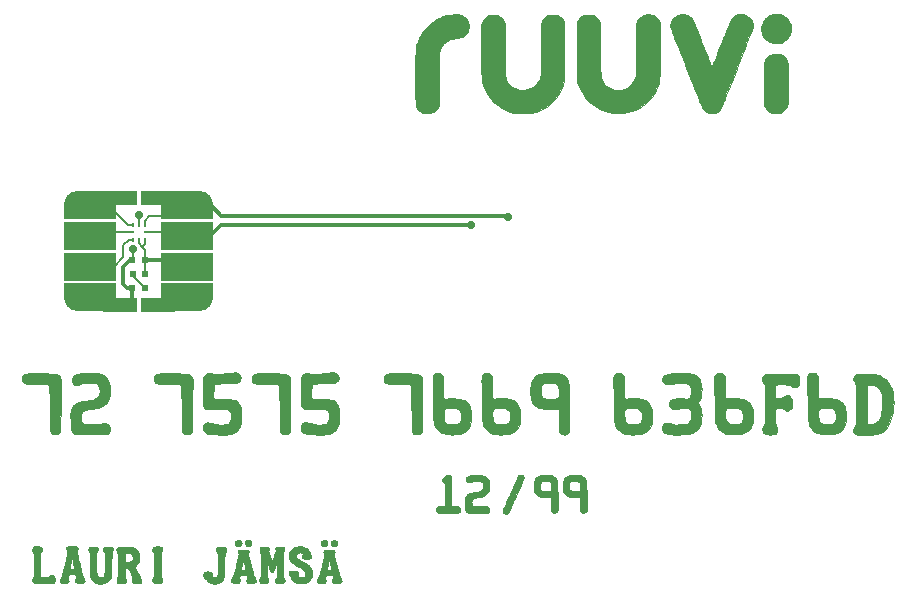
<source format=gtl>
G04 #@! TF.FileFunction,Copper,L1,Top,Signal*
%FSLAX46Y46*%
G04 Gerber Fmt 4.6, Leading zero omitted, Abs format (unit mm)*
G04 Created by KiCad (PCBNEW 4.0.1-stable) date 2016 January 26, Tuesday 13:40:38*
%MOMM*%
G01*
G04 APERTURE LIST*
%ADD10C,0.100000*%
%ADD11C,0.010000*%
%ADD12R,0.500000X0.500000*%
%ADD13R,0.270000X0.450000*%
%ADD14R,0.450000X0.270000*%
%ADD15R,4.400000X1.200000*%
%ADD16R,4.400000X2.400000*%
%ADD17O,4.400000X2.400000*%
%ADD18R,3.000000X1.200000*%
%ADD19C,0.700000*%
%ADD20C,0.300000*%
%ADD21C,0.200000*%
G04 APERTURE END LIST*
D10*
D11*
G36*
X127167065Y-118006059D02*
X127258859Y-118024262D01*
X127321981Y-118051503D01*
X127336408Y-118062786D01*
X127372234Y-118114114D01*
X127398698Y-118186195D01*
X127411464Y-118266269D01*
X127412008Y-118285340D01*
X127399989Y-118344439D01*
X127366776Y-118414489D01*
X127359012Y-118427165D01*
X127336298Y-118463259D01*
X127317333Y-118495862D01*
X127301779Y-118528303D01*
X127289297Y-118563916D01*
X127279548Y-118606029D01*
X127272195Y-118657975D01*
X127266898Y-118723085D01*
X127263320Y-118804690D01*
X127261120Y-118906121D01*
X127259961Y-119030709D01*
X127259505Y-119181786D01*
X127259412Y-119362682D01*
X127259407Y-119407167D01*
X127259033Y-119619073D01*
X127257801Y-119800527D01*
X127255452Y-119954961D01*
X127251730Y-120085805D01*
X127246375Y-120196494D01*
X127239131Y-120290457D01*
X127229740Y-120371127D01*
X127217944Y-120441936D01*
X127203487Y-120506316D01*
X127186109Y-120567698D01*
X127168212Y-120621914D01*
X127101598Y-120771007D01*
X127014689Y-120896575D01*
X126909762Y-120996621D01*
X126789092Y-121069150D01*
X126654955Y-121112167D01*
X126599622Y-121120499D01*
X126538431Y-121127027D01*
X126484924Y-121132883D01*
X126463109Y-121135356D01*
X126424464Y-121136078D01*
X126365672Y-121133058D01*
X126306534Y-121127672D01*
X126231274Y-121116372D01*
X126155064Y-121100248D01*
X126108505Y-121087201D01*
X125987283Y-121032502D01*
X125867816Y-120952596D01*
X125759611Y-120855269D01*
X125672179Y-120748302D01*
X125648712Y-120710841D01*
X125613480Y-120662254D01*
X125572914Y-120623287D01*
X125561357Y-120615560D01*
X125510650Y-120568305D01*
X125478307Y-120500714D01*
X125464336Y-120420939D01*
X125468745Y-120337131D01*
X125491541Y-120257442D01*
X125532732Y-120190023D01*
X125560933Y-120162906D01*
X125615991Y-120129431D01*
X125682541Y-120109230D01*
X125766842Y-120101345D01*
X125875155Y-120104818D01*
X125917641Y-120108331D01*
X125999573Y-120116792D01*
X126055354Y-120125562D01*
X126092675Y-120136703D01*
X126119228Y-120152275D01*
X126135265Y-120166655D01*
X126179132Y-120234095D01*
X126195383Y-120320738D01*
X126185883Y-120416651D01*
X126176263Y-120468989D01*
X126177027Y-120501029D01*
X126191578Y-120525637D01*
X126222427Y-120554883D01*
X126289232Y-120593438D01*
X126368061Y-120606525D01*
X126450436Y-120595665D01*
X126527885Y-120562376D01*
X126591931Y-120508179D01*
X126608945Y-120485565D01*
X126629205Y-120452311D01*
X126646301Y-120416796D01*
X126660473Y-120376018D01*
X126671960Y-120326973D01*
X126681004Y-120266656D01*
X126687842Y-120192064D01*
X126692716Y-120100194D01*
X126695865Y-119988042D01*
X126697529Y-119852603D01*
X126697948Y-119690875D01*
X126697361Y-119499853D01*
X126696727Y-119386156D01*
X126691861Y-118595931D01*
X126611374Y-118460909D01*
X126561563Y-118367398D01*
X126535319Y-118289994D01*
X126531547Y-118221560D01*
X126549153Y-118154962D01*
X126560567Y-118129954D01*
X126592622Y-118082493D01*
X126637838Y-118047552D01*
X126701240Y-118023241D01*
X126787855Y-118007669D01*
X126902711Y-117998947D01*
X126909845Y-117998633D01*
X127049694Y-117997361D01*
X127167065Y-118006059D01*
X127167065Y-118006059D01*
G37*
X127167065Y-118006059D02*
X127258859Y-118024262D01*
X127321981Y-118051503D01*
X127336408Y-118062786D01*
X127372234Y-118114114D01*
X127398698Y-118186195D01*
X127411464Y-118266269D01*
X127412008Y-118285340D01*
X127399989Y-118344439D01*
X127366776Y-118414489D01*
X127359012Y-118427165D01*
X127336298Y-118463259D01*
X127317333Y-118495862D01*
X127301779Y-118528303D01*
X127289297Y-118563916D01*
X127279548Y-118606029D01*
X127272195Y-118657975D01*
X127266898Y-118723085D01*
X127263320Y-118804690D01*
X127261120Y-118906121D01*
X127259961Y-119030709D01*
X127259505Y-119181786D01*
X127259412Y-119362682D01*
X127259407Y-119407167D01*
X127259033Y-119619073D01*
X127257801Y-119800527D01*
X127255452Y-119954961D01*
X127251730Y-120085805D01*
X127246375Y-120196494D01*
X127239131Y-120290457D01*
X127229740Y-120371127D01*
X127217944Y-120441936D01*
X127203487Y-120506316D01*
X127186109Y-120567698D01*
X127168212Y-120621914D01*
X127101598Y-120771007D01*
X127014689Y-120896575D01*
X126909762Y-120996621D01*
X126789092Y-121069150D01*
X126654955Y-121112167D01*
X126599622Y-121120499D01*
X126538431Y-121127027D01*
X126484924Y-121132883D01*
X126463109Y-121135356D01*
X126424464Y-121136078D01*
X126365672Y-121133058D01*
X126306534Y-121127672D01*
X126231274Y-121116372D01*
X126155064Y-121100248D01*
X126108505Y-121087201D01*
X125987283Y-121032502D01*
X125867816Y-120952596D01*
X125759611Y-120855269D01*
X125672179Y-120748302D01*
X125648712Y-120710841D01*
X125613480Y-120662254D01*
X125572914Y-120623287D01*
X125561357Y-120615560D01*
X125510650Y-120568305D01*
X125478307Y-120500714D01*
X125464336Y-120420939D01*
X125468745Y-120337131D01*
X125491541Y-120257442D01*
X125532732Y-120190023D01*
X125560933Y-120162906D01*
X125615991Y-120129431D01*
X125682541Y-120109230D01*
X125766842Y-120101345D01*
X125875155Y-120104818D01*
X125917641Y-120108331D01*
X125999573Y-120116792D01*
X126055354Y-120125562D01*
X126092675Y-120136703D01*
X126119228Y-120152275D01*
X126135265Y-120166655D01*
X126179132Y-120234095D01*
X126195383Y-120320738D01*
X126185883Y-120416651D01*
X126176263Y-120468989D01*
X126177027Y-120501029D01*
X126191578Y-120525637D01*
X126222427Y-120554883D01*
X126289232Y-120593438D01*
X126368061Y-120606525D01*
X126450436Y-120595665D01*
X126527885Y-120562376D01*
X126591931Y-120508179D01*
X126608945Y-120485565D01*
X126629205Y-120452311D01*
X126646301Y-120416796D01*
X126660473Y-120376018D01*
X126671960Y-120326973D01*
X126681004Y-120266656D01*
X126687842Y-120192064D01*
X126692716Y-120100194D01*
X126695865Y-119988042D01*
X126697529Y-119852603D01*
X126697948Y-119690875D01*
X126697361Y-119499853D01*
X126696727Y-119386156D01*
X126691861Y-118595931D01*
X126611374Y-118460909D01*
X126561563Y-118367398D01*
X126535319Y-118289994D01*
X126531547Y-118221560D01*
X126549153Y-118154962D01*
X126560567Y-118129954D01*
X126592622Y-118082493D01*
X126637838Y-118047552D01*
X126701240Y-118023241D01*
X126787855Y-118007669D01*
X126902711Y-117998947D01*
X126909845Y-117998633D01*
X127049694Y-117997361D01*
X127167065Y-118006059D01*
G36*
X117486934Y-117995832D02*
X117578552Y-118001031D01*
X117646683Y-118011336D01*
X117696484Y-118028086D01*
X117733114Y-118052624D01*
X117761730Y-118086291D01*
X117770079Y-118099281D01*
X117795852Y-118156488D01*
X117801559Y-118216403D01*
X117786628Y-118286711D01*
X117750485Y-118375095D01*
X117749333Y-118377543D01*
X117694263Y-118494263D01*
X117684749Y-119451635D01*
X117682667Y-119656654D01*
X117680739Y-119830774D01*
X117678835Y-119976986D01*
X117676828Y-120098280D01*
X117674589Y-120197644D01*
X117671989Y-120278070D01*
X117668901Y-120342546D01*
X117665196Y-120394062D01*
X117660746Y-120435609D01*
X117655422Y-120470176D01*
X117649095Y-120500752D01*
X117641639Y-120530328D01*
X117637840Y-120544252D01*
X117581082Y-120700723D01*
X117504080Y-120830768D01*
X117405530Y-120936064D01*
X117284132Y-121018285D01*
X117259602Y-121030837D01*
X117129745Y-121079628D01*
X116978265Y-121111587D01*
X116813393Y-121125920D01*
X116643362Y-121121832D01*
X116503965Y-121103833D01*
X116342139Y-121060456D01*
X116203900Y-120992872D01*
X116088352Y-120900306D01*
X115994599Y-120781980D01*
X115921744Y-120637121D01*
X115901977Y-120582889D01*
X115894423Y-120559094D01*
X115887975Y-120534449D01*
X115882513Y-120506080D01*
X115877917Y-120471112D01*
X115874067Y-120426672D01*
X115870843Y-120369885D01*
X115868125Y-120297878D01*
X115865793Y-120207776D01*
X115863728Y-120096704D01*
X115861808Y-119961789D01*
X115859914Y-119800157D01*
X115857927Y-119608933D01*
X115856872Y-119502469D01*
X115847298Y-118528152D01*
X115782539Y-118387768D01*
X115746663Y-118302378D01*
X115729586Y-118237330D01*
X115731282Y-118184794D01*
X115751718Y-118136935D01*
X115781437Y-118096876D01*
X115821941Y-118057257D01*
X115870421Y-118028683D01*
X115932378Y-118009850D01*
X116013312Y-117999457D01*
X116118724Y-117996201D01*
X116202098Y-117997274D01*
X116434753Y-118002869D01*
X116481569Y-118055312D01*
X116520250Y-118117012D01*
X116540066Y-118180809D01*
X116543998Y-118221717D01*
X116539453Y-118259942D01*
X116523803Y-118305587D01*
X116494418Y-118368755D01*
X116487582Y-118382535D01*
X116423416Y-118511208D01*
X116418590Y-119381727D01*
X116417528Y-119591003D01*
X116417022Y-119769228D01*
X116417338Y-119919240D01*
X116418743Y-120043874D01*
X116421502Y-120145969D01*
X116425881Y-120228362D01*
X116432146Y-120293889D01*
X116440564Y-120345388D01*
X116451399Y-120385695D01*
X116464919Y-120417649D01*
X116481389Y-120444086D01*
X116501075Y-120467843D01*
X116522496Y-120490013D01*
X116599027Y-120545010D01*
X116690155Y-120577041D01*
X116787551Y-120586037D01*
X116882886Y-120571926D01*
X116967833Y-120534636D01*
X117017115Y-120494218D01*
X117036741Y-120472659D01*
X117053377Y-120451047D01*
X117067268Y-120426531D01*
X117078660Y-120396258D01*
X117087798Y-120357377D01*
X117094928Y-120307038D01*
X117100295Y-120242389D01*
X117104145Y-120160579D01*
X117106724Y-120058756D01*
X117108276Y-119934069D01*
X117109047Y-119783667D01*
X117109283Y-119604699D01*
X117109244Y-119424252D01*
X117108815Y-118545097D01*
X117041466Y-118409727D01*
X117010819Y-118342910D01*
X116987469Y-118282071D01*
X116975140Y-118237307D01*
X116974116Y-118227028D01*
X116988199Y-118149603D01*
X117025497Y-118076468D01*
X117067543Y-118031131D01*
X117088114Y-118016835D01*
X117111478Y-118006806D01*
X117143725Y-118000295D01*
X117190943Y-117996556D01*
X117259221Y-117994840D01*
X117354647Y-117994399D01*
X117366672Y-117994397D01*
X117486934Y-117995832D01*
X117486934Y-117995832D01*
G37*
X117486934Y-117995832D02*
X117578552Y-118001031D01*
X117646683Y-118011336D01*
X117696484Y-118028086D01*
X117733114Y-118052624D01*
X117761730Y-118086291D01*
X117770079Y-118099281D01*
X117795852Y-118156488D01*
X117801559Y-118216403D01*
X117786628Y-118286711D01*
X117750485Y-118375095D01*
X117749333Y-118377543D01*
X117694263Y-118494263D01*
X117684749Y-119451635D01*
X117682667Y-119656654D01*
X117680739Y-119830774D01*
X117678835Y-119976986D01*
X117676828Y-120098280D01*
X117674589Y-120197644D01*
X117671989Y-120278070D01*
X117668901Y-120342546D01*
X117665196Y-120394062D01*
X117660746Y-120435609D01*
X117655422Y-120470176D01*
X117649095Y-120500752D01*
X117641639Y-120530328D01*
X117637840Y-120544252D01*
X117581082Y-120700723D01*
X117504080Y-120830768D01*
X117405530Y-120936064D01*
X117284132Y-121018285D01*
X117259602Y-121030837D01*
X117129745Y-121079628D01*
X116978265Y-121111587D01*
X116813393Y-121125920D01*
X116643362Y-121121832D01*
X116503965Y-121103833D01*
X116342139Y-121060456D01*
X116203900Y-120992872D01*
X116088352Y-120900306D01*
X115994599Y-120781980D01*
X115921744Y-120637121D01*
X115901977Y-120582889D01*
X115894423Y-120559094D01*
X115887975Y-120534449D01*
X115882513Y-120506080D01*
X115877917Y-120471112D01*
X115874067Y-120426672D01*
X115870843Y-120369885D01*
X115868125Y-120297878D01*
X115865793Y-120207776D01*
X115863728Y-120096704D01*
X115861808Y-119961789D01*
X115859914Y-119800157D01*
X115857927Y-119608933D01*
X115856872Y-119502469D01*
X115847298Y-118528152D01*
X115782539Y-118387768D01*
X115746663Y-118302378D01*
X115729586Y-118237330D01*
X115731282Y-118184794D01*
X115751718Y-118136935D01*
X115781437Y-118096876D01*
X115821941Y-118057257D01*
X115870421Y-118028683D01*
X115932378Y-118009850D01*
X116013312Y-117999457D01*
X116118724Y-117996201D01*
X116202098Y-117997274D01*
X116434753Y-118002869D01*
X116481569Y-118055312D01*
X116520250Y-118117012D01*
X116540066Y-118180809D01*
X116543998Y-118221717D01*
X116539453Y-118259942D01*
X116523803Y-118305587D01*
X116494418Y-118368755D01*
X116487582Y-118382535D01*
X116423416Y-118511208D01*
X116418590Y-119381727D01*
X116417528Y-119591003D01*
X116417022Y-119769228D01*
X116417338Y-119919240D01*
X116418743Y-120043874D01*
X116421502Y-120145969D01*
X116425881Y-120228362D01*
X116432146Y-120293889D01*
X116440564Y-120345388D01*
X116451399Y-120385695D01*
X116464919Y-120417649D01*
X116481389Y-120444086D01*
X116501075Y-120467843D01*
X116522496Y-120490013D01*
X116599027Y-120545010D01*
X116690155Y-120577041D01*
X116787551Y-120586037D01*
X116882886Y-120571926D01*
X116967833Y-120534636D01*
X117017115Y-120494218D01*
X117036741Y-120472659D01*
X117053377Y-120451047D01*
X117067268Y-120426531D01*
X117078660Y-120396258D01*
X117087798Y-120357377D01*
X117094928Y-120307038D01*
X117100295Y-120242389D01*
X117104145Y-120160579D01*
X117106724Y-120058756D01*
X117108276Y-119934069D01*
X117109047Y-119783667D01*
X117109283Y-119604699D01*
X117109244Y-119424252D01*
X117108815Y-118545097D01*
X117041466Y-118409727D01*
X117010819Y-118342910D01*
X116987469Y-118282071D01*
X116975140Y-118237307D01*
X116974116Y-118227028D01*
X116988199Y-118149603D01*
X117025497Y-118076468D01*
X117067543Y-118031131D01*
X117088114Y-118016835D01*
X117111478Y-118006806D01*
X117143725Y-118000295D01*
X117190943Y-117996556D01*
X117259221Y-117994840D01*
X117354647Y-117994399D01*
X117366672Y-117994397D01*
X117486934Y-117995832D01*
G36*
X133868915Y-117990453D02*
X134028618Y-118036957D01*
X134110178Y-118073202D01*
X134236305Y-118155499D01*
X134339569Y-118262318D01*
X134418586Y-118391966D01*
X134460558Y-118501360D01*
X134486844Y-118574829D01*
X134521418Y-118654774D01*
X134543788Y-118699433D01*
X134583821Y-118791112D01*
X134595484Y-118866958D01*
X134578252Y-118927517D01*
X134531602Y-118973337D01*
X134455008Y-119004966D01*
X134347945Y-119022951D01*
X134228819Y-119027924D01*
X134087671Y-119022244D01*
X133975039Y-119005238D01*
X133891854Y-118977239D01*
X133839048Y-118938583D01*
X133817552Y-118889603D01*
X133817078Y-118880212D01*
X133824445Y-118840988D01*
X133843408Y-118786368D01*
X133860891Y-118746984D01*
X133885059Y-118694145D01*
X133894454Y-118659380D01*
X133890858Y-118631190D01*
X133882072Y-118610265D01*
X133838440Y-118555808D01*
X133770262Y-118514607D01*
X133685571Y-118490597D01*
X133628386Y-118486070D01*
X133527176Y-118498454D01*
X133437934Y-118533532D01*
X133365727Y-118587269D01*
X133315624Y-118655629D01*
X133292693Y-118734578D01*
X133291795Y-118754080D01*
X133298809Y-118815762D01*
X133321547Y-118874386D01*
X133362548Y-118932278D01*
X133424354Y-118991763D01*
X133509505Y-119055166D01*
X133620541Y-119124812D01*
X133760004Y-119203028D01*
X133813383Y-119231478D01*
X133949374Y-119303515D01*
X134059347Y-119362701D01*
X134147449Y-119411636D01*
X134217827Y-119452916D01*
X134274627Y-119489139D01*
X134321996Y-119522905D01*
X134364080Y-119556809D01*
X134405025Y-119593452D01*
X134432178Y-119619185D01*
X134542240Y-119747423D01*
X134623579Y-119890637D01*
X134675491Y-120044734D01*
X134697270Y-120205625D01*
X134688213Y-120369219D01*
X134647614Y-120531426D01*
X134606260Y-120629571D01*
X134524913Y-120758351D01*
X134416532Y-120873752D01*
X134286732Y-120971481D01*
X134141129Y-121047243D01*
X133999560Y-121093494D01*
X133895861Y-121111192D01*
X133778168Y-121120281D01*
X133659844Y-121120476D01*
X133554254Y-121111494D01*
X133512075Y-121103853D01*
X133358165Y-121054744D01*
X133212533Y-120980908D01*
X133085115Y-120887737D01*
X133046028Y-120850919D01*
X132996302Y-120798072D01*
X132954382Y-120748999D01*
X132927554Y-120712360D01*
X132923752Y-120705537D01*
X132905331Y-120666697D01*
X132879550Y-120611346D01*
X132860491Y-120569980D01*
X132823889Y-120500223D01*
X132778772Y-120427464D01*
X132755940Y-120395289D01*
X132708846Y-120312801D01*
X132693416Y-120233928D01*
X132709146Y-120162064D01*
X132755531Y-120100605D01*
X132804796Y-120066230D01*
X132832917Y-120053938D01*
X132868794Y-120045417D01*
X132918686Y-120040044D01*
X132988850Y-120037194D01*
X133085545Y-120036242D01*
X133105404Y-120036224D01*
X133204388Y-120036725D01*
X133276022Y-120038721D01*
X133326837Y-120042959D01*
X133363363Y-120050181D01*
X133392130Y-120061133D01*
X133410407Y-120070980D01*
X133467966Y-120122089D01*
X133497565Y-120187824D01*
X133496802Y-120261164D01*
X133486513Y-120293355D01*
X133462229Y-120379158D01*
X133467829Y-120450789D01*
X133503589Y-120510564D01*
X133513610Y-120520581D01*
X133588783Y-120569061D01*
X133679700Y-120594505D01*
X133778208Y-120597905D01*
X133876155Y-120580258D01*
X133965391Y-120542556D01*
X134037764Y-120485794D01*
X134063151Y-120453551D01*
X134107105Y-120358955D01*
X134118193Y-120261002D01*
X134096819Y-120162806D01*
X134043384Y-120067480D01*
X134007889Y-120025173D01*
X133970257Y-119987798D01*
X133926498Y-119950635D01*
X133873056Y-119911460D01*
X133806375Y-119868046D01*
X133722902Y-119818167D01*
X133619079Y-119759599D01*
X133491351Y-119690115D01*
X133365238Y-119622879D01*
X133226283Y-119547389D01*
X133114196Y-119481494D01*
X133024655Y-119421535D01*
X132953336Y-119363852D01*
X132895919Y-119304788D01*
X132848079Y-119240683D01*
X132805495Y-119167880D01*
X132788632Y-119134831D01*
X132756727Y-119066237D01*
X132736961Y-119009444D01*
X132725783Y-118950233D01*
X132719637Y-118874384D01*
X132718641Y-118854760D01*
X132723716Y-118679853D01*
X132756926Y-118523145D01*
X132818790Y-118383192D01*
X132909827Y-118258553D01*
X132946580Y-118220322D01*
X133067399Y-118125049D01*
X133209014Y-118051595D01*
X133365700Y-118000684D01*
X133531730Y-117973041D01*
X133701377Y-117969390D01*
X133868915Y-117990453D01*
X133868915Y-117990453D01*
G37*
X133868915Y-117990453D02*
X134028618Y-118036957D01*
X134110178Y-118073202D01*
X134236305Y-118155499D01*
X134339569Y-118262318D01*
X134418586Y-118391966D01*
X134460558Y-118501360D01*
X134486844Y-118574829D01*
X134521418Y-118654774D01*
X134543788Y-118699433D01*
X134583821Y-118791112D01*
X134595484Y-118866958D01*
X134578252Y-118927517D01*
X134531602Y-118973337D01*
X134455008Y-119004966D01*
X134347945Y-119022951D01*
X134228819Y-119027924D01*
X134087671Y-119022244D01*
X133975039Y-119005238D01*
X133891854Y-118977239D01*
X133839048Y-118938583D01*
X133817552Y-118889603D01*
X133817078Y-118880212D01*
X133824445Y-118840988D01*
X133843408Y-118786368D01*
X133860891Y-118746984D01*
X133885059Y-118694145D01*
X133894454Y-118659380D01*
X133890858Y-118631190D01*
X133882072Y-118610265D01*
X133838440Y-118555808D01*
X133770262Y-118514607D01*
X133685571Y-118490597D01*
X133628386Y-118486070D01*
X133527176Y-118498454D01*
X133437934Y-118533532D01*
X133365727Y-118587269D01*
X133315624Y-118655629D01*
X133292693Y-118734578D01*
X133291795Y-118754080D01*
X133298809Y-118815762D01*
X133321547Y-118874386D01*
X133362548Y-118932278D01*
X133424354Y-118991763D01*
X133509505Y-119055166D01*
X133620541Y-119124812D01*
X133760004Y-119203028D01*
X133813383Y-119231478D01*
X133949374Y-119303515D01*
X134059347Y-119362701D01*
X134147449Y-119411636D01*
X134217827Y-119452916D01*
X134274627Y-119489139D01*
X134321996Y-119522905D01*
X134364080Y-119556809D01*
X134405025Y-119593452D01*
X134432178Y-119619185D01*
X134542240Y-119747423D01*
X134623579Y-119890637D01*
X134675491Y-120044734D01*
X134697270Y-120205625D01*
X134688213Y-120369219D01*
X134647614Y-120531426D01*
X134606260Y-120629571D01*
X134524913Y-120758351D01*
X134416532Y-120873752D01*
X134286732Y-120971481D01*
X134141129Y-121047243D01*
X133999560Y-121093494D01*
X133895861Y-121111192D01*
X133778168Y-121120281D01*
X133659844Y-121120476D01*
X133554254Y-121111494D01*
X133512075Y-121103853D01*
X133358165Y-121054744D01*
X133212533Y-120980908D01*
X133085115Y-120887737D01*
X133046028Y-120850919D01*
X132996302Y-120798072D01*
X132954382Y-120748999D01*
X132927554Y-120712360D01*
X132923752Y-120705537D01*
X132905331Y-120666697D01*
X132879550Y-120611346D01*
X132860491Y-120569980D01*
X132823889Y-120500223D01*
X132778772Y-120427464D01*
X132755940Y-120395289D01*
X132708846Y-120312801D01*
X132693416Y-120233928D01*
X132709146Y-120162064D01*
X132755531Y-120100605D01*
X132804796Y-120066230D01*
X132832917Y-120053938D01*
X132868794Y-120045417D01*
X132918686Y-120040044D01*
X132988850Y-120037194D01*
X133085545Y-120036242D01*
X133105404Y-120036224D01*
X133204388Y-120036725D01*
X133276022Y-120038721D01*
X133326837Y-120042959D01*
X133363363Y-120050181D01*
X133392130Y-120061133D01*
X133410407Y-120070980D01*
X133467966Y-120122089D01*
X133497565Y-120187824D01*
X133496802Y-120261164D01*
X133486513Y-120293355D01*
X133462229Y-120379158D01*
X133467829Y-120450789D01*
X133503589Y-120510564D01*
X133513610Y-120520581D01*
X133588783Y-120569061D01*
X133679700Y-120594505D01*
X133778208Y-120597905D01*
X133876155Y-120580258D01*
X133965391Y-120542556D01*
X134037764Y-120485794D01*
X134063151Y-120453551D01*
X134107105Y-120358955D01*
X134118193Y-120261002D01*
X134096819Y-120162806D01*
X134043384Y-120067480D01*
X134007889Y-120025173D01*
X133970257Y-119987798D01*
X133926498Y-119950635D01*
X133873056Y-119911460D01*
X133806375Y-119868046D01*
X133722902Y-119818167D01*
X133619079Y-119759599D01*
X133491351Y-119690115D01*
X133365238Y-119622879D01*
X133226283Y-119547389D01*
X133114196Y-119481494D01*
X133024655Y-119421535D01*
X132953336Y-119363852D01*
X132895919Y-119304788D01*
X132848079Y-119240683D01*
X132805495Y-119167880D01*
X132788632Y-119134831D01*
X132756727Y-119066237D01*
X132736961Y-119009444D01*
X132725783Y-118950233D01*
X132719637Y-118874384D01*
X132718641Y-118854760D01*
X132723716Y-118679853D01*
X132756926Y-118523145D01*
X132818790Y-118383192D01*
X132909827Y-118258553D01*
X132946580Y-118220322D01*
X133067399Y-118125049D01*
X133209014Y-118051595D01*
X133365700Y-118000684D01*
X133531730Y-117973041D01*
X133701377Y-117969390D01*
X133868915Y-117990453D01*
G36*
X114450991Y-117970764D02*
X114541779Y-117972224D01*
X114608658Y-117974865D01*
X114656618Y-117979090D01*
X114690648Y-117985304D01*
X114715737Y-117993909D01*
X114732295Y-118002534D01*
X114789395Y-118053789D01*
X114818171Y-118122112D01*
X114818252Y-118205405D01*
X114789260Y-118301569D01*
X114786699Y-118307453D01*
X114762795Y-118378570D01*
X114760779Y-118440058D01*
X114762230Y-118449400D01*
X114775853Y-118519520D01*
X114797053Y-118619713D01*
X114825187Y-118747175D01*
X114859614Y-118899103D01*
X114899691Y-119072691D01*
X114944775Y-119265135D01*
X114994225Y-119473632D01*
X115047399Y-119695377D01*
X115051956Y-119714276D01*
X115092136Y-119880445D01*
X115125645Y-120017548D01*
X115153657Y-120129486D01*
X115177346Y-120220163D01*
X115197889Y-120293480D01*
X115216457Y-120353341D01*
X115234227Y-120403647D01*
X115252373Y-120448300D01*
X115272069Y-120491204D01*
X115294489Y-120536259D01*
X115306243Y-120559174D01*
X115365038Y-120684038D01*
X115400370Y-120787275D01*
X115412011Y-120871927D01*
X115399733Y-120941037D01*
X115363311Y-120997646D01*
X115302516Y-121044798D01*
X115268600Y-121063032D01*
X115188133Y-121089918D01*
X115086550Y-121105213D01*
X114974884Y-121108047D01*
X114864168Y-121097549D01*
X114853641Y-121095745D01*
X114750684Y-121067593D01*
X114670510Y-121025261D01*
X114618002Y-120971352D01*
X114616875Y-120969535D01*
X114594749Y-120925626D01*
X114587246Y-120883536D01*
X114594810Y-120833624D01*
X114617882Y-120766248D01*
X114627285Y-120742685D01*
X114660411Y-120630016D01*
X114668544Y-120521294D01*
X114651249Y-120424677D01*
X114645094Y-120408462D01*
X114620542Y-120349700D01*
X114349159Y-120349700D01*
X114244178Y-120349564D01*
X114167874Y-120350898D01*
X114115054Y-120356316D01*
X114080525Y-120368431D01*
X114059095Y-120389856D01*
X114045571Y-120423206D01*
X114034760Y-120471093D01*
X114026563Y-120512059D01*
X114015549Y-120578658D01*
X114015212Y-120633413D01*
X114026082Y-120694910D01*
X114032513Y-120720999D01*
X114052588Y-120813856D01*
X114058056Y-120883922D01*
X114048896Y-120938991D01*
X114031926Y-120975976D01*
X113996618Y-121022312D01*
X113950385Y-121054867D01*
X113887034Y-121076021D01*
X113800372Y-121088154D01*
X113729126Y-121092310D01*
X113608228Y-121092884D01*
X113514024Y-121083211D01*
X113440482Y-121061844D01*
X113381569Y-121027339D01*
X113353225Y-121002245D01*
X113319343Y-120962222D01*
X113300057Y-120920746D01*
X113296023Y-120872817D01*
X113307898Y-120813439D01*
X113336337Y-120737613D01*
X113381998Y-120640342D01*
X113407336Y-120590196D01*
X113437038Y-120531666D01*
X113462078Y-120479994D01*
X113483904Y-120430686D01*
X113503962Y-120379250D01*
X113523699Y-120321193D01*
X113544563Y-120252023D01*
X113567999Y-120167246D01*
X113595455Y-120062369D01*
X113628378Y-119932901D01*
X113639915Y-119887000D01*
X114127418Y-119887000D01*
X114143271Y-119889005D01*
X114186464Y-119890651D01*
X114250449Y-119891770D01*
X114328676Y-119892195D01*
X114330754Y-119892195D01*
X114421329Y-119891303D01*
X114482361Y-119888317D01*
X114518159Y-119882771D01*
X114533029Y-119874196D01*
X114534089Y-119870172D01*
X114531110Y-119845893D01*
X114522845Y-119794541D01*
X114510303Y-119721570D01*
X114494495Y-119632434D01*
X114476430Y-119532584D01*
X114457118Y-119427475D01*
X114437568Y-119322559D01*
X114418790Y-119223290D01*
X114401793Y-119135121D01*
X114387588Y-119063505D01*
X114377184Y-119013895D01*
X114371590Y-118991745D01*
X114371371Y-118991306D01*
X114347419Y-118977279D01*
X114319856Y-118987030D01*
X114306654Y-119006923D01*
X114301569Y-119028671D01*
X114291034Y-119077755D01*
X114276147Y-119148781D01*
X114258006Y-119236357D01*
X114237711Y-119335087D01*
X114216359Y-119439577D01*
X114195049Y-119544435D01*
X114174880Y-119644265D01*
X114156951Y-119733674D01*
X114142359Y-119807267D01*
X114132203Y-119859652D01*
X114127583Y-119885433D01*
X114127418Y-119887000D01*
X113639915Y-119887000D01*
X113661677Y-119800418D01*
X113719104Y-119569341D01*
X113768038Y-119367589D01*
X113809183Y-119191870D01*
X113843243Y-119038892D01*
X113870922Y-118905364D01*
X113892923Y-118787992D01*
X113909950Y-118683485D01*
X113922706Y-118588550D01*
X113925063Y-118568144D01*
X113933714Y-118487867D01*
X113937719Y-118432174D01*
X113936273Y-118391980D01*
X113928572Y-118358196D01*
X113913811Y-118321738D01*
X113900779Y-118293843D01*
X113871022Y-118223940D01*
X113858731Y-118170648D01*
X113862823Y-118122216D01*
X113880287Y-118071467D01*
X113895491Y-118039182D01*
X113913624Y-118014489D01*
X113939110Y-117996394D01*
X113976372Y-117983902D01*
X114029834Y-117976019D01*
X114103919Y-117971751D01*
X114203051Y-117970104D01*
X114331304Y-117970080D01*
X114450991Y-117970764D01*
X114450991Y-117970764D01*
G37*
X114450991Y-117970764D02*
X114541779Y-117972224D01*
X114608658Y-117974865D01*
X114656618Y-117979090D01*
X114690648Y-117985304D01*
X114715737Y-117993909D01*
X114732295Y-118002534D01*
X114789395Y-118053789D01*
X114818171Y-118122112D01*
X114818252Y-118205405D01*
X114789260Y-118301569D01*
X114786699Y-118307453D01*
X114762795Y-118378570D01*
X114760779Y-118440058D01*
X114762230Y-118449400D01*
X114775853Y-118519520D01*
X114797053Y-118619713D01*
X114825187Y-118747175D01*
X114859614Y-118899103D01*
X114899691Y-119072691D01*
X114944775Y-119265135D01*
X114994225Y-119473632D01*
X115047399Y-119695377D01*
X115051956Y-119714276D01*
X115092136Y-119880445D01*
X115125645Y-120017548D01*
X115153657Y-120129486D01*
X115177346Y-120220163D01*
X115197889Y-120293480D01*
X115216457Y-120353341D01*
X115234227Y-120403647D01*
X115252373Y-120448300D01*
X115272069Y-120491204D01*
X115294489Y-120536259D01*
X115306243Y-120559174D01*
X115365038Y-120684038D01*
X115400370Y-120787275D01*
X115412011Y-120871927D01*
X115399733Y-120941037D01*
X115363311Y-120997646D01*
X115302516Y-121044798D01*
X115268600Y-121063032D01*
X115188133Y-121089918D01*
X115086550Y-121105213D01*
X114974884Y-121108047D01*
X114864168Y-121097549D01*
X114853641Y-121095745D01*
X114750684Y-121067593D01*
X114670510Y-121025261D01*
X114618002Y-120971352D01*
X114616875Y-120969535D01*
X114594749Y-120925626D01*
X114587246Y-120883536D01*
X114594810Y-120833624D01*
X114617882Y-120766248D01*
X114627285Y-120742685D01*
X114660411Y-120630016D01*
X114668544Y-120521294D01*
X114651249Y-120424677D01*
X114645094Y-120408462D01*
X114620542Y-120349700D01*
X114349159Y-120349700D01*
X114244178Y-120349564D01*
X114167874Y-120350898D01*
X114115054Y-120356316D01*
X114080525Y-120368431D01*
X114059095Y-120389856D01*
X114045571Y-120423206D01*
X114034760Y-120471093D01*
X114026563Y-120512059D01*
X114015549Y-120578658D01*
X114015212Y-120633413D01*
X114026082Y-120694910D01*
X114032513Y-120720999D01*
X114052588Y-120813856D01*
X114058056Y-120883922D01*
X114048896Y-120938991D01*
X114031926Y-120975976D01*
X113996618Y-121022312D01*
X113950385Y-121054867D01*
X113887034Y-121076021D01*
X113800372Y-121088154D01*
X113729126Y-121092310D01*
X113608228Y-121092884D01*
X113514024Y-121083211D01*
X113440482Y-121061844D01*
X113381569Y-121027339D01*
X113353225Y-121002245D01*
X113319343Y-120962222D01*
X113300057Y-120920746D01*
X113296023Y-120872817D01*
X113307898Y-120813439D01*
X113336337Y-120737613D01*
X113381998Y-120640342D01*
X113407336Y-120590196D01*
X113437038Y-120531666D01*
X113462078Y-120479994D01*
X113483904Y-120430686D01*
X113503962Y-120379250D01*
X113523699Y-120321193D01*
X113544563Y-120252023D01*
X113567999Y-120167246D01*
X113595455Y-120062369D01*
X113628378Y-119932901D01*
X113639915Y-119887000D01*
X114127418Y-119887000D01*
X114143271Y-119889005D01*
X114186464Y-119890651D01*
X114250449Y-119891770D01*
X114328676Y-119892195D01*
X114330754Y-119892195D01*
X114421329Y-119891303D01*
X114482361Y-119888317D01*
X114518159Y-119882771D01*
X114533029Y-119874196D01*
X114534089Y-119870172D01*
X114531110Y-119845893D01*
X114522845Y-119794541D01*
X114510303Y-119721570D01*
X114494495Y-119632434D01*
X114476430Y-119532584D01*
X114457118Y-119427475D01*
X114437568Y-119322559D01*
X114418790Y-119223290D01*
X114401793Y-119135121D01*
X114387588Y-119063505D01*
X114377184Y-119013895D01*
X114371590Y-118991745D01*
X114371371Y-118991306D01*
X114347419Y-118977279D01*
X114319856Y-118987030D01*
X114306654Y-119006923D01*
X114301569Y-119028671D01*
X114291034Y-119077755D01*
X114276147Y-119148781D01*
X114258006Y-119236357D01*
X114237711Y-119335087D01*
X114216359Y-119439577D01*
X114195049Y-119544435D01*
X114174880Y-119644265D01*
X114156951Y-119733674D01*
X114142359Y-119807267D01*
X114132203Y-119859652D01*
X114127583Y-119885433D01*
X114127418Y-119887000D01*
X113639915Y-119887000D01*
X113661677Y-119800418D01*
X113719104Y-119569341D01*
X113768038Y-119367589D01*
X113809183Y-119191870D01*
X113843243Y-119038892D01*
X113870922Y-118905364D01*
X113892923Y-118787992D01*
X113909950Y-118683485D01*
X113922706Y-118588550D01*
X113925063Y-118568144D01*
X113933714Y-118487867D01*
X113937719Y-118432174D01*
X113936273Y-118391980D01*
X113928572Y-118358196D01*
X113913811Y-118321738D01*
X113900779Y-118293843D01*
X113871022Y-118223940D01*
X113858731Y-118170648D01*
X113862823Y-118122216D01*
X113880287Y-118071467D01*
X113895491Y-118039182D01*
X113913624Y-118014489D01*
X113939110Y-117996394D01*
X113976372Y-117983902D01*
X114029834Y-117976019D01*
X114103919Y-117971751D01*
X114203051Y-117970104D01*
X114331304Y-117970080D01*
X114450991Y-117970764D01*
G36*
X128953451Y-118274323D02*
X129045564Y-118275587D01*
X129113698Y-118278139D01*
X129162803Y-118282344D01*
X129197833Y-118288568D01*
X129223738Y-118297174D01*
X129237290Y-118303811D01*
X129295901Y-118351874D01*
X129324454Y-118414494D01*
X129322576Y-118489877D01*
X129292862Y-118570514D01*
X129271619Y-118619954D01*
X129259824Y-118662558D01*
X129258973Y-118672038D01*
X129263242Y-118699697D01*
X129275477Y-118756675D01*
X129294818Y-118839570D01*
X129320403Y-118944983D01*
X129351374Y-119069512D01*
X129386870Y-119209756D01*
X129426031Y-119362314D01*
X129467996Y-119523785D01*
X129511907Y-119690768D01*
X129556902Y-119859863D01*
X129597550Y-120010807D01*
X129634581Y-120146619D01*
X129664841Y-120254673D01*
X129690118Y-120340004D01*
X129712196Y-120407646D01*
X129732861Y-120462633D01*
X129753896Y-120510001D01*
X129777089Y-120554782D01*
X129804224Y-120602012D01*
X129811572Y-120614356D01*
X129872357Y-120726363D01*
X129907707Y-120818787D01*
X129917383Y-120894711D01*
X129901149Y-120957216D01*
X129858765Y-121009385D01*
X129789992Y-121054298D01*
X129777031Y-121060771D01*
X129699384Y-121086541D01*
X129600829Y-121101850D01*
X129493020Y-121105643D01*
X129387608Y-121096864D01*
X129384399Y-121096362D01*
X129282372Y-121075528D01*
X129207583Y-121048627D01*
X129153546Y-121012951D01*
X129132443Y-120991165D01*
X129102080Y-120945635D01*
X129091981Y-120899390D01*
X129102116Y-120843538D01*
X129131722Y-120770762D01*
X129166739Y-120662923D01*
X129170928Y-120558876D01*
X129149697Y-120476241D01*
X129125145Y-120417479D01*
X128855241Y-120417479D01*
X128742863Y-120418353D01*
X128661117Y-120421135D01*
X128606789Y-120426064D01*
X128576662Y-120433376D01*
X128569117Y-120438659D01*
X128556940Y-120465951D01*
X128542228Y-120514628D01*
X128531537Y-120559063D01*
X128520808Y-120619591D01*
X128519585Y-120669920D01*
X128528482Y-120726044D01*
X128539750Y-120772307D01*
X128554789Y-120844775D01*
X128560195Y-120904731D01*
X128557625Y-120932933D01*
X128524425Y-120998129D01*
X128461795Y-121046658D01*
X128369840Y-121078475D01*
X128248662Y-121093535D01*
X128188194Y-121094850D01*
X128053853Y-121087247D01*
X127948815Y-121065003D01*
X127871516Y-121027463D01*
X127820389Y-120973973D01*
X127801303Y-120932981D01*
X127794021Y-120904779D01*
X127793200Y-120876519D01*
X127800827Y-120843193D01*
X127818887Y-120799792D01*
X127849369Y-120741308D01*
X127894260Y-120662733D01*
X127937826Y-120588871D01*
X127963302Y-120543225D01*
X127986690Y-120494261D01*
X128009761Y-120436924D01*
X128034283Y-120366159D01*
X128062026Y-120276911D01*
X128094761Y-120164125D01*
X128127645Y-120046643D01*
X128143231Y-119989627D01*
X128632793Y-119989627D01*
X128641779Y-119999176D01*
X128672137Y-120005612D01*
X128727741Y-120009339D01*
X128812462Y-120010763D01*
X128835357Y-120010807D01*
X128927010Y-120009834D01*
X128988692Y-120006644D01*
X129024276Y-120000834D01*
X129037632Y-119991997D01*
X129037973Y-119989627D01*
X129034490Y-119967609D01*
X129025110Y-119917326D01*
X129010796Y-119843700D01*
X128992513Y-119751653D01*
X128971224Y-119646107D01*
X128957486Y-119578719D01*
X128931817Y-119454434D01*
X128911474Y-119359528D01*
X128895324Y-119290115D01*
X128882232Y-119242308D01*
X128871066Y-119212217D01*
X128860691Y-119195957D01*
X128849973Y-119189640D01*
X128843829Y-119188993D01*
X128832389Y-119191821D01*
X128821635Y-119202870D01*
X128810361Y-119225990D01*
X128797362Y-119265030D01*
X128781432Y-119323838D01*
X128761366Y-119406264D01*
X128735957Y-119516156D01*
X128721752Y-119578719D01*
X128696796Y-119689734D01*
X128674514Y-119790245D01*
X128655964Y-119875366D01*
X128642204Y-119940206D01*
X128634294Y-119979878D01*
X128632793Y-119989627D01*
X128143231Y-119989627D01*
X128201738Y-119775611D01*
X128265153Y-119535936D01*
X128318069Y-119326876D01*
X128360670Y-119147687D01*
X128393135Y-118997623D01*
X128415647Y-118875941D01*
X128420698Y-118843423D01*
X128447537Y-118660409D01*
X128402101Y-118561076D01*
X128372152Y-118473423D01*
X128370842Y-118401706D01*
X128398518Y-118343209D01*
X128434206Y-118309496D01*
X128452230Y-118297537D01*
X128472859Y-118288606D01*
X128501021Y-118282264D01*
X128541642Y-118278072D01*
X128599650Y-118275591D01*
X128679972Y-118274380D01*
X128787536Y-118274001D01*
X128832405Y-118273983D01*
X128953451Y-118274323D01*
X128953451Y-118274323D01*
G37*
X128953451Y-118274323D02*
X129045564Y-118275587D01*
X129113698Y-118278139D01*
X129162803Y-118282344D01*
X129197833Y-118288568D01*
X129223738Y-118297174D01*
X129237290Y-118303811D01*
X129295901Y-118351874D01*
X129324454Y-118414494D01*
X129322576Y-118489877D01*
X129292862Y-118570514D01*
X129271619Y-118619954D01*
X129259824Y-118662558D01*
X129258973Y-118672038D01*
X129263242Y-118699697D01*
X129275477Y-118756675D01*
X129294818Y-118839570D01*
X129320403Y-118944983D01*
X129351374Y-119069512D01*
X129386870Y-119209756D01*
X129426031Y-119362314D01*
X129467996Y-119523785D01*
X129511907Y-119690768D01*
X129556902Y-119859863D01*
X129597550Y-120010807D01*
X129634581Y-120146619D01*
X129664841Y-120254673D01*
X129690118Y-120340004D01*
X129712196Y-120407646D01*
X129732861Y-120462633D01*
X129753896Y-120510001D01*
X129777089Y-120554782D01*
X129804224Y-120602012D01*
X129811572Y-120614356D01*
X129872357Y-120726363D01*
X129907707Y-120818787D01*
X129917383Y-120894711D01*
X129901149Y-120957216D01*
X129858765Y-121009385D01*
X129789992Y-121054298D01*
X129777031Y-121060771D01*
X129699384Y-121086541D01*
X129600829Y-121101850D01*
X129493020Y-121105643D01*
X129387608Y-121096864D01*
X129384399Y-121096362D01*
X129282372Y-121075528D01*
X129207583Y-121048627D01*
X129153546Y-121012951D01*
X129132443Y-120991165D01*
X129102080Y-120945635D01*
X129091981Y-120899390D01*
X129102116Y-120843538D01*
X129131722Y-120770762D01*
X129166739Y-120662923D01*
X129170928Y-120558876D01*
X129149697Y-120476241D01*
X129125145Y-120417479D01*
X128855241Y-120417479D01*
X128742863Y-120418353D01*
X128661117Y-120421135D01*
X128606789Y-120426064D01*
X128576662Y-120433376D01*
X128569117Y-120438659D01*
X128556940Y-120465951D01*
X128542228Y-120514628D01*
X128531537Y-120559063D01*
X128520808Y-120619591D01*
X128519585Y-120669920D01*
X128528482Y-120726044D01*
X128539750Y-120772307D01*
X128554789Y-120844775D01*
X128560195Y-120904731D01*
X128557625Y-120932933D01*
X128524425Y-120998129D01*
X128461795Y-121046658D01*
X128369840Y-121078475D01*
X128248662Y-121093535D01*
X128188194Y-121094850D01*
X128053853Y-121087247D01*
X127948815Y-121065003D01*
X127871516Y-121027463D01*
X127820389Y-120973973D01*
X127801303Y-120932981D01*
X127794021Y-120904779D01*
X127793200Y-120876519D01*
X127800827Y-120843193D01*
X127818887Y-120799792D01*
X127849369Y-120741308D01*
X127894260Y-120662733D01*
X127937826Y-120588871D01*
X127963302Y-120543225D01*
X127986690Y-120494261D01*
X128009761Y-120436924D01*
X128034283Y-120366159D01*
X128062026Y-120276911D01*
X128094761Y-120164125D01*
X128127645Y-120046643D01*
X128143231Y-119989627D01*
X128632793Y-119989627D01*
X128641779Y-119999176D01*
X128672137Y-120005612D01*
X128727741Y-120009339D01*
X128812462Y-120010763D01*
X128835357Y-120010807D01*
X128927010Y-120009834D01*
X128988692Y-120006644D01*
X129024276Y-120000834D01*
X129037632Y-119991997D01*
X129037973Y-119989627D01*
X129034490Y-119967609D01*
X129025110Y-119917326D01*
X129010796Y-119843700D01*
X128992513Y-119751653D01*
X128971224Y-119646107D01*
X128957486Y-119578719D01*
X128931817Y-119454434D01*
X128911474Y-119359528D01*
X128895324Y-119290115D01*
X128882232Y-119242308D01*
X128871066Y-119212217D01*
X128860691Y-119195957D01*
X128849973Y-119189640D01*
X128843829Y-119188993D01*
X128832389Y-119191821D01*
X128821635Y-119202870D01*
X128810361Y-119225990D01*
X128797362Y-119265030D01*
X128781432Y-119323838D01*
X128761366Y-119406264D01*
X128735957Y-119516156D01*
X128721752Y-119578719D01*
X128696796Y-119689734D01*
X128674514Y-119790245D01*
X128655964Y-119875366D01*
X128642204Y-119940206D01*
X128634294Y-119979878D01*
X128632793Y-119989627D01*
X128143231Y-119989627D01*
X128201738Y-119775611D01*
X128265153Y-119535936D01*
X128318069Y-119326876D01*
X128360670Y-119147687D01*
X128393135Y-118997623D01*
X128415647Y-118875941D01*
X128420698Y-118843423D01*
X128447537Y-118660409D01*
X128402101Y-118561076D01*
X128372152Y-118473423D01*
X128370842Y-118401706D01*
X128398518Y-118343209D01*
X128434206Y-118309496D01*
X128452230Y-118297537D01*
X128472859Y-118288606D01*
X128501021Y-118282264D01*
X128541642Y-118278072D01*
X128599650Y-118275591D01*
X128679972Y-118274380D01*
X128787536Y-118274001D01*
X128832405Y-118273983D01*
X128953451Y-118274323D01*
G36*
X136232126Y-118274369D02*
X136322349Y-118275718D01*
X136388802Y-118278430D01*
X136436541Y-118282889D01*
X136470623Y-118289478D01*
X136496105Y-118298580D01*
X136506536Y-118303828D01*
X136565142Y-118351869D01*
X136593697Y-118414477D01*
X136591827Y-118489853D01*
X136562108Y-118570514D01*
X136540856Y-118620070D01*
X136529065Y-118662903D01*
X136528219Y-118672432D01*
X136532451Y-118698973D01*
X136544513Y-118754503D01*
X136563452Y-118835280D01*
X136588317Y-118937563D01*
X136618155Y-119057609D01*
X136652015Y-119191676D01*
X136688946Y-119336023D01*
X136727993Y-119486906D01*
X136768207Y-119640584D01*
X136808635Y-119793315D01*
X136848325Y-119941356D01*
X136886324Y-120080966D01*
X136889124Y-120091155D01*
X136928596Y-120231862D01*
X136961855Y-120343675D01*
X136990311Y-120430720D01*
X137015373Y-120497124D01*
X137038449Y-120547014D01*
X137054022Y-120574077D01*
X137122969Y-120691035D01*
X137167110Y-120787818D01*
X137186378Y-120867414D01*
X137180706Y-120932808D01*
X137150026Y-120986989D01*
X137094271Y-121032944D01*
X137043080Y-121060512D01*
X136958520Y-121087928D01*
X136853855Y-121103133D01*
X136740995Y-121105030D01*
X136653645Y-121096362D01*
X136551618Y-121075528D01*
X136476829Y-121048627D01*
X136422792Y-121012951D01*
X136401689Y-120991165D01*
X136371326Y-120945635D01*
X136361227Y-120899390D01*
X136371362Y-120843538D01*
X136400969Y-120770762D01*
X136435985Y-120662923D01*
X136440174Y-120558876D01*
X136418943Y-120476241D01*
X136394391Y-120417479D01*
X136124487Y-120417479D01*
X136012630Y-120418329D01*
X135931176Y-120421053D01*
X135876675Y-120425909D01*
X135845680Y-120433155D01*
X135836697Y-120439031D01*
X135824566Y-120466055D01*
X135810436Y-120515492D01*
X135798273Y-120572043D01*
X135787895Y-120639137D01*
X135786974Y-120688527D01*
X135796077Y-120735213D01*
X135805612Y-120765317D01*
X135828587Y-120861850D01*
X135824762Y-120940235D01*
X135793285Y-121001410D01*
X135733304Y-121046318D01*
X135643966Y-121075899D01*
X135524420Y-121091095D01*
X135509854Y-121091906D01*
X135363329Y-121091082D01*
X135245472Y-121072607D01*
X135156375Y-121036514D01*
X135096125Y-120982834D01*
X135070549Y-120932981D01*
X135063263Y-120904723D01*
X135062465Y-120876396D01*
X135070143Y-120842979D01*
X135088288Y-120799455D01*
X135118887Y-120740804D01*
X135163931Y-120662008D01*
X135206632Y-120589632D01*
X135229117Y-120549633D01*
X135249939Y-120506952D01*
X135270550Y-120457284D01*
X135292404Y-120396321D01*
X135316954Y-120319757D01*
X135345654Y-120223286D01*
X135379957Y-120102602D01*
X135408967Y-119997951D01*
X135901268Y-119997951D01*
X135917119Y-120002914D01*
X135960309Y-120006987D01*
X136024289Y-120009756D01*
X136102512Y-120010807D01*
X136104603Y-120010807D01*
X136183100Y-120009817D01*
X136247521Y-120007117D01*
X136291316Y-120003119D01*
X136307937Y-119998230D01*
X136307948Y-119998099D01*
X136304760Y-119978568D01*
X136295806Y-119930570D01*
X136282005Y-119858857D01*
X136264279Y-119768186D01*
X136243548Y-119663310D01*
X136228906Y-119589825D01*
X136201465Y-119455278D01*
X136178688Y-119351151D01*
X136159517Y-119274462D01*
X136142891Y-119222230D01*
X136127752Y-119191472D01*
X136113041Y-119179206D01*
X136097697Y-119182451D01*
X136087268Y-119191077D01*
X136080663Y-119209918D01*
X136068144Y-119256267D01*
X136051004Y-119324520D01*
X136030533Y-119409071D01*
X136008025Y-119504316D01*
X135984772Y-119604649D01*
X135962065Y-119704464D01*
X135941197Y-119798157D01*
X135923460Y-119880122D01*
X135910146Y-119944754D01*
X135902547Y-119986448D01*
X135901268Y-119997951D01*
X135408967Y-119997951D01*
X135421094Y-119954208D01*
X135490510Y-119698529D01*
X135549542Y-119473634D01*
X135598515Y-119278152D01*
X135637756Y-119110716D01*
X135667589Y-118969955D01*
X135688341Y-118854501D01*
X135696937Y-118793827D01*
X135704842Y-118723052D01*
X135706723Y-118674740D01*
X135701354Y-118637803D01*
X135687510Y-118601155D01*
X135672191Y-118569874D01*
X135639974Y-118491879D01*
X135631718Y-118427450D01*
X135646399Y-118367251D01*
X135649296Y-118360649D01*
X135665476Y-118333425D01*
X135688910Y-118312457D01*
X135723783Y-118296962D01*
X135774278Y-118286160D01*
X135844581Y-118279268D01*
X135938875Y-118275504D01*
X136061345Y-118274086D01*
X136113075Y-118274000D01*
X136232126Y-118274369D01*
X136232126Y-118274369D01*
G37*
X136232126Y-118274369D02*
X136322349Y-118275718D01*
X136388802Y-118278430D01*
X136436541Y-118282889D01*
X136470623Y-118289478D01*
X136496105Y-118298580D01*
X136506536Y-118303828D01*
X136565142Y-118351869D01*
X136593697Y-118414477D01*
X136591827Y-118489853D01*
X136562108Y-118570514D01*
X136540856Y-118620070D01*
X136529065Y-118662903D01*
X136528219Y-118672432D01*
X136532451Y-118698973D01*
X136544513Y-118754503D01*
X136563452Y-118835280D01*
X136588317Y-118937563D01*
X136618155Y-119057609D01*
X136652015Y-119191676D01*
X136688946Y-119336023D01*
X136727993Y-119486906D01*
X136768207Y-119640584D01*
X136808635Y-119793315D01*
X136848325Y-119941356D01*
X136886324Y-120080966D01*
X136889124Y-120091155D01*
X136928596Y-120231862D01*
X136961855Y-120343675D01*
X136990311Y-120430720D01*
X137015373Y-120497124D01*
X137038449Y-120547014D01*
X137054022Y-120574077D01*
X137122969Y-120691035D01*
X137167110Y-120787818D01*
X137186378Y-120867414D01*
X137180706Y-120932808D01*
X137150026Y-120986989D01*
X137094271Y-121032944D01*
X137043080Y-121060512D01*
X136958520Y-121087928D01*
X136853855Y-121103133D01*
X136740995Y-121105030D01*
X136653645Y-121096362D01*
X136551618Y-121075528D01*
X136476829Y-121048627D01*
X136422792Y-121012951D01*
X136401689Y-120991165D01*
X136371326Y-120945635D01*
X136361227Y-120899390D01*
X136371362Y-120843538D01*
X136400969Y-120770762D01*
X136435985Y-120662923D01*
X136440174Y-120558876D01*
X136418943Y-120476241D01*
X136394391Y-120417479D01*
X136124487Y-120417479D01*
X136012630Y-120418329D01*
X135931176Y-120421053D01*
X135876675Y-120425909D01*
X135845680Y-120433155D01*
X135836697Y-120439031D01*
X135824566Y-120466055D01*
X135810436Y-120515492D01*
X135798273Y-120572043D01*
X135787895Y-120639137D01*
X135786974Y-120688527D01*
X135796077Y-120735213D01*
X135805612Y-120765317D01*
X135828587Y-120861850D01*
X135824762Y-120940235D01*
X135793285Y-121001410D01*
X135733304Y-121046318D01*
X135643966Y-121075899D01*
X135524420Y-121091095D01*
X135509854Y-121091906D01*
X135363329Y-121091082D01*
X135245472Y-121072607D01*
X135156375Y-121036514D01*
X135096125Y-120982834D01*
X135070549Y-120932981D01*
X135063263Y-120904723D01*
X135062465Y-120876396D01*
X135070143Y-120842979D01*
X135088288Y-120799455D01*
X135118887Y-120740804D01*
X135163931Y-120662008D01*
X135206632Y-120589632D01*
X135229117Y-120549633D01*
X135249939Y-120506952D01*
X135270550Y-120457284D01*
X135292404Y-120396321D01*
X135316954Y-120319757D01*
X135345654Y-120223286D01*
X135379957Y-120102602D01*
X135408967Y-119997951D01*
X135901268Y-119997951D01*
X135917119Y-120002914D01*
X135960309Y-120006987D01*
X136024289Y-120009756D01*
X136102512Y-120010807D01*
X136104603Y-120010807D01*
X136183100Y-120009817D01*
X136247521Y-120007117D01*
X136291316Y-120003119D01*
X136307937Y-119998230D01*
X136307948Y-119998099D01*
X136304760Y-119978568D01*
X136295806Y-119930570D01*
X136282005Y-119858857D01*
X136264279Y-119768186D01*
X136243548Y-119663310D01*
X136228906Y-119589825D01*
X136201465Y-119455278D01*
X136178688Y-119351151D01*
X136159517Y-119274462D01*
X136142891Y-119222230D01*
X136127752Y-119191472D01*
X136113041Y-119179206D01*
X136097697Y-119182451D01*
X136087268Y-119191077D01*
X136080663Y-119209918D01*
X136068144Y-119256267D01*
X136051004Y-119324520D01*
X136030533Y-119409071D01*
X136008025Y-119504316D01*
X135984772Y-119604649D01*
X135962065Y-119704464D01*
X135941197Y-119798157D01*
X135923460Y-119880122D01*
X135910146Y-119944754D01*
X135902547Y-119986448D01*
X135901268Y-119997951D01*
X135408967Y-119997951D01*
X135421094Y-119954208D01*
X135490510Y-119698529D01*
X135549542Y-119473634D01*
X135598515Y-119278152D01*
X135637756Y-119110716D01*
X135667589Y-118969955D01*
X135688341Y-118854501D01*
X135696937Y-118793827D01*
X135704842Y-118723052D01*
X135706723Y-118674740D01*
X135701354Y-118637803D01*
X135687510Y-118601155D01*
X135672191Y-118569874D01*
X135639974Y-118491879D01*
X135631718Y-118427450D01*
X135646399Y-118367251D01*
X135649296Y-118360649D01*
X135665476Y-118333425D01*
X135688910Y-118312457D01*
X135723783Y-118296962D01*
X135774278Y-118286160D01*
X135844581Y-118279268D01*
X135938875Y-118275504D01*
X136061345Y-118274086D01*
X136113075Y-118274000D01*
X136232126Y-118274369D01*
G36*
X111492512Y-117982795D02*
X111598686Y-117996562D01*
X111679182Y-118021300D01*
X111737685Y-118058752D01*
X111777882Y-118110661D01*
X111803460Y-118178771D01*
X111806309Y-118190691D01*
X111812048Y-118286481D01*
X111786039Y-118374192D01*
X111733138Y-118445709D01*
X111695178Y-118491582D01*
X111668920Y-118539715D01*
X111664124Y-118555532D01*
X111662124Y-118582195D01*
X111660256Y-118639439D01*
X111658555Y-118723954D01*
X111657056Y-118832433D01*
X111655795Y-118961566D01*
X111654805Y-119108046D01*
X111654122Y-119268564D01*
X111653782Y-119439810D01*
X111653752Y-119534240D01*
X111653987Y-119747046D01*
X111654602Y-119928201D01*
X111655647Y-120079942D01*
X111657172Y-120204505D01*
X111659227Y-120304128D01*
X111661863Y-120381047D01*
X111665130Y-120437498D01*
X111669079Y-120475719D01*
X111673758Y-120497947D01*
X111675496Y-120502202D01*
X111696991Y-120544563D01*
X112288926Y-120544563D01*
X112447163Y-120470623D01*
X112523641Y-120436126D01*
X112578430Y-120415271D01*
X112619747Y-120405758D01*
X112655809Y-120405288D01*
X112672872Y-120407471D01*
X112747831Y-120426976D01*
X112803312Y-120461001D01*
X112842198Y-120513906D01*
X112867373Y-120590048D01*
X112881720Y-120693788D01*
X112884091Y-120726760D01*
X112886238Y-120841111D01*
X112875862Y-120928410D01*
X112851694Y-120993571D01*
X112812464Y-121041509D01*
X112800281Y-121051284D01*
X112788191Y-121059601D01*
X112774281Y-121066530D01*
X112755493Y-121072220D01*
X112728767Y-121076819D01*
X112691043Y-121080474D01*
X112639263Y-121083334D01*
X112570368Y-121085546D01*
X112481297Y-121087258D01*
X112368991Y-121088618D01*
X112230391Y-121089775D01*
X112062438Y-121090876D01*
X111969994Y-121091431D01*
X111785584Y-121092444D01*
X111631974Y-121093041D01*
X111506077Y-121093128D01*
X111404806Y-121092612D01*
X111325074Y-121091399D01*
X111263794Y-121089396D01*
X111217878Y-121086509D01*
X111184239Y-121082646D01*
X111159790Y-121077713D01*
X111141443Y-121071616D01*
X111129423Y-121066014D01*
X111061642Y-121017627D01*
X111019085Y-120952989D01*
X110998259Y-120866310D01*
X110996375Y-120845558D01*
X110994414Y-120795729D01*
X110998767Y-120754928D01*
X111012432Y-120712670D01*
X111038405Y-120658473D01*
X111063056Y-120612342D01*
X111136691Y-120476785D01*
X111141933Y-119604136D01*
X111142748Y-119432113D01*
X111143107Y-119267835D01*
X111143032Y-119114910D01*
X111142544Y-118976950D01*
X111141664Y-118857563D01*
X111140412Y-118760360D01*
X111138809Y-118688951D01*
X111136877Y-118646945D01*
X111136361Y-118641597D01*
X111117465Y-118561158D01*
X111080026Y-118499301D01*
X111078534Y-118497568D01*
X111027483Y-118430891D01*
X110999069Y-118369518D01*
X110987884Y-118299735D01*
X110987022Y-118265584D01*
X110998670Y-118166664D01*
X111031666Y-118083406D01*
X111083117Y-118022288D01*
X111101446Y-118009404D01*
X111129912Y-117995343D01*
X111165152Y-117986088D01*
X111214367Y-117980761D01*
X111284756Y-117978486D01*
X111356971Y-117978257D01*
X111492512Y-117982795D01*
X111492512Y-117982795D01*
G37*
X111492512Y-117982795D02*
X111598686Y-117996562D01*
X111679182Y-118021300D01*
X111737685Y-118058752D01*
X111777882Y-118110661D01*
X111803460Y-118178771D01*
X111806309Y-118190691D01*
X111812048Y-118286481D01*
X111786039Y-118374192D01*
X111733138Y-118445709D01*
X111695178Y-118491582D01*
X111668920Y-118539715D01*
X111664124Y-118555532D01*
X111662124Y-118582195D01*
X111660256Y-118639439D01*
X111658555Y-118723954D01*
X111657056Y-118832433D01*
X111655795Y-118961566D01*
X111654805Y-119108046D01*
X111654122Y-119268564D01*
X111653782Y-119439810D01*
X111653752Y-119534240D01*
X111653987Y-119747046D01*
X111654602Y-119928201D01*
X111655647Y-120079942D01*
X111657172Y-120204505D01*
X111659227Y-120304128D01*
X111661863Y-120381047D01*
X111665130Y-120437498D01*
X111669079Y-120475719D01*
X111673758Y-120497947D01*
X111675496Y-120502202D01*
X111696991Y-120544563D01*
X112288926Y-120544563D01*
X112447163Y-120470623D01*
X112523641Y-120436126D01*
X112578430Y-120415271D01*
X112619747Y-120405758D01*
X112655809Y-120405288D01*
X112672872Y-120407471D01*
X112747831Y-120426976D01*
X112803312Y-120461001D01*
X112842198Y-120513906D01*
X112867373Y-120590048D01*
X112881720Y-120693788D01*
X112884091Y-120726760D01*
X112886238Y-120841111D01*
X112875862Y-120928410D01*
X112851694Y-120993571D01*
X112812464Y-121041509D01*
X112800281Y-121051284D01*
X112788191Y-121059601D01*
X112774281Y-121066530D01*
X112755493Y-121072220D01*
X112728767Y-121076819D01*
X112691043Y-121080474D01*
X112639263Y-121083334D01*
X112570368Y-121085546D01*
X112481297Y-121087258D01*
X112368991Y-121088618D01*
X112230391Y-121089775D01*
X112062438Y-121090876D01*
X111969994Y-121091431D01*
X111785584Y-121092444D01*
X111631974Y-121093041D01*
X111506077Y-121093128D01*
X111404806Y-121092612D01*
X111325074Y-121091399D01*
X111263794Y-121089396D01*
X111217878Y-121086509D01*
X111184239Y-121082646D01*
X111159790Y-121077713D01*
X111141443Y-121071616D01*
X111129423Y-121066014D01*
X111061642Y-121017627D01*
X111019085Y-120952989D01*
X110998259Y-120866310D01*
X110996375Y-120845558D01*
X110994414Y-120795729D01*
X110998767Y-120754928D01*
X111012432Y-120712670D01*
X111038405Y-120658473D01*
X111063056Y-120612342D01*
X111136691Y-120476785D01*
X111141933Y-119604136D01*
X111142748Y-119432113D01*
X111143107Y-119267835D01*
X111143032Y-119114910D01*
X111142544Y-118976950D01*
X111141664Y-118857563D01*
X111140412Y-118760360D01*
X111138809Y-118688951D01*
X111136877Y-118646945D01*
X111136361Y-118641597D01*
X111117465Y-118561158D01*
X111080026Y-118499301D01*
X111078534Y-118497568D01*
X111027483Y-118430891D01*
X110999069Y-118369518D01*
X110987884Y-118299735D01*
X110987022Y-118265584D01*
X110998670Y-118166664D01*
X111031666Y-118083406D01*
X111083117Y-118022288D01*
X111101446Y-118009404D01*
X111129912Y-117995343D01*
X111165152Y-117986088D01*
X111214367Y-117980761D01*
X111284756Y-117978486D01*
X111356971Y-117978257D01*
X111492512Y-117982795D01*
G36*
X119042759Y-117997694D02*
X119161902Y-118001778D01*
X119261212Y-118009339D01*
X119345361Y-118020955D01*
X119419019Y-118037208D01*
X119486856Y-118058678D01*
X119553544Y-118085945D01*
X119595529Y-118105611D01*
X119740840Y-118192468D01*
X119858548Y-118298583D01*
X119948875Y-118424331D01*
X120012040Y-118570088D01*
X120048265Y-118736230D01*
X120058039Y-118895188D01*
X120052829Y-119037485D01*
X120035974Y-119157634D01*
X120005639Y-119265925D01*
X119980740Y-119328272D01*
X119936313Y-119405953D01*
X119872838Y-119488287D01*
X119800558Y-119563478D01*
X119729719Y-119619727D01*
X119725187Y-119622584D01*
X119680634Y-119661209D01*
X119668312Y-119697581D01*
X119676011Y-119729613D01*
X119697543Y-119786501D01*
X119730557Y-119863323D01*
X119772707Y-119955161D01*
X119821642Y-120057091D01*
X119875013Y-120164195D01*
X119930473Y-120271551D01*
X119985671Y-120374238D01*
X120023719Y-120442143D01*
X120086989Y-120553938D01*
X120134616Y-120641789D01*
X120168576Y-120710701D01*
X120190843Y-120765680D01*
X120203391Y-120811734D01*
X120208196Y-120853867D01*
X120207231Y-120897086D01*
X120206566Y-120905732D01*
X120198423Y-120965758D01*
X120182177Y-121006213D01*
X120151554Y-121041366D01*
X120143820Y-121048421D01*
X120088831Y-121097553D01*
X119817835Y-121092172D01*
X119546838Y-121086791D01*
X119495254Y-121029013D01*
X119468618Y-120997508D01*
X119454286Y-120970912D01*
X119449952Y-120938350D01*
X119453312Y-120888948D01*
X119457554Y-120851094D01*
X119465469Y-120777901D01*
X119469400Y-120717557D01*
X119467935Y-120663940D01*
X119459663Y-120610931D01*
X119443173Y-120552409D01*
X119417053Y-120482255D01*
X119379892Y-120394347D01*
X119330279Y-120282565D01*
X119322400Y-120264977D01*
X119276965Y-120165015D01*
X119234450Y-120074134D01*
X119197339Y-119997434D01*
X119168115Y-119940019D01*
X119149263Y-119906990D01*
X119145972Y-119902565D01*
X119086830Y-119859062D01*
X119005064Y-119832106D01*
X118923889Y-119824417D01*
X118869236Y-119827352D01*
X118837865Y-119838486D01*
X118820420Y-119859541D01*
X118812871Y-119893072D01*
X118808053Y-119960292D01*
X118805971Y-120061113D01*
X118806626Y-120195445D01*
X118807115Y-120228086D01*
X118812609Y-120561508D01*
X118867679Y-120666929D01*
X118905878Y-120753704D01*
X118920045Y-120827436D01*
X118910976Y-120898148D01*
X118890409Y-120953029D01*
X118858592Y-121006510D01*
X118815575Y-121045481D01*
X118756450Y-121071741D01*
X118676305Y-121087086D01*
X118570232Y-121093313D01*
X118506491Y-121093575D01*
X118424086Y-121092014D01*
X118351719Y-121089036D01*
X118297509Y-121085080D01*
X118270380Y-121080866D01*
X118198341Y-121043984D01*
X118151071Y-120986880D01*
X118126970Y-120906996D01*
X118122962Y-120844994D01*
X118126191Y-120783040D01*
X118138031Y-120726155D01*
X118161713Y-120664629D01*
X118200467Y-120588748D01*
X118219546Y-120554607D01*
X118261908Y-120479927D01*
X118261908Y-118936884D01*
X118804136Y-118936884D01*
X118804203Y-119053229D01*
X118806338Y-119140019D01*
X118813446Y-119201577D01*
X118828431Y-119242225D01*
X118854195Y-119266288D01*
X118893644Y-119278089D01*
X118949680Y-119281951D01*
X119025208Y-119282197D01*
X119036059Y-119282188D01*
X119146258Y-119279105D01*
X119226646Y-119269596D01*
X119274894Y-119255873D01*
X119368164Y-119200867D01*
X119437198Y-119127418D01*
X119481929Y-119040843D01*
X119502289Y-118946454D01*
X119498212Y-118849566D01*
X119469629Y-118755494D01*
X119416474Y-118669553D01*
X119338679Y-118597056D01*
X119283663Y-118563976D01*
X119242746Y-118552210D01*
X119178438Y-118543175D01*
X119101164Y-118537308D01*
X119021344Y-118535045D01*
X118949400Y-118536820D01*
X118895755Y-118543070D01*
X118881146Y-118547150D01*
X118854698Y-118562948D01*
X118834819Y-118590134D01*
X118820670Y-118632949D01*
X118811414Y-118695635D01*
X118806213Y-118782431D01*
X118804229Y-118897578D01*
X118804136Y-118936884D01*
X118261908Y-118936884D01*
X118261908Y-118608880D01*
X118185657Y-118459445D01*
X118140417Y-118361795D01*
X118115613Y-118282794D01*
X118110062Y-118214991D01*
X118122584Y-118150937D01*
X118132512Y-118124401D01*
X118163485Y-118075265D01*
X118204526Y-118035985D01*
X118221177Y-118026167D01*
X118241520Y-118018410D01*
X118269653Y-118012411D01*
X118309670Y-118007871D01*
X118365670Y-118004487D01*
X118441748Y-118001960D01*
X118542000Y-117999987D01*
X118670522Y-117998268D01*
X118726293Y-117997634D01*
X118899113Y-117996506D01*
X119042759Y-117997694D01*
X119042759Y-117997694D01*
G37*
X119042759Y-117997694D02*
X119161902Y-118001778D01*
X119261212Y-118009339D01*
X119345361Y-118020955D01*
X119419019Y-118037208D01*
X119486856Y-118058678D01*
X119553544Y-118085945D01*
X119595529Y-118105611D01*
X119740840Y-118192468D01*
X119858548Y-118298583D01*
X119948875Y-118424331D01*
X120012040Y-118570088D01*
X120048265Y-118736230D01*
X120058039Y-118895188D01*
X120052829Y-119037485D01*
X120035974Y-119157634D01*
X120005639Y-119265925D01*
X119980740Y-119328272D01*
X119936313Y-119405953D01*
X119872838Y-119488287D01*
X119800558Y-119563478D01*
X119729719Y-119619727D01*
X119725187Y-119622584D01*
X119680634Y-119661209D01*
X119668312Y-119697581D01*
X119676011Y-119729613D01*
X119697543Y-119786501D01*
X119730557Y-119863323D01*
X119772707Y-119955161D01*
X119821642Y-120057091D01*
X119875013Y-120164195D01*
X119930473Y-120271551D01*
X119985671Y-120374238D01*
X120023719Y-120442143D01*
X120086989Y-120553938D01*
X120134616Y-120641789D01*
X120168576Y-120710701D01*
X120190843Y-120765680D01*
X120203391Y-120811734D01*
X120208196Y-120853867D01*
X120207231Y-120897086D01*
X120206566Y-120905732D01*
X120198423Y-120965758D01*
X120182177Y-121006213D01*
X120151554Y-121041366D01*
X120143820Y-121048421D01*
X120088831Y-121097553D01*
X119817835Y-121092172D01*
X119546838Y-121086791D01*
X119495254Y-121029013D01*
X119468618Y-120997508D01*
X119454286Y-120970912D01*
X119449952Y-120938350D01*
X119453312Y-120888948D01*
X119457554Y-120851094D01*
X119465469Y-120777901D01*
X119469400Y-120717557D01*
X119467935Y-120663940D01*
X119459663Y-120610931D01*
X119443173Y-120552409D01*
X119417053Y-120482255D01*
X119379892Y-120394347D01*
X119330279Y-120282565D01*
X119322400Y-120264977D01*
X119276965Y-120165015D01*
X119234450Y-120074134D01*
X119197339Y-119997434D01*
X119168115Y-119940019D01*
X119149263Y-119906990D01*
X119145972Y-119902565D01*
X119086830Y-119859062D01*
X119005064Y-119832106D01*
X118923889Y-119824417D01*
X118869236Y-119827352D01*
X118837865Y-119838486D01*
X118820420Y-119859541D01*
X118812871Y-119893072D01*
X118808053Y-119960292D01*
X118805971Y-120061113D01*
X118806626Y-120195445D01*
X118807115Y-120228086D01*
X118812609Y-120561508D01*
X118867679Y-120666929D01*
X118905878Y-120753704D01*
X118920045Y-120827436D01*
X118910976Y-120898148D01*
X118890409Y-120953029D01*
X118858592Y-121006510D01*
X118815575Y-121045481D01*
X118756450Y-121071741D01*
X118676305Y-121087086D01*
X118570232Y-121093313D01*
X118506491Y-121093575D01*
X118424086Y-121092014D01*
X118351719Y-121089036D01*
X118297509Y-121085080D01*
X118270380Y-121080866D01*
X118198341Y-121043984D01*
X118151071Y-120986880D01*
X118126970Y-120906996D01*
X118122962Y-120844994D01*
X118126191Y-120783040D01*
X118138031Y-120726155D01*
X118161713Y-120664629D01*
X118200467Y-120588748D01*
X118219546Y-120554607D01*
X118261908Y-120479927D01*
X118261908Y-118936884D01*
X118804136Y-118936884D01*
X118804203Y-119053229D01*
X118806338Y-119140019D01*
X118813446Y-119201577D01*
X118828431Y-119242225D01*
X118854195Y-119266288D01*
X118893644Y-119278089D01*
X118949680Y-119281951D01*
X119025208Y-119282197D01*
X119036059Y-119282188D01*
X119146258Y-119279105D01*
X119226646Y-119269596D01*
X119274894Y-119255873D01*
X119368164Y-119200867D01*
X119437198Y-119127418D01*
X119481929Y-119040843D01*
X119502289Y-118946454D01*
X119498212Y-118849566D01*
X119469629Y-118755494D01*
X119416474Y-118669553D01*
X119338679Y-118597056D01*
X119283663Y-118563976D01*
X119242746Y-118552210D01*
X119178438Y-118543175D01*
X119101164Y-118537308D01*
X119021344Y-118535045D01*
X118949400Y-118536820D01*
X118895755Y-118543070D01*
X118881146Y-118547150D01*
X118854698Y-118562948D01*
X118834819Y-118590134D01*
X118820670Y-118632949D01*
X118811414Y-118695635D01*
X118806213Y-118782431D01*
X118804229Y-118897578D01*
X118804136Y-118936884D01*
X118261908Y-118936884D01*
X118261908Y-118608880D01*
X118185657Y-118459445D01*
X118140417Y-118361795D01*
X118115613Y-118282794D01*
X118110062Y-118214991D01*
X118122584Y-118150937D01*
X118132512Y-118124401D01*
X118163485Y-118075265D01*
X118204526Y-118035985D01*
X118221177Y-118026167D01*
X118241520Y-118018410D01*
X118269653Y-118012411D01*
X118309670Y-118007871D01*
X118365670Y-118004487D01*
X118441748Y-118001960D01*
X118542000Y-117999987D01*
X118670522Y-117998268D01*
X118726293Y-117997634D01*
X118899113Y-117996506D01*
X119042759Y-117997694D01*
G36*
X121700059Y-117988008D02*
X121788258Y-117991932D01*
X121852720Y-117999993D01*
X121898508Y-118013664D01*
X121930689Y-118034418D01*
X121954326Y-118063727D01*
X121973182Y-118100175D01*
X122004033Y-118202742D01*
X122002066Y-118300138D01*
X121967636Y-118390036D01*
X121919795Y-118452096D01*
X121854170Y-118519719D01*
X121854170Y-120514135D01*
X121895811Y-120571711D01*
X121942216Y-120638872D01*
X121970674Y-120691380D01*
X121984913Y-120740637D01*
X121988658Y-120798043D01*
X121986963Y-120850564D01*
X121978587Y-120930286D01*
X121959923Y-120991068D01*
X121927035Y-121035322D01*
X121875985Y-121065457D01*
X121802835Y-121083883D01*
X121703650Y-121093009D01*
X121587190Y-121095264D01*
X121493965Y-121094618D01*
X121426916Y-121092012D01*
X121378341Y-121086438D01*
X121340543Y-121076891D01*
X121305818Y-121062365D01*
X121295343Y-121057138D01*
X121222685Y-121010941D01*
X121177875Y-120956962D01*
X121155864Y-120886818D01*
X121151280Y-120817850D01*
X121152890Y-120759694D01*
X121161002Y-120715516D01*
X121179929Y-120672467D01*
X121213983Y-120617699D01*
X121222982Y-120604218D01*
X121294997Y-120496905D01*
X121294997Y-119534813D01*
X121294672Y-119298467D01*
X121293703Y-119092467D01*
X121292101Y-118917356D01*
X121289874Y-118773677D01*
X121287033Y-118661975D01*
X121283586Y-118582793D01*
X121279544Y-118536673D01*
X121277255Y-118526057D01*
X121252645Y-118483136D01*
X121226325Y-118456146D01*
X121182370Y-118406591D01*
X121153679Y-118336352D01*
X121141718Y-118255701D01*
X121147951Y-118174907D01*
X121173841Y-118104240D01*
X121175698Y-118101123D01*
X121203997Y-118060800D01*
X121236267Y-118030999D01*
X121277874Y-118010214D01*
X121334181Y-117996940D01*
X121410554Y-117989669D01*
X121512356Y-117986897D01*
X121583055Y-117986749D01*
X121700059Y-117988008D01*
X121700059Y-117988008D01*
G37*
X121700059Y-117988008D02*
X121788258Y-117991932D01*
X121852720Y-117999993D01*
X121898508Y-118013664D01*
X121930689Y-118034418D01*
X121954326Y-118063727D01*
X121973182Y-118100175D01*
X122004033Y-118202742D01*
X122002066Y-118300138D01*
X121967636Y-118390036D01*
X121919795Y-118452096D01*
X121854170Y-118519719D01*
X121854170Y-120514135D01*
X121895811Y-120571711D01*
X121942216Y-120638872D01*
X121970674Y-120691380D01*
X121984913Y-120740637D01*
X121988658Y-120798043D01*
X121986963Y-120850564D01*
X121978587Y-120930286D01*
X121959923Y-120991068D01*
X121927035Y-121035322D01*
X121875985Y-121065457D01*
X121802835Y-121083883D01*
X121703650Y-121093009D01*
X121587190Y-121095264D01*
X121493965Y-121094618D01*
X121426916Y-121092012D01*
X121378341Y-121086438D01*
X121340543Y-121076891D01*
X121305818Y-121062365D01*
X121295343Y-121057138D01*
X121222685Y-121010941D01*
X121177875Y-120956962D01*
X121155864Y-120886818D01*
X121151280Y-120817850D01*
X121152890Y-120759694D01*
X121161002Y-120715516D01*
X121179929Y-120672467D01*
X121213983Y-120617699D01*
X121222982Y-120604218D01*
X121294997Y-120496905D01*
X121294997Y-119534813D01*
X121294672Y-119298467D01*
X121293703Y-119092467D01*
X121292101Y-118917356D01*
X121289874Y-118773677D01*
X121287033Y-118661975D01*
X121283586Y-118582793D01*
X121279544Y-118536673D01*
X121277255Y-118526057D01*
X121252645Y-118483136D01*
X121226325Y-118456146D01*
X121182370Y-118406591D01*
X121153679Y-118336352D01*
X121141718Y-118255701D01*
X121147951Y-118174907D01*
X121173841Y-118104240D01*
X121175698Y-118101123D01*
X121203997Y-118060800D01*
X121236267Y-118030999D01*
X121277874Y-118010214D01*
X121334181Y-117996940D01*
X121410554Y-117989669D01*
X121512356Y-117986897D01*
X121583055Y-117986749D01*
X121700059Y-117988008D01*
G36*
X132063248Y-117996138D02*
X132151191Y-118002240D01*
X132214966Y-118014019D01*
X132259363Y-118032790D01*
X132289176Y-118059870D01*
X132308045Y-118093744D01*
X132319741Y-118131135D01*
X132322072Y-118170971D01*
X132313925Y-118220691D01*
X132294188Y-118287733D01*
X132267772Y-118363057D01*
X132223032Y-118486020D01*
X132227893Y-119508351D01*
X132232755Y-120530682D01*
X132288711Y-120639152D01*
X132336190Y-120750172D01*
X132355796Y-120846848D01*
X132348208Y-120933089D01*
X132343001Y-120950913D01*
X132322393Y-120994839D01*
X132288896Y-121025664D01*
X132243557Y-121049057D01*
X132176199Y-121069612D01*
X132085780Y-121084331D01*
X131982726Y-121092606D01*
X131877459Y-121093823D01*
X131780404Y-121087373D01*
X131728802Y-121079230D01*
X131650207Y-121054434D01*
X131598472Y-121014989D01*
X131567657Y-120954761D01*
X131555908Y-120900746D01*
X131552142Y-120859082D01*
X131556269Y-120819759D01*
X131570689Y-120773008D01*
X131597801Y-120709057D01*
X131609024Y-120684504D01*
X131673582Y-120544563D01*
X131673582Y-119976918D01*
X131673404Y-119803302D01*
X131672420Y-119662677D01*
X131669959Y-119554143D01*
X131665352Y-119476802D01*
X131657925Y-119429755D01*
X131647008Y-119412104D01*
X131631930Y-119422951D01*
X131612020Y-119461395D01*
X131586606Y-119526540D01*
X131555017Y-119617485D01*
X131516582Y-119733334D01*
X131508963Y-119756522D01*
X131471164Y-119868534D01*
X131436445Y-119965492D01*
X131406441Y-120043182D01*
X131382788Y-120097393D01*
X131367125Y-120123910D01*
X131365810Y-120125068D01*
X131315913Y-120144293D01*
X131254131Y-120145932D01*
X131195668Y-120131236D01*
X131161206Y-120108239D01*
X131143680Y-120078214D01*
X131118853Y-120019757D01*
X131088323Y-119937133D01*
X131053691Y-119834608D01*
X131026277Y-119748166D01*
X130990603Y-119633891D01*
X130961122Y-119543702D01*
X130937243Y-119478569D01*
X130918377Y-119439465D01*
X130903935Y-119427359D01*
X130893327Y-119443224D01*
X130885966Y-119488030D01*
X130881260Y-119562748D01*
X130878621Y-119668350D01*
X130877459Y-119805807D01*
X130877186Y-119976089D01*
X130877185Y-119993863D01*
X130877185Y-120561508D01*
X130932255Y-120677787D01*
X130969038Y-120766907D01*
X130984528Y-120838534D01*
X130979416Y-120900964D01*
X130955756Y-120959971D01*
X130924447Y-121007953D01*
X130885856Y-121042572D01*
X130834131Y-121066009D01*
X130763424Y-121080444D01*
X130667884Y-121088058D01*
X130606845Y-121090037D01*
X130526182Y-121091280D01*
X130457598Y-121091297D01*
X130408367Y-121090156D01*
X130385791Y-121087937D01*
X130357755Y-121079593D01*
X130321152Y-121070731D01*
X130282536Y-121051874D01*
X130251389Y-121009900D01*
X130241037Y-120988762D01*
X130211562Y-120889831D01*
X130212884Y-120787646D01*
X130245260Y-120678129D01*
X130262942Y-120639400D01*
X130318012Y-120527619D01*
X130318012Y-119493996D01*
X130317958Y-119280081D01*
X130317749Y-119097424D01*
X130317310Y-118943395D01*
X130316569Y-118815364D01*
X130315453Y-118710699D01*
X130313890Y-118626771D01*
X130311805Y-118560948D01*
X130309126Y-118510600D01*
X130305781Y-118473096D01*
X130301696Y-118445806D01*
X130296797Y-118426099D01*
X130291013Y-118411345D01*
X130287804Y-118405072D01*
X130265577Y-118352928D01*
X130246569Y-118289488D01*
X130242211Y-118269515D01*
X130235031Y-118210416D01*
X130242627Y-118162197D01*
X130261447Y-118116783D01*
X130285797Y-118072539D01*
X130313935Y-118040325D01*
X130351398Y-118018285D01*
X130403722Y-118004562D01*
X130476445Y-117997301D01*
X130575103Y-117994647D01*
X130626410Y-117994460D01*
X130724015Y-117995123D01*
X130794255Y-117997534D01*
X130843639Y-118002419D01*
X130878675Y-118010504D01*
X130905872Y-118022513D01*
X130912424Y-118026345D01*
X130965555Y-118072376D01*
X130993137Y-118132568D01*
X130996645Y-118211539D01*
X130988713Y-118265326D01*
X130977905Y-118343168D01*
X130981077Y-118406132D01*
X130987865Y-118436963D01*
X131002206Y-118483981D01*
X131024892Y-118551136D01*
X131053606Y-118632252D01*
X131086027Y-118721153D01*
X131119839Y-118811665D01*
X131152721Y-118897613D01*
X131182356Y-118972819D01*
X131206424Y-119031110D01*
X131222608Y-119066310D01*
X131226627Y-119072884D01*
X131262826Y-119093238D01*
X131308068Y-119090668D01*
X131347130Y-119066144D01*
X131360859Y-119041458D01*
X131383601Y-118990262D01*
X131413130Y-118918017D01*
X131447219Y-118830185D01*
X131483643Y-118732228D01*
X131486991Y-118723016D01*
X131600687Y-118409540D01*
X131580740Y-118296365D01*
X131570871Y-118232173D01*
X131569595Y-118187388D01*
X131577937Y-118148383D01*
X131595085Y-118105669D01*
X131632420Y-118043136D01*
X131673763Y-118011272D01*
X131706950Y-118004969D01*
X131766132Y-117999736D01*
X131843421Y-117996062D01*
X131930929Y-117994434D01*
X131946344Y-117994397D01*
X132063248Y-117996138D01*
X132063248Y-117996138D01*
G37*
X132063248Y-117996138D02*
X132151191Y-118002240D01*
X132214966Y-118014019D01*
X132259363Y-118032790D01*
X132289176Y-118059870D01*
X132308045Y-118093744D01*
X132319741Y-118131135D01*
X132322072Y-118170971D01*
X132313925Y-118220691D01*
X132294188Y-118287733D01*
X132267772Y-118363057D01*
X132223032Y-118486020D01*
X132227893Y-119508351D01*
X132232755Y-120530682D01*
X132288711Y-120639152D01*
X132336190Y-120750172D01*
X132355796Y-120846848D01*
X132348208Y-120933089D01*
X132343001Y-120950913D01*
X132322393Y-120994839D01*
X132288896Y-121025664D01*
X132243557Y-121049057D01*
X132176199Y-121069612D01*
X132085780Y-121084331D01*
X131982726Y-121092606D01*
X131877459Y-121093823D01*
X131780404Y-121087373D01*
X131728802Y-121079230D01*
X131650207Y-121054434D01*
X131598472Y-121014989D01*
X131567657Y-120954761D01*
X131555908Y-120900746D01*
X131552142Y-120859082D01*
X131556269Y-120819759D01*
X131570689Y-120773008D01*
X131597801Y-120709057D01*
X131609024Y-120684504D01*
X131673582Y-120544563D01*
X131673582Y-119976918D01*
X131673404Y-119803302D01*
X131672420Y-119662677D01*
X131669959Y-119554143D01*
X131665352Y-119476802D01*
X131657925Y-119429755D01*
X131647008Y-119412104D01*
X131631930Y-119422951D01*
X131612020Y-119461395D01*
X131586606Y-119526540D01*
X131555017Y-119617485D01*
X131516582Y-119733334D01*
X131508963Y-119756522D01*
X131471164Y-119868534D01*
X131436445Y-119965492D01*
X131406441Y-120043182D01*
X131382788Y-120097393D01*
X131367125Y-120123910D01*
X131365810Y-120125068D01*
X131315913Y-120144293D01*
X131254131Y-120145932D01*
X131195668Y-120131236D01*
X131161206Y-120108239D01*
X131143680Y-120078214D01*
X131118853Y-120019757D01*
X131088323Y-119937133D01*
X131053691Y-119834608D01*
X131026277Y-119748166D01*
X130990603Y-119633891D01*
X130961122Y-119543702D01*
X130937243Y-119478569D01*
X130918377Y-119439465D01*
X130903935Y-119427359D01*
X130893327Y-119443224D01*
X130885966Y-119488030D01*
X130881260Y-119562748D01*
X130878621Y-119668350D01*
X130877459Y-119805807D01*
X130877186Y-119976089D01*
X130877185Y-119993863D01*
X130877185Y-120561508D01*
X130932255Y-120677787D01*
X130969038Y-120766907D01*
X130984528Y-120838534D01*
X130979416Y-120900964D01*
X130955756Y-120959971D01*
X130924447Y-121007953D01*
X130885856Y-121042572D01*
X130834131Y-121066009D01*
X130763424Y-121080444D01*
X130667884Y-121088058D01*
X130606845Y-121090037D01*
X130526182Y-121091280D01*
X130457598Y-121091297D01*
X130408367Y-121090156D01*
X130385791Y-121087937D01*
X130357755Y-121079593D01*
X130321152Y-121070731D01*
X130282536Y-121051874D01*
X130251389Y-121009900D01*
X130241037Y-120988762D01*
X130211562Y-120889831D01*
X130212884Y-120787646D01*
X130245260Y-120678129D01*
X130262942Y-120639400D01*
X130318012Y-120527619D01*
X130318012Y-119493996D01*
X130317958Y-119280081D01*
X130317749Y-119097424D01*
X130317310Y-118943395D01*
X130316569Y-118815364D01*
X130315453Y-118710699D01*
X130313890Y-118626771D01*
X130311805Y-118560948D01*
X130309126Y-118510600D01*
X130305781Y-118473096D01*
X130301696Y-118445806D01*
X130296797Y-118426099D01*
X130291013Y-118411345D01*
X130287804Y-118405072D01*
X130265577Y-118352928D01*
X130246569Y-118289488D01*
X130242211Y-118269515D01*
X130235031Y-118210416D01*
X130242627Y-118162197D01*
X130261447Y-118116783D01*
X130285797Y-118072539D01*
X130313935Y-118040325D01*
X130351398Y-118018285D01*
X130403722Y-118004562D01*
X130476445Y-117997301D01*
X130575103Y-117994647D01*
X130626410Y-117994460D01*
X130724015Y-117995123D01*
X130794255Y-117997534D01*
X130843639Y-118002419D01*
X130878675Y-118010504D01*
X130905872Y-118022513D01*
X130912424Y-118026345D01*
X130965555Y-118072376D01*
X130993137Y-118132568D01*
X130996645Y-118211539D01*
X130988713Y-118265326D01*
X130977905Y-118343168D01*
X130981077Y-118406132D01*
X130987865Y-118436963D01*
X131002206Y-118483981D01*
X131024892Y-118551136D01*
X131053606Y-118632252D01*
X131086027Y-118721153D01*
X131119839Y-118811665D01*
X131152721Y-118897613D01*
X131182356Y-118972819D01*
X131206424Y-119031110D01*
X131222608Y-119066310D01*
X131226627Y-119072884D01*
X131262826Y-119093238D01*
X131308068Y-119090668D01*
X131347130Y-119066144D01*
X131360859Y-119041458D01*
X131383601Y-118990262D01*
X131413130Y-118918017D01*
X131447219Y-118830185D01*
X131483643Y-118732228D01*
X131486991Y-118723016D01*
X131600687Y-118409540D01*
X131580740Y-118296365D01*
X131570871Y-118232173D01*
X131569595Y-118187388D01*
X131577937Y-118148383D01*
X131595085Y-118105669D01*
X131632420Y-118043136D01*
X131673763Y-118011272D01*
X131706950Y-118004969D01*
X131766132Y-117999736D01*
X131843421Y-117996062D01*
X131930929Y-117994434D01*
X131946344Y-117994397D01*
X132063248Y-117996138D01*
G36*
X128481295Y-117407840D02*
X128561723Y-117437463D01*
X128631275Y-117493906D01*
X128684248Y-117575942D01*
X128690581Y-117590799D01*
X128708980Y-117679515D01*
X128697325Y-117768539D01*
X128658373Y-117849707D01*
X128594883Y-117914854D01*
X128577106Y-117926710D01*
X128505043Y-117953976D01*
X128420230Y-117961522D01*
X128336722Y-117949549D01*
X128274454Y-117922357D01*
X128232397Y-117883842D01*
X128191831Y-117829991D01*
X128176859Y-117803545D01*
X128146348Y-117712944D01*
X128148761Y-117628704D01*
X128184446Y-117548850D01*
X128231748Y-117492146D01*
X128310606Y-117433956D01*
X128395689Y-117406263D01*
X128481295Y-117407840D01*
X128481295Y-117407840D01*
G37*
X128481295Y-117407840D02*
X128561723Y-117437463D01*
X128631275Y-117493906D01*
X128684248Y-117575942D01*
X128690581Y-117590799D01*
X128708980Y-117679515D01*
X128697325Y-117768539D01*
X128658373Y-117849707D01*
X128594883Y-117914854D01*
X128577106Y-117926710D01*
X128505043Y-117953976D01*
X128420230Y-117961522D01*
X128336722Y-117949549D01*
X128274454Y-117922357D01*
X128232397Y-117883842D01*
X128191831Y-117829991D01*
X128176859Y-117803545D01*
X128146348Y-117712944D01*
X128148761Y-117628704D01*
X128184446Y-117548850D01*
X128231748Y-117492146D01*
X128310606Y-117433956D01*
X128395689Y-117406263D01*
X128481295Y-117407840D01*
G36*
X129354304Y-117422662D02*
X129435245Y-117470731D01*
X129468705Y-117502936D01*
X129520794Y-117582929D01*
X129543110Y-117669482D01*
X129536782Y-117756112D01*
X129502939Y-117836332D01*
X129442710Y-117903658D01*
X129393353Y-117935699D01*
X129327336Y-117955621D01*
X129247264Y-117960003D01*
X129168513Y-117949334D01*
X129110552Y-117926710D01*
X129041811Y-117866649D01*
X129000928Y-117787307D01*
X128987922Y-117692788D01*
X128998648Y-117598408D01*
X129033184Y-117523838D01*
X129094313Y-117462303D01*
X129177984Y-117417813D01*
X129266599Y-117404811D01*
X129354304Y-117422662D01*
X129354304Y-117422662D01*
G37*
X129354304Y-117422662D02*
X129435245Y-117470731D01*
X129468705Y-117502936D01*
X129520794Y-117582929D01*
X129543110Y-117669482D01*
X129536782Y-117756112D01*
X129502939Y-117836332D01*
X129442710Y-117903658D01*
X129393353Y-117935699D01*
X129327336Y-117955621D01*
X129247264Y-117960003D01*
X129168513Y-117949334D01*
X129110552Y-117926710D01*
X129041811Y-117866649D01*
X129000928Y-117787307D01*
X128987922Y-117692788D01*
X128998648Y-117598408D01*
X129033184Y-117523838D01*
X129094313Y-117462303D01*
X129177984Y-117417813D01*
X129266599Y-117404811D01*
X129354304Y-117422662D01*
G36*
X135752501Y-117407974D02*
X135835989Y-117445174D01*
X135882679Y-117482611D01*
X135940812Y-117558013D01*
X135971250Y-117642290D01*
X135974715Y-117728866D01*
X135951932Y-117811163D01*
X135903625Y-117882604D01*
X135832834Y-117935429D01*
X135763446Y-117956574D01*
X135681352Y-117960368D01*
X135601366Y-117947482D01*
X135543700Y-117922357D01*
X135501643Y-117883842D01*
X135461077Y-117829991D01*
X135446105Y-117803545D01*
X135415594Y-117712944D01*
X135418007Y-117628704D01*
X135453692Y-117548850D01*
X135500994Y-117492146D01*
X135581364Y-117431551D01*
X135666413Y-117403464D01*
X135752501Y-117407974D01*
X135752501Y-117407974D01*
G37*
X135752501Y-117407974D02*
X135835989Y-117445174D01*
X135882679Y-117482611D01*
X135940812Y-117558013D01*
X135971250Y-117642290D01*
X135974715Y-117728866D01*
X135951932Y-117811163D01*
X135903625Y-117882604D01*
X135832834Y-117935429D01*
X135763446Y-117956574D01*
X135681352Y-117960368D01*
X135601366Y-117947482D01*
X135543700Y-117922357D01*
X135501643Y-117883842D01*
X135461077Y-117829991D01*
X135446105Y-117803545D01*
X135415594Y-117712944D01*
X135418007Y-117628704D01*
X135453692Y-117548850D01*
X135500994Y-117492146D01*
X135581364Y-117431551D01*
X135666413Y-117403464D01*
X135752501Y-117407974D01*
G36*
X136588561Y-117408315D02*
X136596577Y-117409934D01*
X136655613Y-117435841D01*
X136716591Y-117482856D01*
X136768513Y-117540769D01*
X136800276Y-117599054D01*
X136812174Y-117685526D01*
X136795851Y-117773476D01*
X136755086Y-117853597D01*
X136693662Y-117916583D01*
X136663741Y-117935108D01*
X136594352Y-117956421D01*
X136512612Y-117960446D01*
X136433125Y-117947828D01*
X136374903Y-117922324D01*
X136328242Y-117882208D01*
X136289728Y-117835086D01*
X136286712Y-117830152D01*
X136262789Y-117763045D01*
X136255283Y-117681906D01*
X136264531Y-117602534D01*
X136280895Y-117556982D01*
X136335442Y-117486139D01*
X136411029Y-117434893D01*
X136498466Y-117407525D01*
X136588561Y-117408315D01*
X136588561Y-117408315D01*
G37*
X136588561Y-117408315D02*
X136596577Y-117409934D01*
X136655613Y-117435841D01*
X136716591Y-117482856D01*
X136768513Y-117540769D01*
X136800276Y-117599054D01*
X136812174Y-117685526D01*
X136795851Y-117773476D01*
X136755086Y-117853597D01*
X136693662Y-117916583D01*
X136663741Y-117935108D01*
X136594352Y-117956421D01*
X136512612Y-117960446D01*
X136433125Y-117947828D01*
X136374903Y-117922324D01*
X136328242Y-117882208D01*
X136289728Y-117835086D01*
X136286712Y-117830152D01*
X136262789Y-117763045D01*
X136255283Y-117681906D01*
X136264531Y-117602534D01*
X136280895Y-117556982D01*
X136335442Y-117486139D01*
X136411029Y-117434893D01*
X136498466Y-117407525D01*
X136588561Y-117408315D01*
G36*
X152430540Y-111911461D02*
X152496899Y-111934864D01*
X152543268Y-111977375D01*
X152567726Y-112022188D01*
X152589436Y-112107391D01*
X152582474Y-112195554D01*
X152546262Y-112292930D01*
X152541830Y-112301806D01*
X152513015Y-112361242D01*
X152477029Y-112439385D01*
X152439626Y-112523615D01*
X152421139Y-112566544D01*
X152378386Y-112666062D01*
X152323502Y-112792130D01*
X152258395Y-112940452D01*
X152184971Y-113106733D01*
X152105139Y-113286678D01*
X152020807Y-113475991D01*
X151933880Y-113670378D01*
X151846268Y-113865542D01*
X151759878Y-114057189D01*
X151718497Y-114148674D01*
X151656882Y-114285481D01*
X151596114Y-114421810D01*
X151538564Y-114552237D01*
X151486605Y-114671338D01*
X151442608Y-114773689D01*
X151408946Y-114853868D01*
X151394842Y-114888708D01*
X151350928Y-114994235D01*
X151312423Y-115071960D01*
X151275626Y-115126723D01*
X151236836Y-115163366D01*
X151192355Y-115186728D01*
X151159237Y-115196934D01*
X151093598Y-115210889D01*
X151043491Y-115212724D01*
X150992616Y-115201948D01*
X150959686Y-115190928D01*
X150878927Y-115148451D01*
X150827233Y-115088940D01*
X150804601Y-115012318D01*
X150811029Y-114918510D01*
X150846515Y-114807439D01*
X150911058Y-114679028D01*
X150945145Y-114622578D01*
X150976938Y-114566567D01*
X151020138Y-114481896D01*
X151073471Y-114371332D01*
X151135661Y-114237643D01*
X151205433Y-114083596D01*
X151281513Y-113911957D01*
X151362625Y-113725493D01*
X151417608Y-113597265D01*
X151463488Y-113490224D01*
X151519606Y-113360179D01*
X151582491Y-113215120D01*
X151648672Y-113063037D01*
X151714679Y-112911919D01*
X151777042Y-112769756D01*
X151778264Y-112766978D01*
X151832425Y-112643228D01*
X151882975Y-112526560D01*
X151928051Y-112421363D01*
X151965790Y-112332027D01*
X151994330Y-112262940D01*
X152011809Y-112218491D01*
X152015535Y-112207805D01*
X152054422Y-112096703D01*
X152094620Y-112015266D01*
X152140477Y-111959408D01*
X152196345Y-111925043D01*
X152266574Y-111908083D01*
X152338617Y-111904297D01*
X152430540Y-111911461D01*
X152430540Y-111911461D01*
G37*
X152430540Y-111911461D02*
X152496899Y-111934864D01*
X152543268Y-111977375D01*
X152567726Y-112022188D01*
X152589436Y-112107391D01*
X152582474Y-112195554D01*
X152546262Y-112292930D01*
X152541830Y-112301806D01*
X152513015Y-112361242D01*
X152477029Y-112439385D01*
X152439626Y-112523615D01*
X152421139Y-112566544D01*
X152378386Y-112666062D01*
X152323502Y-112792130D01*
X152258395Y-112940452D01*
X152184971Y-113106733D01*
X152105139Y-113286678D01*
X152020807Y-113475991D01*
X151933880Y-113670378D01*
X151846268Y-113865542D01*
X151759878Y-114057189D01*
X151718497Y-114148674D01*
X151656882Y-114285481D01*
X151596114Y-114421810D01*
X151538564Y-114552237D01*
X151486605Y-114671338D01*
X151442608Y-114773689D01*
X151408946Y-114853868D01*
X151394842Y-114888708D01*
X151350928Y-114994235D01*
X151312423Y-115071960D01*
X151275626Y-115126723D01*
X151236836Y-115163366D01*
X151192355Y-115186728D01*
X151159237Y-115196934D01*
X151093598Y-115210889D01*
X151043491Y-115212724D01*
X150992616Y-115201948D01*
X150959686Y-115190928D01*
X150878927Y-115148451D01*
X150827233Y-115088940D01*
X150804601Y-115012318D01*
X150811029Y-114918510D01*
X150846515Y-114807439D01*
X150911058Y-114679028D01*
X150945145Y-114622578D01*
X150976938Y-114566567D01*
X151020138Y-114481896D01*
X151073471Y-114371332D01*
X151135661Y-114237643D01*
X151205433Y-114083596D01*
X151281513Y-113911957D01*
X151362625Y-113725493D01*
X151417608Y-113597265D01*
X151463488Y-113490224D01*
X151519606Y-113360179D01*
X151582491Y-113215120D01*
X151648672Y-113063037D01*
X151714679Y-112911919D01*
X151777042Y-112769756D01*
X151778264Y-112766978D01*
X151832425Y-112643228D01*
X151882975Y-112526560D01*
X151928051Y-112421363D01*
X151965790Y-112332027D01*
X151994330Y-112262940D01*
X152011809Y-112218491D01*
X152015535Y-112207805D01*
X152054422Y-112096703D01*
X152094620Y-112015266D01*
X152140477Y-111959408D01*
X152196345Y-111925043D01*
X152266574Y-111908083D01*
X152338617Y-111904297D01*
X152430540Y-111911461D01*
G36*
X154536333Y-111936186D02*
X154662586Y-111939438D01*
X154777062Y-111945848D01*
X154872205Y-111955417D01*
X154935469Y-111966835D01*
X155081679Y-112013061D01*
X155198534Y-112072153D01*
X155289235Y-112147568D01*
X155356984Y-112242765D01*
X155404982Y-112361200D01*
X155436431Y-112506332D01*
X155436708Y-112508165D01*
X155439470Y-112542807D01*
X155442240Y-112608298D01*
X155444966Y-112701597D01*
X155447599Y-112819664D01*
X155450088Y-112959459D01*
X155452382Y-113117942D01*
X155454430Y-113292072D01*
X155456183Y-113478808D01*
X155457589Y-113675112D01*
X155458279Y-113803561D01*
X155459339Y-114032889D01*
X155460180Y-114230757D01*
X155460741Y-114399597D01*
X155460964Y-114541837D01*
X155460790Y-114659909D01*
X155460160Y-114756241D01*
X155459014Y-114833265D01*
X155457294Y-114893409D01*
X155454939Y-114939104D01*
X155451892Y-114972779D01*
X155448094Y-114996866D01*
X155443484Y-115013793D01*
X155438003Y-115025990D01*
X155431594Y-115035888D01*
X155428182Y-115040519D01*
X155360532Y-115104800D01*
X155276153Y-115144653D01*
X155183958Y-115157403D01*
X155094175Y-115140860D01*
X155018912Y-115103434D01*
X154971024Y-115054468D01*
X154949179Y-115005857D01*
X154944976Y-114976296D01*
X154940599Y-114917361D01*
X154936239Y-114833567D01*
X154932087Y-114729425D01*
X154928332Y-114609449D01*
X154925166Y-114478154D01*
X154923759Y-114403618D01*
X154920207Y-114228593D01*
X154916053Y-114085021D01*
X154911323Y-113973421D01*
X154906043Y-113894313D01*
X154900237Y-113848216D01*
X154895983Y-113835973D01*
X154871471Y-113828965D01*
X154813918Y-113823405D01*
X154724142Y-113819334D01*
X154602961Y-113816793D01*
X154501385Y-113815953D01*
X154346608Y-113814213D01*
X154220036Y-113809913D01*
X154116033Y-113802265D01*
X154028961Y-113790484D01*
X153953184Y-113773781D01*
X153883064Y-113751371D01*
X153812963Y-113722465D01*
X153804603Y-113718668D01*
X153697687Y-113653759D01*
X153609882Y-113565110D01*
X153540742Y-113451665D01*
X153489819Y-113312365D01*
X153456668Y-113146156D01*
X153440842Y-112951979D01*
X153439486Y-112868646D01*
X153973195Y-112868646D01*
X153975564Y-112970105D01*
X153984039Y-113046814D01*
X153999679Y-113107534D01*
X154003245Y-113117205D01*
X154026864Y-113167884D01*
X154056705Y-113207263D01*
X154096946Y-113236614D01*
X154151766Y-113257209D01*
X154225343Y-113270321D01*
X154321857Y-113277223D01*
X154445487Y-113279188D01*
X154533000Y-113278544D01*
X154642089Y-113276688D01*
X154722763Y-113273954D01*
X154780497Y-113269778D01*
X154820764Y-113263597D01*
X154849038Y-113254848D01*
X154869336Y-113243933D01*
X154916501Y-113213029D01*
X154909759Y-112930697D01*
X154905702Y-112804174D01*
X154899319Y-112706770D01*
X154889073Y-112633721D01*
X154873425Y-112580267D01*
X154850838Y-112541645D01*
X154819776Y-112513094D01*
X154778699Y-112489851D01*
X154765449Y-112483759D01*
X154724791Y-112467922D01*
X154681838Y-112457370D01*
X154628427Y-112451087D01*
X154556392Y-112448056D01*
X154472582Y-112447273D01*
X154328464Y-112450316D01*
X154214398Y-112461882D01*
X154127030Y-112484803D01*
X154063002Y-112521909D01*
X154018961Y-112576033D01*
X153991549Y-112650005D01*
X153977412Y-112746657D01*
X153973195Y-112868646D01*
X153439486Y-112868646D01*
X153439254Y-112854447D01*
X153446961Y-112658699D01*
X153470451Y-112491405D01*
X153511114Y-112350340D01*
X153570338Y-112233277D01*
X153649511Y-112137992D01*
X153750023Y-112062258D01*
X153873261Y-112003849D01*
X153992816Y-111967179D01*
X154064638Y-111954689D01*
X154162455Y-111945342D01*
X154278713Y-111939140D01*
X154405857Y-111936087D01*
X154536333Y-111936186D01*
X154536333Y-111936186D01*
G37*
X154536333Y-111936186D02*
X154662586Y-111939438D01*
X154777062Y-111945848D01*
X154872205Y-111955417D01*
X154935469Y-111966835D01*
X155081679Y-112013061D01*
X155198534Y-112072153D01*
X155289235Y-112147568D01*
X155356984Y-112242765D01*
X155404982Y-112361200D01*
X155436431Y-112506332D01*
X155436708Y-112508165D01*
X155439470Y-112542807D01*
X155442240Y-112608298D01*
X155444966Y-112701597D01*
X155447599Y-112819664D01*
X155450088Y-112959459D01*
X155452382Y-113117942D01*
X155454430Y-113292072D01*
X155456183Y-113478808D01*
X155457589Y-113675112D01*
X155458279Y-113803561D01*
X155459339Y-114032889D01*
X155460180Y-114230757D01*
X155460741Y-114399597D01*
X155460964Y-114541837D01*
X155460790Y-114659909D01*
X155460160Y-114756241D01*
X155459014Y-114833265D01*
X155457294Y-114893409D01*
X155454939Y-114939104D01*
X155451892Y-114972779D01*
X155448094Y-114996866D01*
X155443484Y-115013793D01*
X155438003Y-115025990D01*
X155431594Y-115035888D01*
X155428182Y-115040519D01*
X155360532Y-115104800D01*
X155276153Y-115144653D01*
X155183958Y-115157403D01*
X155094175Y-115140860D01*
X155018912Y-115103434D01*
X154971024Y-115054468D01*
X154949179Y-115005857D01*
X154944976Y-114976296D01*
X154940599Y-114917361D01*
X154936239Y-114833567D01*
X154932087Y-114729425D01*
X154928332Y-114609449D01*
X154925166Y-114478154D01*
X154923759Y-114403618D01*
X154920207Y-114228593D01*
X154916053Y-114085021D01*
X154911323Y-113973421D01*
X154906043Y-113894313D01*
X154900237Y-113848216D01*
X154895983Y-113835973D01*
X154871471Y-113828965D01*
X154813918Y-113823405D01*
X154724142Y-113819334D01*
X154602961Y-113816793D01*
X154501385Y-113815953D01*
X154346608Y-113814213D01*
X154220036Y-113809913D01*
X154116033Y-113802265D01*
X154028961Y-113790484D01*
X153953184Y-113773781D01*
X153883064Y-113751371D01*
X153812963Y-113722465D01*
X153804603Y-113718668D01*
X153697687Y-113653759D01*
X153609882Y-113565110D01*
X153540742Y-113451665D01*
X153489819Y-113312365D01*
X153456668Y-113146156D01*
X153440842Y-112951979D01*
X153439486Y-112868646D01*
X153973195Y-112868646D01*
X153975564Y-112970105D01*
X153984039Y-113046814D01*
X153999679Y-113107534D01*
X154003245Y-113117205D01*
X154026864Y-113167884D01*
X154056705Y-113207263D01*
X154096946Y-113236614D01*
X154151766Y-113257209D01*
X154225343Y-113270321D01*
X154321857Y-113277223D01*
X154445487Y-113279188D01*
X154533000Y-113278544D01*
X154642089Y-113276688D01*
X154722763Y-113273954D01*
X154780497Y-113269778D01*
X154820764Y-113263597D01*
X154849038Y-113254848D01*
X154869336Y-113243933D01*
X154916501Y-113213029D01*
X154909759Y-112930697D01*
X154905702Y-112804174D01*
X154899319Y-112706770D01*
X154889073Y-112633721D01*
X154873425Y-112580267D01*
X154850838Y-112541645D01*
X154819776Y-112513094D01*
X154778699Y-112489851D01*
X154765449Y-112483759D01*
X154724791Y-112467922D01*
X154681838Y-112457370D01*
X154628427Y-112451087D01*
X154556392Y-112448056D01*
X154472582Y-112447273D01*
X154328464Y-112450316D01*
X154214398Y-112461882D01*
X154127030Y-112484803D01*
X154063002Y-112521909D01*
X154018961Y-112576033D01*
X153991549Y-112650005D01*
X153977412Y-112746657D01*
X153973195Y-112868646D01*
X153439486Y-112868646D01*
X153439254Y-112854447D01*
X153446961Y-112658699D01*
X153470451Y-112491405D01*
X153511114Y-112350340D01*
X153570338Y-112233277D01*
X153649511Y-112137992D01*
X153750023Y-112062258D01*
X153873261Y-112003849D01*
X153992816Y-111967179D01*
X154064638Y-111954689D01*
X154162455Y-111945342D01*
X154278713Y-111939140D01*
X154405857Y-111936087D01*
X154536333Y-111936186D01*
G36*
X157090506Y-111933063D02*
X157190522Y-111938530D01*
X157239246Y-111943655D01*
X157406265Y-111973166D01*
X157543651Y-112014665D01*
X157654333Y-112070754D01*
X157741244Y-112144035D01*
X157807312Y-112237110D01*
X157855468Y-112352580D01*
X157888642Y-112493048D01*
X157893806Y-112524827D01*
X157896612Y-112559582D01*
X157899419Y-112625171D01*
X157902176Y-112718541D01*
X157904831Y-112836636D01*
X157907334Y-112976402D01*
X157909632Y-113134784D01*
X157911675Y-113308728D01*
X157913411Y-113495179D01*
X157914788Y-113691083D01*
X157915423Y-113812057D01*
X157916453Y-114040513D01*
X157917266Y-114237519D01*
X157917801Y-114405514D01*
X157917999Y-114546939D01*
X157917800Y-114664232D01*
X157917142Y-114759832D01*
X157915967Y-114836180D01*
X157914214Y-114895713D01*
X157911823Y-114940872D01*
X157908734Y-114974096D01*
X157904887Y-114997824D01*
X157900221Y-115014495D01*
X157894677Y-115026550D01*
X157888194Y-115036426D01*
X157885153Y-115040543D01*
X157817484Y-115104817D01*
X157733093Y-115144662D01*
X157640895Y-115157401D01*
X157551147Y-115140860D01*
X157475847Y-115103406D01*
X157427849Y-115054335D01*
X157405920Y-115005857D01*
X157401609Y-114976314D01*
X157397024Y-114917391D01*
X157392370Y-114833594D01*
X157387854Y-114729427D01*
X157383680Y-114609398D01*
X157380055Y-114478010D01*
X157378361Y-114402135D01*
X157375029Y-114262459D01*
X157371085Y-114136184D01*
X157366711Y-114027059D01*
X157362091Y-113938837D01*
X157357405Y-113875268D01*
X157352835Y-113840103D01*
X157350815Y-113834490D01*
X157328673Y-113828834D01*
X157276110Y-113823994D01*
X157196589Y-113820135D01*
X157093572Y-113817420D01*
X156970522Y-113816011D01*
X156958356Y-113815953D01*
X156802622Y-113814193D01*
X156675104Y-113809798D01*
X156570174Y-113801911D01*
X156482205Y-113789678D01*
X156405570Y-113772244D01*
X156334643Y-113748753D01*
X156263796Y-113718352D01*
X156239663Y-113706750D01*
X156139543Y-113643551D01*
X156057776Y-113560271D01*
X155993582Y-113454989D01*
X155946180Y-113325782D01*
X155914793Y-113170731D01*
X155898638Y-112987914D01*
X155895949Y-112860804D01*
X156430143Y-112860804D01*
X156430148Y-112868646D01*
X156431086Y-112959108D01*
X156434234Y-113023739D01*
X156440706Y-113070578D01*
X156451620Y-113107665D01*
X156468091Y-113143042D01*
X156468296Y-113143430D01*
X156495161Y-113186985D01*
X156527009Y-113220573D01*
X156568263Y-113245331D01*
X156623346Y-113262398D01*
X156696681Y-113272911D01*
X156792690Y-113278011D01*
X156915798Y-113278834D01*
X156991012Y-113277965D01*
X157100850Y-113275780D01*
X157182197Y-113272752D01*
X157240448Y-113268322D01*
X157281000Y-113261935D01*
X157309249Y-113253033D01*
X157327347Y-113243251D01*
X157373472Y-113213029D01*
X157366731Y-112930697D01*
X157362133Y-112796355D01*
X157353786Y-112691705D01*
X157339079Y-112612567D01*
X157315395Y-112554764D01*
X157280121Y-112514116D01*
X157230644Y-112486445D01*
X157164349Y-112467572D01*
X157078623Y-112453319D01*
X157067129Y-112451751D01*
X156976618Y-112444163D01*
X156877328Y-112443373D01*
X156777248Y-112448643D01*
X156684370Y-112459236D01*
X156606684Y-112474413D01*
X156552181Y-112493438D01*
X156540801Y-112500321D01*
X156496424Y-112540892D01*
X156464900Y-112591466D01*
X156444498Y-112657804D01*
X156433489Y-112745663D01*
X156430143Y-112860804D01*
X155895949Y-112860804D01*
X155895931Y-112859997D01*
X155903015Y-112664170D01*
X155925227Y-112497017D01*
X155964004Y-112356210D01*
X156020782Y-112239423D01*
X156096999Y-112144327D01*
X156194091Y-112068595D01*
X156313496Y-112009900D01*
X156446484Y-111968401D01*
X156517611Y-111955694D01*
X156614272Y-111945368D01*
X156728180Y-111937684D01*
X156851048Y-111932899D01*
X156974586Y-111931273D01*
X157090506Y-111933063D01*
X157090506Y-111933063D01*
G37*
X157090506Y-111933063D02*
X157190522Y-111938530D01*
X157239246Y-111943655D01*
X157406265Y-111973166D01*
X157543651Y-112014665D01*
X157654333Y-112070754D01*
X157741244Y-112144035D01*
X157807312Y-112237110D01*
X157855468Y-112352580D01*
X157888642Y-112493048D01*
X157893806Y-112524827D01*
X157896612Y-112559582D01*
X157899419Y-112625171D01*
X157902176Y-112718541D01*
X157904831Y-112836636D01*
X157907334Y-112976402D01*
X157909632Y-113134784D01*
X157911675Y-113308728D01*
X157913411Y-113495179D01*
X157914788Y-113691083D01*
X157915423Y-113812057D01*
X157916453Y-114040513D01*
X157917266Y-114237519D01*
X157917801Y-114405514D01*
X157917999Y-114546939D01*
X157917800Y-114664232D01*
X157917142Y-114759832D01*
X157915967Y-114836180D01*
X157914214Y-114895713D01*
X157911823Y-114940872D01*
X157908734Y-114974096D01*
X157904887Y-114997824D01*
X157900221Y-115014495D01*
X157894677Y-115026550D01*
X157888194Y-115036426D01*
X157885153Y-115040543D01*
X157817484Y-115104817D01*
X157733093Y-115144662D01*
X157640895Y-115157401D01*
X157551147Y-115140860D01*
X157475847Y-115103406D01*
X157427849Y-115054335D01*
X157405920Y-115005857D01*
X157401609Y-114976314D01*
X157397024Y-114917391D01*
X157392370Y-114833594D01*
X157387854Y-114729427D01*
X157383680Y-114609398D01*
X157380055Y-114478010D01*
X157378361Y-114402135D01*
X157375029Y-114262459D01*
X157371085Y-114136184D01*
X157366711Y-114027059D01*
X157362091Y-113938837D01*
X157357405Y-113875268D01*
X157352835Y-113840103D01*
X157350815Y-113834490D01*
X157328673Y-113828834D01*
X157276110Y-113823994D01*
X157196589Y-113820135D01*
X157093572Y-113817420D01*
X156970522Y-113816011D01*
X156958356Y-113815953D01*
X156802622Y-113814193D01*
X156675104Y-113809798D01*
X156570174Y-113801911D01*
X156482205Y-113789678D01*
X156405570Y-113772244D01*
X156334643Y-113748753D01*
X156263796Y-113718352D01*
X156239663Y-113706750D01*
X156139543Y-113643551D01*
X156057776Y-113560271D01*
X155993582Y-113454989D01*
X155946180Y-113325782D01*
X155914793Y-113170731D01*
X155898638Y-112987914D01*
X155895949Y-112860804D01*
X156430143Y-112860804D01*
X156430148Y-112868646D01*
X156431086Y-112959108D01*
X156434234Y-113023739D01*
X156440706Y-113070578D01*
X156451620Y-113107665D01*
X156468091Y-113143042D01*
X156468296Y-113143430D01*
X156495161Y-113186985D01*
X156527009Y-113220573D01*
X156568263Y-113245331D01*
X156623346Y-113262398D01*
X156696681Y-113272911D01*
X156792690Y-113278011D01*
X156915798Y-113278834D01*
X156991012Y-113277965D01*
X157100850Y-113275780D01*
X157182197Y-113272752D01*
X157240448Y-113268322D01*
X157281000Y-113261935D01*
X157309249Y-113253033D01*
X157327347Y-113243251D01*
X157373472Y-113213029D01*
X157366731Y-112930697D01*
X157362133Y-112796355D01*
X157353786Y-112691705D01*
X157339079Y-112612567D01*
X157315395Y-112554764D01*
X157280121Y-112514116D01*
X157230644Y-112486445D01*
X157164349Y-112467572D01*
X157078623Y-112453319D01*
X157067129Y-112451751D01*
X156976618Y-112444163D01*
X156877328Y-112443373D01*
X156777248Y-112448643D01*
X156684370Y-112459236D01*
X156606684Y-112474413D01*
X156552181Y-112493438D01*
X156540801Y-112500321D01*
X156496424Y-112540892D01*
X156464900Y-112591466D01*
X156444498Y-112657804D01*
X156433489Y-112745663D01*
X156430143Y-112860804D01*
X155895949Y-112860804D01*
X155895931Y-112859997D01*
X155903015Y-112664170D01*
X155925227Y-112497017D01*
X155964004Y-112356210D01*
X156020782Y-112239423D01*
X156096999Y-112144327D01*
X156194091Y-112068595D01*
X156313496Y-112009900D01*
X156446484Y-111968401D01*
X156517611Y-111955694D01*
X156614272Y-111945368D01*
X156728180Y-111937684D01*
X156851048Y-111932899D01*
X156974586Y-111931273D01*
X157090506Y-111933063D01*
G36*
X148760208Y-111921174D02*
X148838485Y-111927391D01*
X149024522Y-111950959D01*
X149180860Y-111985273D01*
X149310572Y-112032459D01*
X149416734Y-112094643D01*
X149502422Y-112173951D01*
X149570710Y-112272510D01*
X149624673Y-112392446D01*
X149656282Y-112492862D01*
X149671556Y-112572952D01*
X149681540Y-112675409D01*
X149686262Y-112790822D01*
X149685750Y-112909780D01*
X149680029Y-113022873D01*
X149669129Y-113120690D01*
X149654251Y-113190084D01*
X149595788Y-113342467D01*
X149520562Y-113468260D01*
X149425400Y-113571918D01*
X149332290Y-113642221D01*
X149246082Y-113691086D01*
X149151827Y-113729842D01*
X149042695Y-113760497D01*
X148911859Y-113785058D01*
X148791922Y-113801092D01*
X148635984Y-113821501D01*
X148510195Y-113843526D01*
X148410811Y-113868757D01*
X148334093Y-113898785D01*
X148276298Y-113935199D01*
X148233686Y-113979588D01*
X148202515Y-114033543D01*
X148193461Y-114055386D01*
X148179894Y-114098022D01*
X148172557Y-114143643D01*
X148170801Y-114201561D01*
X148173977Y-114281088D01*
X148175743Y-114309739D01*
X148183601Y-114410271D01*
X148193250Y-114482156D01*
X148206415Y-114530635D01*
X148224823Y-114560948D01*
X148250200Y-114578338D01*
X148266012Y-114583817D01*
X148300476Y-114588441D01*
X148363256Y-114592024D01*
X148448793Y-114594597D01*
X148551530Y-114596188D01*
X148665911Y-114596828D01*
X148786376Y-114596544D01*
X148907370Y-114595367D01*
X149023335Y-114593326D01*
X149128712Y-114590451D01*
X149217946Y-114586770D01*
X149285479Y-114582314D01*
X149319994Y-114578237D01*
X149420280Y-114567934D01*
X149498770Y-114577282D01*
X149562369Y-114607911D01*
X149603999Y-114645337D01*
X149659614Y-114729666D01*
X149688873Y-114833604D01*
X149694038Y-114910474D01*
X149679626Y-114998993D01*
X149638361Y-115068903D01*
X149573318Y-115117491D01*
X149487572Y-115142044D01*
X149428994Y-115144181D01*
X149394996Y-115143227D01*
X149331025Y-115141923D01*
X149240990Y-115140331D01*
X149128805Y-115138513D01*
X148998382Y-115136531D01*
X148853632Y-115134447D01*
X148698468Y-115132322D01*
X148592795Y-115130935D01*
X148435106Y-115128588D01*
X148287092Y-115125783D01*
X148152361Y-115122634D01*
X148034520Y-115119250D01*
X147937176Y-115115746D01*
X147863937Y-115112231D01*
X147818410Y-115108818D01*
X147804870Y-115106511D01*
X147747281Y-115069792D01*
X147697549Y-115018156D01*
X147674036Y-114978252D01*
X147668161Y-114949445D01*
X147661195Y-114892273D01*
X147653633Y-114812223D01*
X147645970Y-114714781D01*
X147638701Y-114605435D01*
X147635610Y-114552350D01*
X147626977Y-114373133D01*
X147623007Y-114223367D01*
X147624006Y-114098892D01*
X147630281Y-113995552D01*
X147642141Y-113909186D01*
X147659890Y-113835638D01*
X147683838Y-113770749D01*
X147695123Y-113746486D01*
X147733456Y-113678815D01*
X147778832Y-113620958D01*
X147834659Y-113571413D01*
X147904344Y-113528678D01*
X147991297Y-113491250D01*
X148098925Y-113457627D01*
X148230636Y-113426306D01*
X148389839Y-113395786D01*
X148551366Y-113369029D01*
X148702416Y-113341761D01*
X148823819Y-113311201D01*
X148919795Y-113275232D01*
X148994567Y-113231733D01*
X149052355Y-113178587D01*
X149097382Y-113113675D01*
X149110641Y-113088329D01*
X149132940Y-113039558D01*
X149145847Y-112998347D01*
X149151116Y-112953230D01*
X149150500Y-112892744D01*
X149148018Y-112844009D01*
X149134853Y-112720607D01*
X149108798Y-112625790D01*
X149066228Y-112555546D01*
X149003518Y-112505863D01*
X148917043Y-112472728D01*
X148803180Y-112452130D01*
X148792933Y-112450921D01*
X148560286Y-112439604D01*
X148336866Y-112459611D01*
X148141823Y-112505421D01*
X148031625Y-112537047D01*
X147946806Y-112554517D01*
X147882001Y-112557939D01*
X147831850Y-112547420D01*
X147790988Y-112523069D01*
X147779345Y-112512705D01*
X147727188Y-112441622D01*
X147697150Y-112355389D01*
X147690676Y-112264222D01*
X147709209Y-112178334D01*
X147727010Y-112142631D01*
X147779668Y-112086468D01*
X147861858Y-112036955D01*
X147969742Y-111994837D01*
X148099480Y-111960856D01*
X148247234Y-111935756D01*
X148409166Y-111920280D01*
X148581437Y-111915172D01*
X148760208Y-111921174D01*
X148760208Y-111921174D01*
G37*
X148760208Y-111921174D02*
X148838485Y-111927391D01*
X149024522Y-111950959D01*
X149180860Y-111985273D01*
X149310572Y-112032459D01*
X149416734Y-112094643D01*
X149502422Y-112173951D01*
X149570710Y-112272510D01*
X149624673Y-112392446D01*
X149656282Y-112492862D01*
X149671556Y-112572952D01*
X149681540Y-112675409D01*
X149686262Y-112790822D01*
X149685750Y-112909780D01*
X149680029Y-113022873D01*
X149669129Y-113120690D01*
X149654251Y-113190084D01*
X149595788Y-113342467D01*
X149520562Y-113468260D01*
X149425400Y-113571918D01*
X149332290Y-113642221D01*
X149246082Y-113691086D01*
X149151827Y-113729842D01*
X149042695Y-113760497D01*
X148911859Y-113785058D01*
X148791922Y-113801092D01*
X148635984Y-113821501D01*
X148510195Y-113843526D01*
X148410811Y-113868757D01*
X148334093Y-113898785D01*
X148276298Y-113935199D01*
X148233686Y-113979588D01*
X148202515Y-114033543D01*
X148193461Y-114055386D01*
X148179894Y-114098022D01*
X148172557Y-114143643D01*
X148170801Y-114201561D01*
X148173977Y-114281088D01*
X148175743Y-114309739D01*
X148183601Y-114410271D01*
X148193250Y-114482156D01*
X148206415Y-114530635D01*
X148224823Y-114560948D01*
X148250200Y-114578338D01*
X148266012Y-114583817D01*
X148300476Y-114588441D01*
X148363256Y-114592024D01*
X148448793Y-114594597D01*
X148551530Y-114596188D01*
X148665911Y-114596828D01*
X148786376Y-114596544D01*
X148907370Y-114595367D01*
X149023335Y-114593326D01*
X149128712Y-114590451D01*
X149217946Y-114586770D01*
X149285479Y-114582314D01*
X149319994Y-114578237D01*
X149420280Y-114567934D01*
X149498770Y-114577282D01*
X149562369Y-114607911D01*
X149603999Y-114645337D01*
X149659614Y-114729666D01*
X149688873Y-114833604D01*
X149694038Y-114910474D01*
X149679626Y-114998993D01*
X149638361Y-115068903D01*
X149573318Y-115117491D01*
X149487572Y-115142044D01*
X149428994Y-115144181D01*
X149394996Y-115143227D01*
X149331025Y-115141923D01*
X149240990Y-115140331D01*
X149128805Y-115138513D01*
X148998382Y-115136531D01*
X148853632Y-115134447D01*
X148698468Y-115132322D01*
X148592795Y-115130935D01*
X148435106Y-115128588D01*
X148287092Y-115125783D01*
X148152361Y-115122634D01*
X148034520Y-115119250D01*
X147937176Y-115115746D01*
X147863937Y-115112231D01*
X147818410Y-115108818D01*
X147804870Y-115106511D01*
X147747281Y-115069792D01*
X147697549Y-115018156D01*
X147674036Y-114978252D01*
X147668161Y-114949445D01*
X147661195Y-114892273D01*
X147653633Y-114812223D01*
X147645970Y-114714781D01*
X147638701Y-114605435D01*
X147635610Y-114552350D01*
X147626977Y-114373133D01*
X147623007Y-114223367D01*
X147624006Y-114098892D01*
X147630281Y-113995552D01*
X147642141Y-113909186D01*
X147659890Y-113835638D01*
X147683838Y-113770749D01*
X147695123Y-113746486D01*
X147733456Y-113678815D01*
X147778832Y-113620958D01*
X147834659Y-113571413D01*
X147904344Y-113528678D01*
X147991297Y-113491250D01*
X148098925Y-113457627D01*
X148230636Y-113426306D01*
X148389839Y-113395786D01*
X148551366Y-113369029D01*
X148702416Y-113341761D01*
X148823819Y-113311201D01*
X148919795Y-113275232D01*
X148994567Y-113231733D01*
X149052355Y-113178587D01*
X149097382Y-113113675D01*
X149110641Y-113088329D01*
X149132940Y-113039558D01*
X149145847Y-112998347D01*
X149151116Y-112953230D01*
X149150500Y-112892744D01*
X149148018Y-112844009D01*
X149134853Y-112720607D01*
X149108798Y-112625790D01*
X149066228Y-112555546D01*
X149003518Y-112505863D01*
X148917043Y-112472728D01*
X148803180Y-112452130D01*
X148792933Y-112450921D01*
X148560286Y-112439604D01*
X148336866Y-112459611D01*
X148141823Y-112505421D01*
X148031625Y-112537047D01*
X147946806Y-112554517D01*
X147882001Y-112557939D01*
X147831850Y-112547420D01*
X147790988Y-112523069D01*
X147779345Y-112512705D01*
X147727188Y-112441622D01*
X147697150Y-112355389D01*
X147690676Y-112264222D01*
X147709209Y-112178334D01*
X147727010Y-112142631D01*
X147779668Y-112086468D01*
X147861858Y-112036955D01*
X147969742Y-111994837D01*
X148099480Y-111960856D01*
X148247234Y-111935756D01*
X148409166Y-111920280D01*
X148581437Y-111915172D01*
X148760208Y-111921174D01*
G36*
X146247883Y-111917382D02*
X146345740Y-111942388D01*
X146419438Y-111986380D01*
X146452817Y-112024405D01*
X146458388Y-112034723D01*
X146463183Y-112049020D01*
X146467246Y-112069662D01*
X146470623Y-112099018D01*
X146473357Y-112139452D01*
X146475494Y-112193332D01*
X146477078Y-112263024D01*
X146478153Y-112350895D01*
X146478765Y-112459311D01*
X146478957Y-112590638D01*
X146478774Y-112747244D01*
X146478261Y-112931495D01*
X146477462Y-113145756D01*
X146476823Y-113299325D01*
X146471575Y-114529596D01*
X146508918Y-114563297D01*
X146525769Y-114576210D01*
X146546756Y-114585184D01*
X146577636Y-114590792D01*
X146624169Y-114593607D01*
X146692113Y-114594204D01*
X146787229Y-114593154D01*
X146805842Y-114592864D01*
X146904839Y-114591451D01*
X146975976Y-114591389D01*
X147025277Y-114593455D01*
X147058766Y-114598425D01*
X147082469Y-114607076D01*
X147102408Y-114620184D01*
X147118177Y-114633121D01*
X147186836Y-114709514D01*
X147225180Y-114794132D01*
X147233277Y-114881773D01*
X147211197Y-114967237D01*
X147159011Y-115045320D01*
X147112102Y-115087346D01*
X147100710Y-115095187D01*
X147087387Y-115101777D01*
X147069232Y-115107241D01*
X147043343Y-115111703D01*
X147006819Y-115115289D01*
X146956758Y-115118124D01*
X146890258Y-115120333D01*
X146804419Y-115122040D01*
X146696338Y-115123372D01*
X146563115Y-115124453D01*
X146401848Y-115125408D01*
X146209635Y-115126362D01*
X146206611Y-115126377D01*
X146011753Y-115127216D01*
X145847890Y-115127669D01*
X145712129Y-115127660D01*
X145601576Y-115127114D01*
X145513339Y-115125956D01*
X145444525Y-115124111D01*
X145392241Y-115121503D01*
X145353593Y-115118058D01*
X145325689Y-115113699D01*
X145305636Y-115108353D01*
X145291852Y-115102606D01*
X145232579Y-115055638D01*
X145192399Y-114988196D01*
X145171450Y-114907903D01*
X145169873Y-114822381D01*
X145187808Y-114739250D01*
X145225395Y-114666134D01*
X145282774Y-114610653D01*
X145282813Y-114610627D01*
X145304885Y-114598714D01*
X145332420Y-114590595D01*
X145371410Y-114585773D01*
X145427845Y-114583746D01*
X145507717Y-114584017D01*
X145585377Y-114585400D01*
X145697820Y-114587717D01*
X145781132Y-114586635D01*
X145840066Y-114578163D01*
X145879374Y-114558312D01*
X145903810Y-114523091D01*
X145918126Y-114468510D01*
X145927075Y-114390580D01*
X145934879Y-114291995D01*
X145938977Y-114219175D01*
X145942009Y-114121235D01*
X145944028Y-114002943D01*
X145945086Y-113869063D01*
X145945235Y-113724362D01*
X145944527Y-113573605D01*
X145943015Y-113421558D01*
X145940749Y-113272987D01*
X145937784Y-113132659D01*
X145934170Y-113005338D01*
X145929960Y-112895791D01*
X145925206Y-112808783D01*
X145919959Y-112749080D01*
X145917843Y-112734515D01*
X145905084Y-112683537D01*
X145883026Y-112641572D01*
X145844532Y-112597068D01*
X145815625Y-112569063D01*
X145755183Y-112506961D01*
X145718378Y-112452798D01*
X145700147Y-112396487D01*
X145695423Y-112329551D01*
X145711638Y-112240887D01*
X145756216Y-112155155D01*
X145823647Y-112076466D01*
X145908427Y-112008926D01*
X146005046Y-111956646D01*
X146107998Y-111923733D01*
X146211777Y-111914296D01*
X146247883Y-111917382D01*
X146247883Y-111917382D01*
G37*
X146247883Y-111917382D02*
X146345740Y-111942388D01*
X146419438Y-111986380D01*
X146452817Y-112024405D01*
X146458388Y-112034723D01*
X146463183Y-112049020D01*
X146467246Y-112069662D01*
X146470623Y-112099018D01*
X146473357Y-112139452D01*
X146475494Y-112193332D01*
X146477078Y-112263024D01*
X146478153Y-112350895D01*
X146478765Y-112459311D01*
X146478957Y-112590638D01*
X146478774Y-112747244D01*
X146478261Y-112931495D01*
X146477462Y-113145756D01*
X146476823Y-113299325D01*
X146471575Y-114529596D01*
X146508918Y-114563297D01*
X146525769Y-114576210D01*
X146546756Y-114585184D01*
X146577636Y-114590792D01*
X146624169Y-114593607D01*
X146692113Y-114594204D01*
X146787229Y-114593154D01*
X146805842Y-114592864D01*
X146904839Y-114591451D01*
X146975976Y-114591389D01*
X147025277Y-114593455D01*
X147058766Y-114598425D01*
X147082469Y-114607076D01*
X147102408Y-114620184D01*
X147118177Y-114633121D01*
X147186836Y-114709514D01*
X147225180Y-114794132D01*
X147233277Y-114881773D01*
X147211197Y-114967237D01*
X147159011Y-115045320D01*
X147112102Y-115087346D01*
X147100710Y-115095187D01*
X147087387Y-115101777D01*
X147069232Y-115107241D01*
X147043343Y-115111703D01*
X147006819Y-115115289D01*
X146956758Y-115118124D01*
X146890258Y-115120333D01*
X146804419Y-115122040D01*
X146696338Y-115123372D01*
X146563115Y-115124453D01*
X146401848Y-115125408D01*
X146209635Y-115126362D01*
X146206611Y-115126377D01*
X146011753Y-115127216D01*
X145847890Y-115127669D01*
X145712129Y-115127660D01*
X145601576Y-115127114D01*
X145513339Y-115125956D01*
X145444525Y-115124111D01*
X145392241Y-115121503D01*
X145353593Y-115118058D01*
X145325689Y-115113699D01*
X145305636Y-115108353D01*
X145291852Y-115102606D01*
X145232579Y-115055638D01*
X145192399Y-114988196D01*
X145171450Y-114907903D01*
X145169873Y-114822381D01*
X145187808Y-114739250D01*
X145225395Y-114666134D01*
X145282774Y-114610653D01*
X145282813Y-114610627D01*
X145304885Y-114598714D01*
X145332420Y-114590595D01*
X145371410Y-114585773D01*
X145427845Y-114583746D01*
X145507717Y-114584017D01*
X145585377Y-114585400D01*
X145697820Y-114587717D01*
X145781132Y-114586635D01*
X145840066Y-114578163D01*
X145879374Y-114558312D01*
X145903810Y-114523091D01*
X145918126Y-114468510D01*
X145927075Y-114390580D01*
X145934879Y-114291995D01*
X145938977Y-114219175D01*
X145942009Y-114121235D01*
X145944028Y-114002943D01*
X145945086Y-113869063D01*
X145945235Y-113724362D01*
X145944527Y-113573605D01*
X145943015Y-113421558D01*
X145940749Y-113272987D01*
X145937784Y-113132659D01*
X145934170Y-113005338D01*
X145929960Y-112895791D01*
X145925206Y-112808783D01*
X145919959Y-112749080D01*
X145917843Y-112734515D01*
X145905084Y-112683537D01*
X145883026Y-112641572D01*
X145844532Y-112597068D01*
X145815625Y-112569063D01*
X145755183Y-112506961D01*
X145718378Y-112452798D01*
X145700147Y-112396487D01*
X145695423Y-112329551D01*
X145711638Y-112240887D01*
X145756216Y-112155155D01*
X145823647Y-112076466D01*
X145908427Y-112008926D01*
X146005046Y-111956646D01*
X146107998Y-111923733D01*
X146211777Y-111914296D01*
X146247883Y-111917382D01*
G36*
X128253345Y-103247385D02*
X128325304Y-103257559D01*
X128383208Y-103279356D01*
X128436813Y-103316267D01*
X128487609Y-103363455D01*
X128553081Y-103438979D01*
X128594770Y-103515065D01*
X128616761Y-103602165D01*
X128623143Y-103710074D01*
X128615537Y-103824478D01*
X128591053Y-103913959D01*
X128547188Y-103984284D01*
X128481439Y-104041220D01*
X128478612Y-104043106D01*
X128442493Y-104065566D01*
X128405828Y-104084211D01*
X128365005Y-104099495D01*
X128316414Y-104111871D01*
X128256441Y-104121793D01*
X128181475Y-104129714D01*
X128087904Y-104136088D01*
X127972116Y-104141368D01*
X127830499Y-104146008D01*
X127659441Y-104150462D01*
X127615344Y-104151513D01*
X127382646Y-104158140D01*
X127170913Y-104166499D01*
X126981992Y-104176443D01*
X126817734Y-104187824D01*
X126679988Y-104200496D01*
X126570604Y-104214311D01*
X126491432Y-104229123D01*
X126444799Y-104244535D01*
X126405103Y-104271797D01*
X126379938Y-104300236D01*
X126373390Y-104327048D01*
X126365609Y-104382145D01*
X126357028Y-104459962D01*
X126348077Y-104554935D01*
X126339187Y-104661500D01*
X126330789Y-104774094D01*
X126323315Y-104887152D01*
X126317196Y-104995110D01*
X126312862Y-105092404D01*
X126310746Y-105173470D01*
X126310607Y-105194959D01*
X126317275Y-105321618D01*
X126337216Y-105417864D01*
X126370338Y-105483374D01*
X126401604Y-105510935D01*
X126420592Y-105516380D01*
X126458346Y-105520891D01*
X126517093Y-105524529D01*
X126599065Y-105527356D01*
X126706491Y-105529434D01*
X126841600Y-105530823D01*
X127006622Y-105531586D01*
X127157839Y-105531786D01*
X127348877Y-105532102D01*
X127508833Y-105533011D01*
X127640511Y-105534592D01*
X127746712Y-105536925D01*
X127830242Y-105540089D01*
X127893903Y-105544165D01*
X127940498Y-105549232D01*
X127971181Y-105554955D01*
X128138045Y-105611875D01*
X128283175Y-105694739D01*
X128406286Y-105803247D01*
X128507091Y-105937105D01*
X128585302Y-106096014D01*
X128630724Y-106238282D01*
X128664286Y-106404156D01*
X128687056Y-106591423D01*
X128699126Y-106792116D01*
X128700593Y-106998266D01*
X128691551Y-107201905D01*
X128672094Y-107395066D01*
X128642316Y-107569779D01*
X128613585Y-107682860D01*
X128541616Y-107869987D01*
X128445722Y-108033123D01*
X128326057Y-108172126D01*
X128182773Y-108286855D01*
X128016023Y-108377166D01*
X127825958Y-108442920D01*
X127784790Y-108453198D01*
X127700686Y-108471816D01*
X127619422Y-108486995D01*
X127536991Y-108498897D01*
X127449389Y-108507684D01*
X127352611Y-108513519D01*
X127242651Y-108516563D01*
X127115506Y-108516978D01*
X126967168Y-108514926D01*
X126793635Y-108510569D01*
X126590900Y-108504069D01*
X126556304Y-108502870D01*
X126430895Y-108497629D01*
X126306454Y-108490876D01*
X126190399Y-108483130D01*
X126090150Y-108474908D01*
X126013123Y-108466725D01*
X125988659Y-108463297D01*
X125825666Y-108425709D01*
X125688560Y-108368888D01*
X125578203Y-108293726D01*
X125495454Y-108201113D01*
X125441174Y-108091944D01*
X125416224Y-107967108D01*
X125416706Y-107870438D01*
X125441112Y-107747783D01*
X125493005Y-107644908D01*
X125572312Y-107561932D01*
X125641294Y-107517237D01*
X125694677Y-107495737D01*
X125758502Y-107484246D01*
X125836832Y-107483014D01*
X125933736Y-107492288D01*
X126053277Y-107512320D01*
X126199522Y-107543357D01*
X126247162Y-107554370D01*
X126414186Y-107592691D01*
X126554240Y-107622537D01*
X126672980Y-107644590D01*
X126776066Y-107659532D01*
X126869155Y-107668048D01*
X126957905Y-107670819D01*
X127047973Y-107668528D01*
X127140823Y-107662209D01*
X127314999Y-107642185D01*
X127456524Y-107613794D01*
X127565603Y-107576986D01*
X127629688Y-107541412D01*
X127682467Y-107485832D01*
X127728374Y-107401913D01*
X127766067Y-107294750D01*
X127794205Y-107169436D01*
X127811448Y-107031068D01*
X127816455Y-106884739D01*
X127815226Y-106836358D01*
X127806576Y-106726010D01*
X127788665Y-106640538D01*
X127758303Y-106571477D01*
X127712306Y-106510364D01*
X127680371Y-106478181D01*
X127633471Y-106437533D01*
X127587509Y-106407571D01*
X127535575Y-106386168D01*
X127470761Y-106371198D01*
X127386160Y-106360534D01*
X127274864Y-106352048D01*
X127269590Y-106351713D01*
X127089223Y-106342154D01*
X126913481Y-106336311D01*
X126747315Y-106334146D01*
X126595670Y-106335616D01*
X126463496Y-106340683D01*
X126355741Y-106349305D01*
X126285190Y-106359771D01*
X126155028Y-106379008D01*
X126020608Y-106386204D01*
X125893156Y-106381361D01*
X125783894Y-106364483D01*
X125765033Y-106359613D01*
X125658003Y-106313444D01*
X125567104Y-106242100D01*
X125499044Y-106151322D01*
X125482655Y-106117882D01*
X125466122Y-106076290D01*
X125452296Y-106032845D01*
X125441030Y-105984477D01*
X125432180Y-105928122D01*
X125425603Y-105860710D01*
X125421154Y-105779175D01*
X125418688Y-105680451D01*
X125418062Y-105561470D01*
X125419130Y-105419164D01*
X125421749Y-105250468D01*
X125425773Y-105052313D01*
X125427941Y-104955504D01*
X125433374Y-104718686D01*
X125438172Y-104513309D01*
X125442444Y-104336935D01*
X125446300Y-104187124D01*
X125449851Y-104061436D01*
X125453204Y-103957433D01*
X125456471Y-103872675D01*
X125459761Y-103804723D01*
X125463183Y-103751137D01*
X125466846Y-103709478D01*
X125470862Y-103677307D01*
X125475338Y-103652184D01*
X125480386Y-103631670D01*
X125486114Y-103613326D01*
X125488587Y-103606145D01*
X125530772Y-103520904D01*
X125592028Y-103441472D01*
X125663194Y-103378439D01*
X125708127Y-103352307D01*
X125781060Y-103331593D01*
X125881352Y-103321950D01*
X126004282Y-103323524D01*
X126145127Y-103336465D01*
X126158106Y-103338138D01*
X126300861Y-103356039D01*
X126419086Y-103368400D01*
X126521611Y-103375638D01*
X126617267Y-103378173D01*
X126714884Y-103376425D01*
X126823292Y-103370814D01*
X126832942Y-103370195D01*
X126965376Y-103360982D01*
X127106115Y-103350105D01*
X127250073Y-103338054D01*
X127392162Y-103325321D01*
X127527296Y-103312396D01*
X127650388Y-103299772D01*
X127756350Y-103287938D01*
X127840095Y-103277386D01*
X127896538Y-103268606D01*
X127906689Y-103266547D01*
X127965555Y-103257303D01*
X128044312Y-103250007D01*
X128128974Y-103245842D01*
X128157572Y-103245342D01*
X128253345Y-103247385D01*
X128253345Y-103247385D01*
G37*
X128253345Y-103247385D02*
X128325304Y-103257559D01*
X128383208Y-103279356D01*
X128436813Y-103316267D01*
X128487609Y-103363455D01*
X128553081Y-103438979D01*
X128594770Y-103515065D01*
X128616761Y-103602165D01*
X128623143Y-103710074D01*
X128615537Y-103824478D01*
X128591053Y-103913959D01*
X128547188Y-103984284D01*
X128481439Y-104041220D01*
X128478612Y-104043106D01*
X128442493Y-104065566D01*
X128405828Y-104084211D01*
X128365005Y-104099495D01*
X128316414Y-104111871D01*
X128256441Y-104121793D01*
X128181475Y-104129714D01*
X128087904Y-104136088D01*
X127972116Y-104141368D01*
X127830499Y-104146008D01*
X127659441Y-104150462D01*
X127615344Y-104151513D01*
X127382646Y-104158140D01*
X127170913Y-104166499D01*
X126981992Y-104176443D01*
X126817734Y-104187824D01*
X126679988Y-104200496D01*
X126570604Y-104214311D01*
X126491432Y-104229123D01*
X126444799Y-104244535D01*
X126405103Y-104271797D01*
X126379938Y-104300236D01*
X126373390Y-104327048D01*
X126365609Y-104382145D01*
X126357028Y-104459962D01*
X126348077Y-104554935D01*
X126339187Y-104661500D01*
X126330789Y-104774094D01*
X126323315Y-104887152D01*
X126317196Y-104995110D01*
X126312862Y-105092404D01*
X126310746Y-105173470D01*
X126310607Y-105194959D01*
X126317275Y-105321618D01*
X126337216Y-105417864D01*
X126370338Y-105483374D01*
X126401604Y-105510935D01*
X126420592Y-105516380D01*
X126458346Y-105520891D01*
X126517093Y-105524529D01*
X126599065Y-105527356D01*
X126706491Y-105529434D01*
X126841600Y-105530823D01*
X127006622Y-105531586D01*
X127157839Y-105531786D01*
X127348877Y-105532102D01*
X127508833Y-105533011D01*
X127640511Y-105534592D01*
X127746712Y-105536925D01*
X127830242Y-105540089D01*
X127893903Y-105544165D01*
X127940498Y-105549232D01*
X127971181Y-105554955D01*
X128138045Y-105611875D01*
X128283175Y-105694739D01*
X128406286Y-105803247D01*
X128507091Y-105937105D01*
X128585302Y-106096014D01*
X128630724Y-106238282D01*
X128664286Y-106404156D01*
X128687056Y-106591423D01*
X128699126Y-106792116D01*
X128700593Y-106998266D01*
X128691551Y-107201905D01*
X128672094Y-107395066D01*
X128642316Y-107569779D01*
X128613585Y-107682860D01*
X128541616Y-107869987D01*
X128445722Y-108033123D01*
X128326057Y-108172126D01*
X128182773Y-108286855D01*
X128016023Y-108377166D01*
X127825958Y-108442920D01*
X127784790Y-108453198D01*
X127700686Y-108471816D01*
X127619422Y-108486995D01*
X127536991Y-108498897D01*
X127449389Y-108507684D01*
X127352611Y-108513519D01*
X127242651Y-108516563D01*
X127115506Y-108516978D01*
X126967168Y-108514926D01*
X126793635Y-108510569D01*
X126590900Y-108504069D01*
X126556304Y-108502870D01*
X126430895Y-108497629D01*
X126306454Y-108490876D01*
X126190399Y-108483130D01*
X126090150Y-108474908D01*
X126013123Y-108466725D01*
X125988659Y-108463297D01*
X125825666Y-108425709D01*
X125688560Y-108368888D01*
X125578203Y-108293726D01*
X125495454Y-108201113D01*
X125441174Y-108091944D01*
X125416224Y-107967108D01*
X125416706Y-107870438D01*
X125441112Y-107747783D01*
X125493005Y-107644908D01*
X125572312Y-107561932D01*
X125641294Y-107517237D01*
X125694677Y-107495737D01*
X125758502Y-107484246D01*
X125836832Y-107483014D01*
X125933736Y-107492288D01*
X126053277Y-107512320D01*
X126199522Y-107543357D01*
X126247162Y-107554370D01*
X126414186Y-107592691D01*
X126554240Y-107622537D01*
X126672980Y-107644590D01*
X126776066Y-107659532D01*
X126869155Y-107668048D01*
X126957905Y-107670819D01*
X127047973Y-107668528D01*
X127140823Y-107662209D01*
X127314999Y-107642185D01*
X127456524Y-107613794D01*
X127565603Y-107576986D01*
X127629688Y-107541412D01*
X127682467Y-107485832D01*
X127728374Y-107401913D01*
X127766067Y-107294750D01*
X127794205Y-107169436D01*
X127811448Y-107031068D01*
X127816455Y-106884739D01*
X127815226Y-106836358D01*
X127806576Y-106726010D01*
X127788665Y-106640538D01*
X127758303Y-106571477D01*
X127712306Y-106510364D01*
X127680371Y-106478181D01*
X127633471Y-106437533D01*
X127587509Y-106407571D01*
X127535575Y-106386168D01*
X127470761Y-106371198D01*
X127386160Y-106360534D01*
X127274864Y-106352048D01*
X127269590Y-106351713D01*
X127089223Y-106342154D01*
X126913481Y-106336311D01*
X126747315Y-106334146D01*
X126595670Y-106335616D01*
X126463496Y-106340683D01*
X126355741Y-106349305D01*
X126285190Y-106359771D01*
X126155028Y-106379008D01*
X126020608Y-106386204D01*
X125893156Y-106381361D01*
X125783894Y-106364483D01*
X125765033Y-106359613D01*
X125658003Y-106313444D01*
X125567104Y-106242100D01*
X125499044Y-106151322D01*
X125482655Y-106117882D01*
X125466122Y-106076290D01*
X125452296Y-106032845D01*
X125441030Y-105984477D01*
X125432180Y-105928122D01*
X125425603Y-105860710D01*
X125421154Y-105779175D01*
X125418688Y-105680451D01*
X125418062Y-105561470D01*
X125419130Y-105419164D01*
X125421749Y-105250468D01*
X125425773Y-105052313D01*
X125427941Y-104955504D01*
X125433374Y-104718686D01*
X125438172Y-104513309D01*
X125442444Y-104336935D01*
X125446300Y-104187124D01*
X125449851Y-104061436D01*
X125453204Y-103957433D01*
X125456471Y-103872675D01*
X125459761Y-103804723D01*
X125463183Y-103751137D01*
X125466846Y-103709478D01*
X125470862Y-103677307D01*
X125475338Y-103652184D01*
X125480386Y-103631670D01*
X125486114Y-103613326D01*
X125488587Y-103606145D01*
X125530772Y-103520904D01*
X125592028Y-103441472D01*
X125663194Y-103378439D01*
X125708127Y-103352307D01*
X125781060Y-103331593D01*
X125881352Y-103321950D01*
X126004282Y-103323524D01*
X126145127Y-103336465D01*
X126158106Y-103338138D01*
X126300861Y-103356039D01*
X126419086Y-103368400D01*
X126521611Y-103375638D01*
X126617267Y-103378173D01*
X126714884Y-103376425D01*
X126823292Y-103370814D01*
X126832942Y-103370195D01*
X126965376Y-103360982D01*
X127106115Y-103350105D01*
X127250073Y-103338054D01*
X127392162Y-103325321D01*
X127527296Y-103312396D01*
X127650388Y-103299772D01*
X127756350Y-103287938D01*
X127840095Y-103277386D01*
X127896538Y-103268606D01*
X127906689Y-103266547D01*
X127965555Y-103257303D01*
X128044312Y-103250007D01*
X128128974Y-103245842D01*
X128157572Y-103245342D01*
X128253345Y-103247385D01*
G36*
X136569274Y-103246155D02*
X136628165Y-103263292D01*
X136631623Y-103264788D01*
X136738210Y-103327939D01*
X136820648Y-103413643D01*
X136875102Y-103508704D01*
X136899479Y-103567496D01*
X136912639Y-103616243D01*
X136916919Y-103669148D01*
X136914652Y-103740413D01*
X136914276Y-103747017D01*
X136899249Y-103856357D01*
X136865917Y-103941274D01*
X136810431Y-104007997D01*
X136728941Y-104062755D01*
X136714610Y-104070135D01*
X136659499Y-104093971D01*
X136597205Y-104112842D01*
X136523338Y-104127249D01*
X136433510Y-104137691D01*
X136323329Y-104144669D01*
X136188408Y-104148683D01*
X136024355Y-104150233D01*
X136011408Y-104150262D01*
X135824589Y-104152062D01*
X135640604Y-104156565D01*
X135463149Y-104163495D01*
X135295921Y-104172573D01*
X135142617Y-104183521D01*
X135006931Y-104196061D01*
X134892561Y-104209915D01*
X134803203Y-104224805D01*
X134742553Y-104240453D01*
X134727124Y-104246879D01*
X134688317Y-104276072D01*
X134665486Y-104308515D01*
X134659009Y-104339823D01*
X134651485Y-104399314D01*
X134643296Y-104481314D01*
X134634825Y-104580148D01*
X134626453Y-104690139D01*
X134618562Y-104805613D01*
X134611536Y-104920895D01*
X134605755Y-105030309D01*
X134601602Y-105128181D01*
X134599459Y-105208834D01*
X134599708Y-105266593D01*
X134600238Y-105277579D01*
X134614087Y-105375685D01*
X134640577Y-105453115D01*
X134677680Y-105504835D01*
X134697302Y-105518381D01*
X134719364Y-105521201D01*
X134771686Y-105523858D01*
X134850642Y-105526283D01*
X134952602Y-105528409D01*
X135073940Y-105530168D01*
X135211027Y-105531492D01*
X135360234Y-105532312D01*
X135452235Y-105532532D01*
X135639383Y-105532876D01*
X135796189Y-105533621D01*
X135926200Y-105535100D01*
X136032965Y-105537645D01*
X136120031Y-105541587D01*
X136190946Y-105547261D01*
X136249256Y-105554998D01*
X136298509Y-105565130D01*
X136342254Y-105577991D01*
X136384036Y-105593911D01*
X136427405Y-105613225D01*
X136455607Y-105626553D01*
X136592296Y-105710263D01*
X136710480Y-105820975D01*
X136807784Y-105955889D01*
X136881834Y-106112204D01*
X136892251Y-106141628D01*
X136931708Y-106287721D01*
X136961537Y-106458970D01*
X136981512Y-106647972D01*
X136991406Y-106847324D01*
X136990993Y-107049624D01*
X136980048Y-107247469D01*
X136958342Y-107433456D01*
X136935530Y-107557683D01*
X136883211Y-107741997D01*
X136811327Y-107909758D01*
X136722329Y-108056647D01*
X136618669Y-108178345D01*
X136549078Y-108238522D01*
X136444532Y-108305879D01*
X136317973Y-108368637D01*
X136181271Y-108421483D01*
X136066820Y-108454436D01*
X135970296Y-108475557D01*
X135875606Y-108492009D01*
X135777541Y-108504090D01*
X135670890Y-108512098D01*
X135550444Y-108516330D01*
X135410992Y-108517086D01*
X135247323Y-108514661D01*
X135087925Y-108510404D01*
X134862800Y-108502575D01*
X134668622Y-108493458D01*
X134502459Y-108482501D01*
X134361378Y-108469152D01*
X134242446Y-108452860D01*
X134142729Y-108433072D01*
X134059295Y-108409237D01*
X133989210Y-108380801D01*
X133929540Y-108347214D01*
X133877354Y-108307924D01*
X133843109Y-108276136D01*
X133771214Y-108183210D01*
X133724831Y-108077950D01*
X133703346Y-107966063D01*
X133706146Y-107853255D01*
X133732616Y-107745234D01*
X133782142Y-107647708D01*
X133854111Y-107566384D01*
X133924621Y-107518297D01*
X133974210Y-107497651D01*
X134031721Y-107485614D01*
X134101261Y-107482462D01*
X134186935Y-107488471D01*
X134292848Y-107503916D01*
X134423106Y-107529075D01*
X134571114Y-107561757D01*
X134733860Y-107598374D01*
X134869635Y-107626779D01*
X134984178Y-107647633D01*
X135083226Y-107661597D01*
X135172517Y-107669330D01*
X135257787Y-107671495D01*
X135344774Y-107668750D01*
X135439216Y-107661758D01*
X135439422Y-107661740D01*
X135600751Y-107643320D01*
X135732024Y-107617760D01*
X135836802Y-107582235D01*
X135918641Y-107533922D01*
X135981100Y-107469997D01*
X136027737Y-107387637D01*
X136062111Y-107284017D01*
X136087780Y-107156314D01*
X136089415Y-107145936D01*
X136099371Y-107054038D01*
X136103424Y-106952019D01*
X136101953Y-106848334D01*
X136095342Y-106751434D01*
X136083971Y-106669773D01*
X136068224Y-106611804D01*
X136064966Y-106604565D01*
X136011143Y-106522764D01*
X135939066Y-106449815D01*
X135860745Y-106397815D01*
X135858849Y-106396906D01*
X135809369Y-106381871D01*
X135731353Y-106368600D01*
X135630115Y-106357242D01*
X135510968Y-106347945D01*
X135379227Y-106340857D01*
X135240206Y-106336127D01*
X135099219Y-106333901D01*
X134961580Y-106334330D01*
X134832603Y-106337560D01*
X134717603Y-106343740D01*
X134621894Y-106353017D01*
X134571355Y-106361011D01*
X134437491Y-106380030D01*
X134302426Y-106386181D01*
X134174819Y-106379818D01*
X134063328Y-106361295D01*
X133990023Y-106337287D01*
X133890458Y-106275519D01*
X133811878Y-106187188D01*
X133754404Y-106072439D01*
X133746359Y-106049141D01*
X133734649Y-106010446D01*
X133725827Y-105972488D01*
X133719528Y-105929866D01*
X133715387Y-105877178D01*
X133713040Y-105809025D01*
X133712121Y-105720004D01*
X133712266Y-105604714D01*
X133712549Y-105548566D01*
X133713573Y-105427238D01*
X133715318Y-105289273D01*
X133717690Y-105138371D01*
X133720596Y-104978232D01*
X133723943Y-104812558D01*
X133727636Y-104645048D01*
X133731582Y-104479404D01*
X133735687Y-104319324D01*
X133739857Y-104168510D01*
X133744000Y-104030663D01*
X133748020Y-103909482D01*
X133751825Y-103808668D01*
X133755320Y-103731921D01*
X133758412Y-103682943D01*
X133760170Y-103667712D01*
X133792130Y-103573002D01*
X133845596Y-103482929D01*
X133913504Y-103407017D01*
X133988786Y-103354787D01*
X133994296Y-103352197D01*
X134064320Y-103331303D01*
X134158413Y-103321972D01*
X134278832Y-103324186D01*
X134427834Y-103337929D01*
X134506704Y-103348132D01*
X134608948Y-103359506D01*
X134728244Y-103368428D01*
X134847783Y-103373825D01*
X134926951Y-103374919D01*
X135022486Y-103372677D01*
X135142989Y-103367065D01*
X135281464Y-103358655D01*
X135430915Y-103348020D01*
X135584345Y-103335733D01*
X135734759Y-103322366D01*
X135875160Y-103308491D01*
X135998553Y-103294683D01*
X136097941Y-103281512D01*
X136130020Y-103276447D01*
X136278361Y-103253862D01*
X136398358Y-103241347D01*
X136494000Y-103238809D01*
X136569274Y-103246155D01*
X136569274Y-103246155D01*
G37*
X136569274Y-103246155D02*
X136628165Y-103263292D01*
X136631623Y-103264788D01*
X136738210Y-103327939D01*
X136820648Y-103413643D01*
X136875102Y-103508704D01*
X136899479Y-103567496D01*
X136912639Y-103616243D01*
X136916919Y-103669148D01*
X136914652Y-103740413D01*
X136914276Y-103747017D01*
X136899249Y-103856357D01*
X136865917Y-103941274D01*
X136810431Y-104007997D01*
X136728941Y-104062755D01*
X136714610Y-104070135D01*
X136659499Y-104093971D01*
X136597205Y-104112842D01*
X136523338Y-104127249D01*
X136433510Y-104137691D01*
X136323329Y-104144669D01*
X136188408Y-104148683D01*
X136024355Y-104150233D01*
X136011408Y-104150262D01*
X135824589Y-104152062D01*
X135640604Y-104156565D01*
X135463149Y-104163495D01*
X135295921Y-104172573D01*
X135142617Y-104183521D01*
X135006931Y-104196061D01*
X134892561Y-104209915D01*
X134803203Y-104224805D01*
X134742553Y-104240453D01*
X134727124Y-104246879D01*
X134688317Y-104276072D01*
X134665486Y-104308515D01*
X134659009Y-104339823D01*
X134651485Y-104399314D01*
X134643296Y-104481314D01*
X134634825Y-104580148D01*
X134626453Y-104690139D01*
X134618562Y-104805613D01*
X134611536Y-104920895D01*
X134605755Y-105030309D01*
X134601602Y-105128181D01*
X134599459Y-105208834D01*
X134599708Y-105266593D01*
X134600238Y-105277579D01*
X134614087Y-105375685D01*
X134640577Y-105453115D01*
X134677680Y-105504835D01*
X134697302Y-105518381D01*
X134719364Y-105521201D01*
X134771686Y-105523858D01*
X134850642Y-105526283D01*
X134952602Y-105528409D01*
X135073940Y-105530168D01*
X135211027Y-105531492D01*
X135360234Y-105532312D01*
X135452235Y-105532532D01*
X135639383Y-105532876D01*
X135796189Y-105533621D01*
X135926200Y-105535100D01*
X136032965Y-105537645D01*
X136120031Y-105541587D01*
X136190946Y-105547261D01*
X136249256Y-105554998D01*
X136298509Y-105565130D01*
X136342254Y-105577991D01*
X136384036Y-105593911D01*
X136427405Y-105613225D01*
X136455607Y-105626553D01*
X136592296Y-105710263D01*
X136710480Y-105820975D01*
X136807784Y-105955889D01*
X136881834Y-106112204D01*
X136892251Y-106141628D01*
X136931708Y-106287721D01*
X136961537Y-106458970D01*
X136981512Y-106647972D01*
X136991406Y-106847324D01*
X136990993Y-107049624D01*
X136980048Y-107247469D01*
X136958342Y-107433456D01*
X136935530Y-107557683D01*
X136883211Y-107741997D01*
X136811327Y-107909758D01*
X136722329Y-108056647D01*
X136618669Y-108178345D01*
X136549078Y-108238522D01*
X136444532Y-108305879D01*
X136317973Y-108368637D01*
X136181271Y-108421483D01*
X136066820Y-108454436D01*
X135970296Y-108475557D01*
X135875606Y-108492009D01*
X135777541Y-108504090D01*
X135670890Y-108512098D01*
X135550444Y-108516330D01*
X135410992Y-108517086D01*
X135247323Y-108514661D01*
X135087925Y-108510404D01*
X134862800Y-108502575D01*
X134668622Y-108493458D01*
X134502459Y-108482501D01*
X134361378Y-108469152D01*
X134242446Y-108452860D01*
X134142729Y-108433072D01*
X134059295Y-108409237D01*
X133989210Y-108380801D01*
X133929540Y-108347214D01*
X133877354Y-108307924D01*
X133843109Y-108276136D01*
X133771214Y-108183210D01*
X133724831Y-108077950D01*
X133703346Y-107966063D01*
X133706146Y-107853255D01*
X133732616Y-107745234D01*
X133782142Y-107647708D01*
X133854111Y-107566384D01*
X133924621Y-107518297D01*
X133974210Y-107497651D01*
X134031721Y-107485614D01*
X134101261Y-107482462D01*
X134186935Y-107488471D01*
X134292848Y-107503916D01*
X134423106Y-107529075D01*
X134571114Y-107561757D01*
X134733860Y-107598374D01*
X134869635Y-107626779D01*
X134984178Y-107647633D01*
X135083226Y-107661597D01*
X135172517Y-107669330D01*
X135257787Y-107671495D01*
X135344774Y-107668750D01*
X135439216Y-107661758D01*
X135439422Y-107661740D01*
X135600751Y-107643320D01*
X135732024Y-107617760D01*
X135836802Y-107582235D01*
X135918641Y-107533922D01*
X135981100Y-107469997D01*
X136027737Y-107387637D01*
X136062111Y-107284017D01*
X136087780Y-107156314D01*
X136089415Y-107145936D01*
X136099371Y-107054038D01*
X136103424Y-106952019D01*
X136101953Y-106848334D01*
X136095342Y-106751434D01*
X136083971Y-106669773D01*
X136068224Y-106611804D01*
X136064966Y-106604565D01*
X136011143Y-106522764D01*
X135939066Y-106449815D01*
X135860745Y-106397815D01*
X135858849Y-106396906D01*
X135809369Y-106381871D01*
X135731353Y-106368600D01*
X135630115Y-106357242D01*
X135510968Y-106347945D01*
X135379227Y-106340857D01*
X135240206Y-106336127D01*
X135099219Y-106333901D01*
X134961580Y-106334330D01*
X134832603Y-106337560D01*
X134717603Y-106343740D01*
X134621894Y-106353017D01*
X134571355Y-106361011D01*
X134437491Y-106380030D01*
X134302426Y-106386181D01*
X134174819Y-106379818D01*
X134063328Y-106361295D01*
X133990023Y-106337287D01*
X133890458Y-106275519D01*
X133811878Y-106187188D01*
X133754404Y-106072439D01*
X133746359Y-106049141D01*
X133734649Y-106010446D01*
X133725827Y-105972488D01*
X133719528Y-105929866D01*
X133715387Y-105877178D01*
X133713040Y-105809025D01*
X133712121Y-105720004D01*
X133712266Y-105604714D01*
X133712549Y-105548566D01*
X133713573Y-105427238D01*
X133715318Y-105289273D01*
X133717690Y-105138371D01*
X133720596Y-104978232D01*
X133723943Y-104812558D01*
X133727636Y-104645048D01*
X133731582Y-104479404D01*
X133735687Y-104319324D01*
X133739857Y-104168510D01*
X133744000Y-104030663D01*
X133748020Y-103909482D01*
X133751825Y-103808668D01*
X133755320Y-103731921D01*
X133758412Y-103682943D01*
X133760170Y-103667712D01*
X133792130Y-103573002D01*
X133845596Y-103482929D01*
X133913504Y-103407017D01*
X133988786Y-103354787D01*
X133994296Y-103352197D01*
X134064320Y-103331303D01*
X134158413Y-103321972D01*
X134278832Y-103324186D01*
X134427834Y-103337929D01*
X134506704Y-103348132D01*
X134608948Y-103359506D01*
X134728244Y-103368428D01*
X134847783Y-103373825D01*
X134926951Y-103374919D01*
X135022486Y-103372677D01*
X135142989Y-103367065D01*
X135281464Y-103358655D01*
X135430915Y-103348020D01*
X135584345Y-103335733D01*
X135734759Y-103322366D01*
X135875160Y-103308491D01*
X135998553Y-103294683D01*
X136097941Y-103281512D01*
X136130020Y-103276447D01*
X136278361Y-103253862D01*
X136398358Y-103241347D01*
X136494000Y-103238809D01*
X136569274Y-103246155D01*
G36*
X145390894Y-103277358D02*
X145503817Y-103307284D01*
X145601119Y-103363363D01*
X145678381Y-103443358D01*
X145713332Y-103502005D01*
X145721994Y-103520506D01*
X145729331Y-103539240D01*
X145735511Y-103561155D01*
X145740697Y-103589201D01*
X145745056Y-103626329D01*
X145748752Y-103675486D01*
X145751951Y-103739623D01*
X145754817Y-103821688D01*
X145757517Y-103924633D01*
X145760215Y-104051405D01*
X145763077Y-104204954D01*
X145766268Y-104388230D01*
X145767708Y-104472582D01*
X145771875Y-104698693D01*
X145776115Y-104891795D01*
X145780463Y-105052771D01*
X145784952Y-105182499D01*
X145789613Y-105281862D01*
X145794481Y-105351740D01*
X145799589Y-105393015D01*
X145802649Y-105404142D01*
X145819947Y-105432010D01*
X145844576Y-105451582D01*
X145881158Y-105463390D01*
X145934312Y-105467969D01*
X146008659Y-105465854D01*
X146108821Y-105457577D01*
X146191073Y-105449024D01*
X146308856Y-105437088D01*
X146405166Y-105429970D01*
X146492041Y-105427416D01*
X146581516Y-105429175D01*
X146685627Y-105434995D01*
X146725902Y-105437811D01*
X146970927Y-105461707D01*
X147185735Y-105496544D01*
X147372576Y-105543545D01*
X147533701Y-105603934D01*
X147671357Y-105678933D01*
X147787795Y-105769767D01*
X147885265Y-105877658D01*
X147966016Y-106003830D01*
X148031669Y-106147868D01*
X148088711Y-106329372D01*
X148129155Y-106529949D01*
X148153166Y-106743155D01*
X148160906Y-106962548D01*
X148152537Y-107181683D01*
X148128224Y-107394119D01*
X148088128Y-107593411D01*
X148032413Y-107773117D01*
X147987951Y-107876265D01*
X147906424Y-108008948D01*
X147799307Y-108133032D01*
X147674900Y-108240277D01*
X147541500Y-108322439D01*
X147535998Y-108325134D01*
X147374513Y-108389996D01*
X147186916Y-108441959D01*
X146978744Y-108480246D01*
X146755531Y-108504081D01*
X146522813Y-108512688D01*
X146286125Y-108505290D01*
X146262909Y-108503673D01*
X146022818Y-108473067D01*
X145805871Y-108418177D01*
X145612326Y-108339201D01*
X145442441Y-108236333D01*
X145296474Y-108109769D01*
X145174684Y-107959705D01*
X145077327Y-107786336D01*
X145004663Y-107589858D01*
X144990996Y-107539560D01*
X144982262Y-107503164D01*
X144974369Y-107464835D01*
X144967225Y-107422508D01*
X144960742Y-107374114D01*
X144954828Y-107317590D01*
X144949395Y-107250867D01*
X144944351Y-107171879D01*
X144939607Y-107078561D01*
X144935073Y-106968846D01*
X144930658Y-106840667D01*
X144928534Y-106768647D01*
X145814228Y-106768647D01*
X145814229Y-106796557D01*
X145815648Y-106927224D01*
X145819419Y-107043291D01*
X145825251Y-107139047D01*
X145832854Y-107208784D01*
X145836090Y-107227001D01*
X145875741Y-107353321D01*
X145937426Y-107454538D01*
X146023008Y-107532608D01*
X146134347Y-107589489D01*
X146201128Y-107610829D01*
X146274177Y-107624138D01*
X146371580Y-107632881D01*
X146484842Y-107637185D01*
X146605469Y-107637172D01*
X146724966Y-107632968D01*
X146834840Y-107624696D01*
X146926596Y-107612481D01*
X146983055Y-107599391D01*
X147085136Y-107550444D01*
X147166406Y-107474996D01*
X147226075Y-107373892D01*
X147246143Y-107318702D01*
X147259856Y-107267338D01*
X147269305Y-107213436D01*
X147275157Y-107149379D01*
X147278079Y-107067549D01*
X147278736Y-106960329D01*
X147278698Y-106946498D01*
X147277800Y-106841909D01*
X147275406Y-106764052D01*
X147270748Y-106705775D01*
X147263054Y-106659929D01*
X147251556Y-106619364D01*
X147240174Y-106588614D01*
X147185773Y-106484148D01*
X147112723Y-106402873D01*
X147017759Y-106342473D01*
X146897613Y-106300635D01*
X146808616Y-106282935D01*
X146745489Y-106276680D01*
X146660853Y-106273403D01*
X146560611Y-106272826D01*
X146450666Y-106274672D01*
X146336921Y-106278662D01*
X146225279Y-106284519D01*
X146121643Y-106291965D01*
X146031917Y-106300724D01*
X145962002Y-106310515D01*
X145917802Y-106321064D01*
X145908902Y-106325261D01*
X145878406Y-106349059D01*
X145855096Y-106378425D01*
X145838055Y-106417927D01*
X145826365Y-106472132D01*
X145819109Y-106545609D01*
X145815369Y-106642925D01*
X145814228Y-106768647D01*
X144928534Y-106768647D01*
X144926272Y-106691959D01*
X144921827Y-106520654D01*
X144917230Y-106324687D01*
X144912393Y-106101991D01*
X144907225Y-105850499D01*
X144901636Y-105568147D01*
X144898880Y-105426372D01*
X144893223Y-105134664D01*
X144888222Y-104874869D01*
X144883932Y-104645014D01*
X144880408Y-104443127D01*
X144877706Y-104267239D01*
X144875881Y-104115375D01*
X144874988Y-103985566D01*
X144875083Y-103875840D01*
X144876220Y-103784224D01*
X144878455Y-103708747D01*
X144881843Y-103647437D01*
X144886440Y-103598323D01*
X144892300Y-103559434D01*
X144899478Y-103528797D01*
X144908031Y-103504440D01*
X144918013Y-103484393D01*
X144929479Y-103466683D01*
X144942486Y-103449339D01*
X144954706Y-103433525D01*
X145018970Y-103372281D01*
X145105839Y-103321558D01*
X145204401Y-103286873D01*
X145266768Y-103275822D01*
X145390894Y-103277358D01*
X145390894Y-103277358D01*
G37*
X145390894Y-103277358D02*
X145503817Y-103307284D01*
X145601119Y-103363363D01*
X145678381Y-103443358D01*
X145713332Y-103502005D01*
X145721994Y-103520506D01*
X145729331Y-103539240D01*
X145735511Y-103561155D01*
X145740697Y-103589201D01*
X145745056Y-103626329D01*
X145748752Y-103675486D01*
X145751951Y-103739623D01*
X145754817Y-103821688D01*
X145757517Y-103924633D01*
X145760215Y-104051405D01*
X145763077Y-104204954D01*
X145766268Y-104388230D01*
X145767708Y-104472582D01*
X145771875Y-104698693D01*
X145776115Y-104891795D01*
X145780463Y-105052771D01*
X145784952Y-105182499D01*
X145789613Y-105281862D01*
X145794481Y-105351740D01*
X145799589Y-105393015D01*
X145802649Y-105404142D01*
X145819947Y-105432010D01*
X145844576Y-105451582D01*
X145881158Y-105463390D01*
X145934312Y-105467969D01*
X146008659Y-105465854D01*
X146108821Y-105457577D01*
X146191073Y-105449024D01*
X146308856Y-105437088D01*
X146405166Y-105429970D01*
X146492041Y-105427416D01*
X146581516Y-105429175D01*
X146685627Y-105434995D01*
X146725902Y-105437811D01*
X146970927Y-105461707D01*
X147185735Y-105496544D01*
X147372576Y-105543545D01*
X147533701Y-105603934D01*
X147671357Y-105678933D01*
X147787795Y-105769767D01*
X147885265Y-105877658D01*
X147966016Y-106003830D01*
X148031669Y-106147868D01*
X148088711Y-106329372D01*
X148129155Y-106529949D01*
X148153166Y-106743155D01*
X148160906Y-106962548D01*
X148152537Y-107181683D01*
X148128224Y-107394119D01*
X148088128Y-107593411D01*
X148032413Y-107773117D01*
X147987951Y-107876265D01*
X147906424Y-108008948D01*
X147799307Y-108133032D01*
X147674900Y-108240277D01*
X147541500Y-108322439D01*
X147535998Y-108325134D01*
X147374513Y-108389996D01*
X147186916Y-108441959D01*
X146978744Y-108480246D01*
X146755531Y-108504081D01*
X146522813Y-108512688D01*
X146286125Y-108505290D01*
X146262909Y-108503673D01*
X146022818Y-108473067D01*
X145805871Y-108418177D01*
X145612326Y-108339201D01*
X145442441Y-108236333D01*
X145296474Y-108109769D01*
X145174684Y-107959705D01*
X145077327Y-107786336D01*
X145004663Y-107589858D01*
X144990996Y-107539560D01*
X144982262Y-107503164D01*
X144974369Y-107464835D01*
X144967225Y-107422508D01*
X144960742Y-107374114D01*
X144954828Y-107317590D01*
X144949395Y-107250867D01*
X144944351Y-107171879D01*
X144939607Y-107078561D01*
X144935073Y-106968846D01*
X144930658Y-106840667D01*
X144928534Y-106768647D01*
X145814228Y-106768647D01*
X145814229Y-106796557D01*
X145815648Y-106927224D01*
X145819419Y-107043291D01*
X145825251Y-107139047D01*
X145832854Y-107208784D01*
X145836090Y-107227001D01*
X145875741Y-107353321D01*
X145937426Y-107454538D01*
X146023008Y-107532608D01*
X146134347Y-107589489D01*
X146201128Y-107610829D01*
X146274177Y-107624138D01*
X146371580Y-107632881D01*
X146484842Y-107637185D01*
X146605469Y-107637172D01*
X146724966Y-107632968D01*
X146834840Y-107624696D01*
X146926596Y-107612481D01*
X146983055Y-107599391D01*
X147085136Y-107550444D01*
X147166406Y-107474996D01*
X147226075Y-107373892D01*
X147246143Y-107318702D01*
X147259856Y-107267338D01*
X147269305Y-107213436D01*
X147275157Y-107149379D01*
X147278079Y-107067549D01*
X147278736Y-106960329D01*
X147278698Y-106946498D01*
X147277800Y-106841909D01*
X147275406Y-106764052D01*
X147270748Y-106705775D01*
X147263054Y-106659929D01*
X147251556Y-106619364D01*
X147240174Y-106588614D01*
X147185773Y-106484148D01*
X147112723Y-106402873D01*
X147017759Y-106342473D01*
X146897613Y-106300635D01*
X146808616Y-106282935D01*
X146745489Y-106276680D01*
X146660853Y-106273403D01*
X146560611Y-106272826D01*
X146450666Y-106274672D01*
X146336921Y-106278662D01*
X146225279Y-106284519D01*
X146121643Y-106291965D01*
X146031917Y-106300724D01*
X145962002Y-106310515D01*
X145917802Y-106321064D01*
X145908902Y-106325261D01*
X145878406Y-106349059D01*
X145855096Y-106378425D01*
X145838055Y-106417927D01*
X145826365Y-106472132D01*
X145819109Y-106545609D01*
X145815369Y-106642925D01*
X145814228Y-106768647D01*
X144928534Y-106768647D01*
X144926272Y-106691959D01*
X144921827Y-106520654D01*
X144917230Y-106324687D01*
X144912393Y-106101991D01*
X144907225Y-105850499D01*
X144901636Y-105568147D01*
X144898880Y-105426372D01*
X144893223Y-105134664D01*
X144888222Y-104874869D01*
X144883932Y-104645014D01*
X144880408Y-104443127D01*
X144877706Y-104267239D01*
X144875881Y-104115375D01*
X144874988Y-103985566D01*
X144875083Y-103875840D01*
X144876220Y-103784224D01*
X144878455Y-103708747D01*
X144881843Y-103647437D01*
X144886440Y-103598323D01*
X144892300Y-103559434D01*
X144899478Y-103528797D01*
X144908031Y-103504440D01*
X144918013Y-103484393D01*
X144929479Y-103466683D01*
X144942486Y-103449339D01*
X144954706Y-103433525D01*
X145018970Y-103372281D01*
X145105839Y-103321558D01*
X145204401Y-103286873D01*
X145266768Y-103275822D01*
X145390894Y-103277358D01*
G36*
X149543896Y-103278773D02*
X149646431Y-103308664D01*
X149738170Y-103360734D01*
X149813575Y-103433939D01*
X149867106Y-103527234D01*
X149872095Y-103540572D01*
X149878288Y-103562677D01*
X149883703Y-103593312D01*
X149888462Y-103635257D01*
X149892684Y-103691291D01*
X149896492Y-103764191D01*
X149900004Y-103856736D01*
X149903342Y-103971706D01*
X149906626Y-104111880D01*
X149909976Y-104280035D01*
X149913514Y-104478951D01*
X149913977Y-104506195D01*
X149929020Y-105395748D01*
X149973527Y-105434032D01*
X149996932Y-105451480D01*
X150023348Y-105463233D01*
X150058044Y-105469445D01*
X150106286Y-105470270D01*
X150173342Y-105465864D01*
X150264478Y-105456378D01*
X150357908Y-105445281D01*
X150454882Y-105434560D01*
X150539219Y-105428351D01*
X150621856Y-105426473D01*
X150713727Y-105428745D01*
X150825771Y-105434984D01*
X150856262Y-105437010D01*
X151082598Y-105456946D01*
X151279127Y-105484613D01*
X151449277Y-105521124D01*
X151596477Y-105567596D01*
X151724157Y-105625143D01*
X151835746Y-105694878D01*
X151934673Y-105777918D01*
X151949349Y-105792306D01*
X152055491Y-105919821D01*
X152142363Y-106071296D01*
X152210513Y-106248101D01*
X152260486Y-106451605D01*
X152288769Y-106643762D01*
X152297715Y-106762978D01*
X152301258Y-106900219D01*
X152299745Y-107046542D01*
X152293526Y-107193001D01*
X152282950Y-107330651D01*
X152268366Y-107450548D01*
X152254339Y-107526398D01*
X152193505Y-107732741D01*
X152111103Y-107913018D01*
X152007162Y-108067186D01*
X151881711Y-108195206D01*
X151734780Y-108297036D01*
X151694542Y-108318473D01*
X151539750Y-108383060D01*
X151358589Y-108435471D01*
X151156618Y-108474898D01*
X150939394Y-108500532D01*
X150712476Y-108511564D01*
X150481422Y-108507185D01*
X150422815Y-108503527D01*
X150191773Y-108476472D01*
X149986292Y-108429625D01*
X149803731Y-108361985D01*
X149641449Y-108272552D01*
X149496804Y-108160325D01*
X149482670Y-108147308D01*
X149362641Y-108016661D01*
X149264702Y-107868907D01*
X149187914Y-107701599D01*
X149131338Y-107512296D01*
X149094034Y-107298554D01*
X149076512Y-107090527D01*
X149074895Y-107046687D01*
X149072775Y-106971642D01*
X149070207Y-106868071D01*
X149067611Y-106754645D01*
X149948738Y-106754645D01*
X149951888Y-106943287D01*
X149962905Y-107101708D01*
X149983245Y-107232962D01*
X150014368Y-107340106D01*
X150057731Y-107426195D01*
X150114793Y-107494286D01*
X150187010Y-107547434D01*
X150275843Y-107588695D01*
X150359284Y-107615046D01*
X150429129Y-107627589D01*
X150523601Y-107635853D01*
X150633710Y-107639847D01*
X150750465Y-107639581D01*
X150864877Y-107635061D01*
X150967956Y-107626299D01*
X151045617Y-107614380D01*
X151138741Y-107592480D01*
X151206250Y-107568944D01*
X151256329Y-107539684D01*
X151297162Y-107500615D01*
X151313148Y-107480791D01*
X151359797Y-107397866D01*
X151395685Y-107290039D01*
X151420354Y-107164694D01*
X151433343Y-107029215D01*
X151434192Y-106890987D01*
X151422442Y-106757392D01*
X151397633Y-106635815D01*
X151370615Y-106557971D01*
X151315301Y-106463420D01*
X151238205Y-106389161D01*
X151136766Y-106333544D01*
X151008426Y-106294920D01*
X150943942Y-106283065D01*
X150878039Y-106276474D01*
X150791166Y-106273111D01*
X150689309Y-106272672D01*
X150578455Y-106274855D01*
X150464589Y-106279356D01*
X150353698Y-106285872D01*
X150251768Y-106294102D01*
X150164785Y-106303742D01*
X150098737Y-106314488D01*
X150059609Y-106326039D01*
X150056180Y-106327985D01*
X150018245Y-106359756D01*
X149989927Y-106401720D01*
X149970020Y-106458657D01*
X149957322Y-106535348D01*
X149950627Y-106636574D01*
X149948738Y-106754645D01*
X149067611Y-106754645D01*
X149067245Y-106738654D01*
X149063946Y-106586070D01*
X149060364Y-106413000D01*
X149056554Y-106222121D01*
X149052572Y-106016114D01*
X149048473Y-105797659D01*
X149044312Y-105569434D01*
X149040145Y-105334119D01*
X149039120Y-105275181D01*
X149034209Y-104994032D01*
X149029863Y-104744721D01*
X149026187Y-104525199D01*
X149023288Y-104333419D01*
X149021273Y-104167331D01*
X149020249Y-104024888D01*
X149020321Y-103904041D01*
X149021596Y-103802742D01*
X149024182Y-103718942D01*
X149028185Y-103650593D01*
X149033710Y-103595647D01*
X149040866Y-103552056D01*
X149049758Y-103517770D01*
X149060492Y-103490742D01*
X149073177Y-103468923D01*
X149087917Y-103450265D01*
X149104820Y-103432720D01*
X149123993Y-103414240D01*
X149136591Y-103401889D01*
X149226914Y-103332619D01*
X149328599Y-103289706D01*
X149436106Y-103272106D01*
X149543896Y-103278773D01*
X149543896Y-103278773D01*
G37*
X149543896Y-103278773D02*
X149646431Y-103308664D01*
X149738170Y-103360734D01*
X149813575Y-103433939D01*
X149867106Y-103527234D01*
X149872095Y-103540572D01*
X149878288Y-103562677D01*
X149883703Y-103593312D01*
X149888462Y-103635257D01*
X149892684Y-103691291D01*
X149896492Y-103764191D01*
X149900004Y-103856736D01*
X149903342Y-103971706D01*
X149906626Y-104111880D01*
X149909976Y-104280035D01*
X149913514Y-104478951D01*
X149913977Y-104506195D01*
X149929020Y-105395748D01*
X149973527Y-105434032D01*
X149996932Y-105451480D01*
X150023348Y-105463233D01*
X150058044Y-105469445D01*
X150106286Y-105470270D01*
X150173342Y-105465864D01*
X150264478Y-105456378D01*
X150357908Y-105445281D01*
X150454882Y-105434560D01*
X150539219Y-105428351D01*
X150621856Y-105426473D01*
X150713727Y-105428745D01*
X150825771Y-105434984D01*
X150856262Y-105437010D01*
X151082598Y-105456946D01*
X151279127Y-105484613D01*
X151449277Y-105521124D01*
X151596477Y-105567596D01*
X151724157Y-105625143D01*
X151835746Y-105694878D01*
X151934673Y-105777918D01*
X151949349Y-105792306D01*
X152055491Y-105919821D01*
X152142363Y-106071296D01*
X152210513Y-106248101D01*
X152260486Y-106451605D01*
X152288769Y-106643762D01*
X152297715Y-106762978D01*
X152301258Y-106900219D01*
X152299745Y-107046542D01*
X152293526Y-107193001D01*
X152282950Y-107330651D01*
X152268366Y-107450548D01*
X152254339Y-107526398D01*
X152193505Y-107732741D01*
X152111103Y-107913018D01*
X152007162Y-108067186D01*
X151881711Y-108195206D01*
X151734780Y-108297036D01*
X151694542Y-108318473D01*
X151539750Y-108383060D01*
X151358589Y-108435471D01*
X151156618Y-108474898D01*
X150939394Y-108500532D01*
X150712476Y-108511564D01*
X150481422Y-108507185D01*
X150422815Y-108503527D01*
X150191773Y-108476472D01*
X149986292Y-108429625D01*
X149803731Y-108361985D01*
X149641449Y-108272552D01*
X149496804Y-108160325D01*
X149482670Y-108147308D01*
X149362641Y-108016661D01*
X149264702Y-107868907D01*
X149187914Y-107701599D01*
X149131338Y-107512296D01*
X149094034Y-107298554D01*
X149076512Y-107090527D01*
X149074895Y-107046687D01*
X149072775Y-106971642D01*
X149070207Y-106868071D01*
X149067611Y-106754645D01*
X149948738Y-106754645D01*
X149951888Y-106943287D01*
X149962905Y-107101708D01*
X149983245Y-107232962D01*
X150014368Y-107340106D01*
X150057731Y-107426195D01*
X150114793Y-107494286D01*
X150187010Y-107547434D01*
X150275843Y-107588695D01*
X150359284Y-107615046D01*
X150429129Y-107627589D01*
X150523601Y-107635853D01*
X150633710Y-107639847D01*
X150750465Y-107639581D01*
X150864877Y-107635061D01*
X150967956Y-107626299D01*
X151045617Y-107614380D01*
X151138741Y-107592480D01*
X151206250Y-107568944D01*
X151256329Y-107539684D01*
X151297162Y-107500615D01*
X151313148Y-107480791D01*
X151359797Y-107397866D01*
X151395685Y-107290039D01*
X151420354Y-107164694D01*
X151433343Y-107029215D01*
X151434192Y-106890987D01*
X151422442Y-106757392D01*
X151397633Y-106635815D01*
X151370615Y-106557971D01*
X151315301Y-106463420D01*
X151238205Y-106389161D01*
X151136766Y-106333544D01*
X151008426Y-106294920D01*
X150943942Y-106283065D01*
X150878039Y-106276474D01*
X150791166Y-106273111D01*
X150689309Y-106272672D01*
X150578455Y-106274855D01*
X150464589Y-106279356D01*
X150353698Y-106285872D01*
X150251768Y-106294102D01*
X150164785Y-106303742D01*
X150098737Y-106314488D01*
X150059609Y-106326039D01*
X150056180Y-106327985D01*
X150018245Y-106359756D01*
X149989927Y-106401720D01*
X149970020Y-106458657D01*
X149957322Y-106535348D01*
X149950627Y-106636574D01*
X149948738Y-106754645D01*
X149067611Y-106754645D01*
X149067245Y-106738654D01*
X149063946Y-106586070D01*
X149060364Y-106413000D01*
X149056554Y-106222121D01*
X149052572Y-106016114D01*
X149048473Y-105797659D01*
X149044312Y-105569434D01*
X149040145Y-105334119D01*
X149039120Y-105275181D01*
X149034209Y-104994032D01*
X149029863Y-104744721D01*
X149026187Y-104525199D01*
X149023288Y-104333419D01*
X149021273Y-104167331D01*
X149020249Y-104024888D01*
X149020321Y-103904041D01*
X149021596Y-103802742D01*
X149024182Y-103718942D01*
X149028185Y-103650593D01*
X149033710Y-103595647D01*
X149040866Y-103552056D01*
X149049758Y-103517770D01*
X149060492Y-103490742D01*
X149073177Y-103468923D01*
X149087917Y-103450265D01*
X149104820Y-103432720D01*
X149123993Y-103414240D01*
X149136591Y-103401889D01*
X149226914Y-103332619D01*
X149328599Y-103289706D01*
X149436106Y-103272106D01*
X149543896Y-103278773D01*
G36*
X154972448Y-103292256D02*
X155179824Y-103301747D01*
X155358462Y-103316465D01*
X155513233Y-103337296D01*
X155649009Y-103365124D01*
X155770660Y-103400833D01*
X155883060Y-103445307D01*
X155925531Y-103465263D01*
X156054652Y-103544734D01*
X156163721Y-103647273D01*
X156253398Y-103774104D01*
X156324341Y-103926449D01*
X156377207Y-104105531D01*
X156412655Y-104312574D01*
X156420402Y-104384657D01*
X156422888Y-104427659D01*
X156425370Y-104502229D01*
X156427818Y-104606047D01*
X156430207Y-104736792D01*
X156432509Y-104892142D01*
X156434697Y-105069777D01*
X156436744Y-105267375D01*
X156438623Y-105482616D01*
X156440307Y-105713180D01*
X156441768Y-105956744D01*
X156442980Y-106210988D01*
X156443585Y-106370381D01*
X156444622Y-106664182D01*
X156445536Y-106926038D01*
X156446227Y-107157894D01*
X156446596Y-107361693D01*
X156446543Y-107539380D01*
X156445970Y-107692900D01*
X156444775Y-107824196D01*
X156442861Y-107935213D01*
X156440127Y-108027895D01*
X156436474Y-108104186D01*
X156431802Y-108166032D01*
X156426013Y-108215375D01*
X156419006Y-108254161D01*
X156410683Y-108284333D01*
X156400943Y-108307836D01*
X156389687Y-108326615D01*
X156376816Y-108342613D01*
X156362231Y-108357774D01*
X156345831Y-108374044D01*
X156340822Y-108379144D01*
X156248235Y-108450813D01*
X156137968Y-108495694D01*
X156014780Y-108512395D01*
X155911231Y-108504715D01*
X155809152Y-108476811D01*
X155724345Y-108426280D01*
X155679301Y-108385252D01*
X155657636Y-108362339D01*
X155639202Y-108339532D01*
X155623698Y-108313986D01*
X155610820Y-108282854D01*
X155600266Y-108243289D01*
X155591733Y-108192445D01*
X155584919Y-108127475D01*
X155579521Y-108045533D01*
X155575236Y-107943772D01*
X155571762Y-107819345D01*
X155568796Y-107669406D01*
X155566036Y-107491109D01*
X155563351Y-107294623D01*
X155551627Y-106414263D01*
X155469265Y-106331901D01*
X155212384Y-106346905D01*
X154895398Y-106358362D01*
X154607092Y-106354066D01*
X154347681Y-106334060D01*
X154117381Y-106298385D01*
X153916407Y-106247082D01*
X153744973Y-106180194D01*
X153603296Y-106097761D01*
X153506545Y-106015625D01*
X153401316Y-105884635D01*
X153314817Y-105725952D01*
X153247383Y-105540343D01*
X153199345Y-105328573D01*
X153193911Y-105295105D01*
X153166184Y-105058701D01*
X153159716Y-104912901D01*
X154035091Y-104912901D01*
X154046462Y-105059352D01*
X154071727Y-105179042D01*
X154111905Y-105274464D01*
X154168011Y-105348109D01*
X154241064Y-105402470D01*
X154322195Y-105436985D01*
X154392594Y-105452787D01*
X154489984Y-105465235D01*
X154607628Y-105474250D01*
X154738785Y-105479755D01*
X154876718Y-105481670D01*
X155014686Y-105479919D01*
X155145952Y-105474423D01*
X155263776Y-105465104D01*
X155361420Y-105451884D01*
X155375786Y-105449192D01*
X155445936Y-105433799D01*
X155490267Y-105417569D01*
X155516492Y-105394758D01*
X155532326Y-105359619D01*
X155541006Y-105326121D01*
X155547662Y-105277491D01*
X155552347Y-105202370D01*
X155555064Y-105108101D01*
X155555817Y-105002025D01*
X155554609Y-104891484D01*
X155551443Y-104783820D01*
X155546323Y-104686374D01*
X155540691Y-104619452D01*
X155521585Y-104486659D01*
X155493663Y-104382754D01*
X155454081Y-104303264D01*
X155399994Y-104243717D01*
X155328557Y-104199642D01*
X155256195Y-104172266D01*
X155194071Y-104159462D01*
X155105413Y-104149772D01*
X154997431Y-104143188D01*
X154877336Y-104139702D01*
X154752339Y-104139306D01*
X154629650Y-104141993D01*
X154516481Y-104147754D01*
X154420042Y-104156580D01*
X154347543Y-104168465D01*
X154329311Y-104173299D01*
X154242975Y-104207971D01*
X154174550Y-104255234D01*
X154122133Y-104318756D01*
X154083819Y-104402205D01*
X154057702Y-104509252D01*
X154041880Y-104643564D01*
X154036597Y-104737196D01*
X154035091Y-104912901D01*
X153159716Y-104912901D01*
X153155848Y-104825730D01*
X153162287Y-104599992D01*
X153184890Y-104385286D01*
X153223041Y-104185412D01*
X153276127Y-104004171D01*
X153343535Y-103845361D01*
X153424651Y-103712783D01*
X153455778Y-103673734D01*
X153567284Y-103569182D01*
X153708267Y-103481127D01*
X153878580Y-103409605D01*
X154078076Y-103354654D01*
X154306608Y-103316310D01*
X154564029Y-103294610D01*
X154850192Y-103289592D01*
X154972448Y-103292256D01*
X154972448Y-103292256D01*
G37*
X154972448Y-103292256D02*
X155179824Y-103301747D01*
X155358462Y-103316465D01*
X155513233Y-103337296D01*
X155649009Y-103365124D01*
X155770660Y-103400833D01*
X155883060Y-103445307D01*
X155925531Y-103465263D01*
X156054652Y-103544734D01*
X156163721Y-103647273D01*
X156253398Y-103774104D01*
X156324341Y-103926449D01*
X156377207Y-104105531D01*
X156412655Y-104312574D01*
X156420402Y-104384657D01*
X156422888Y-104427659D01*
X156425370Y-104502229D01*
X156427818Y-104606047D01*
X156430207Y-104736792D01*
X156432509Y-104892142D01*
X156434697Y-105069777D01*
X156436744Y-105267375D01*
X156438623Y-105482616D01*
X156440307Y-105713180D01*
X156441768Y-105956744D01*
X156442980Y-106210988D01*
X156443585Y-106370381D01*
X156444622Y-106664182D01*
X156445536Y-106926038D01*
X156446227Y-107157894D01*
X156446596Y-107361693D01*
X156446543Y-107539380D01*
X156445970Y-107692900D01*
X156444775Y-107824196D01*
X156442861Y-107935213D01*
X156440127Y-108027895D01*
X156436474Y-108104186D01*
X156431802Y-108166032D01*
X156426013Y-108215375D01*
X156419006Y-108254161D01*
X156410683Y-108284333D01*
X156400943Y-108307836D01*
X156389687Y-108326615D01*
X156376816Y-108342613D01*
X156362231Y-108357774D01*
X156345831Y-108374044D01*
X156340822Y-108379144D01*
X156248235Y-108450813D01*
X156137968Y-108495694D01*
X156014780Y-108512395D01*
X155911231Y-108504715D01*
X155809152Y-108476811D01*
X155724345Y-108426280D01*
X155679301Y-108385252D01*
X155657636Y-108362339D01*
X155639202Y-108339532D01*
X155623698Y-108313986D01*
X155610820Y-108282854D01*
X155600266Y-108243289D01*
X155591733Y-108192445D01*
X155584919Y-108127475D01*
X155579521Y-108045533D01*
X155575236Y-107943772D01*
X155571762Y-107819345D01*
X155568796Y-107669406D01*
X155566036Y-107491109D01*
X155563351Y-107294623D01*
X155551627Y-106414263D01*
X155469265Y-106331901D01*
X155212384Y-106346905D01*
X154895398Y-106358362D01*
X154607092Y-106354066D01*
X154347681Y-106334060D01*
X154117381Y-106298385D01*
X153916407Y-106247082D01*
X153744973Y-106180194D01*
X153603296Y-106097761D01*
X153506545Y-106015625D01*
X153401316Y-105884635D01*
X153314817Y-105725952D01*
X153247383Y-105540343D01*
X153199345Y-105328573D01*
X153193911Y-105295105D01*
X153166184Y-105058701D01*
X153159716Y-104912901D01*
X154035091Y-104912901D01*
X154046462Y-105059352D01*
X154071727Y-105179042D01*
X154111905Y-105274464D01*
X154168011Y-105348109D01*
X154241064Y-105402470D01*
X154322195Y-105436985D01*
X154392594Y-105452787D01*
X154489984Y-105465235D01*
X154607628Y-105474250D01*
X154738785Y-105479755D01*
X154876718Y-105481670D01*
X155014686Y-105479919D01*
X155145952Y-105474423D01*
X155263776Y-105465104D01*
X155361420Y-105451884D01*
X155375786Y-105449192D01*
X155445936Y-105433799D01*
X155490267Y-105417569D01*
X155516492Y-105394758D01*
X155532326Y-105359619D01*
X155541006Y-105326121D01*
X155547662Y-105277491D01*
X155552347Y-105202370D01*
X155555064Y-105108101D01*
X155555817Y-105002025D01*
X155554609Y-104891484D01*
X155551443Y-104783820D01*
X155546323Y-104686374D01*
X155540691Y-104619452D01*
X155521585Y-104486659D01*
X155493663Y-104382754D01*
X155454081Y-104303264D01*
X155399994Y-104243717D01*
X155328557Y-104199642D01*
X155256195Y-104172266D01*
X155194071Y-104159462D01*
X155105413Y-104149772D01*
X154997431Y-104143188D01*
X154877336Y-104139702D01*
X154752339Y-104139306D01*
X154629650Y-104141993D01*
X154516481Y-104147754D01*
X154420042Y-104156580D01*
X154347543Y-104168465D01*
X154329311Y-104173299D01*
X154242975Y-104207971D01*
X154174550Y-104255234D01*
X154122133Y-104318756D01*
X154083819Y-104402205D01*
X154057702Y-104509252D01*
X154041880Y-104643564D01*
X154036597Y-104737196D01*
X154035091Y-104912901D01*
X153159716Y-104912901D01*
X153155848Y-104825730D01*
X153162287Y-104599992D01*
X153184890Y-104385286D01*
X153223041Y-104185412D01*
X153276127Y-104004171D01*
X153343535Y-103845361D01*
X153424651Y-103712783D01*
X153455778Y-103673734D01*
X153567284Y-103569182D01*
X153708267Y-103481127D01*
X153878580Y-103409605D01*
X154078076Y-103354654D01*
X154306608Y-103316310D01*
X154564029Y-103294610D01*
X154850192Y-103289592D01*
X154972448Y-103292256D01*
G36*
X160710245Y-103278775D02*
X160812769Y-103308576D01*
X160904502Y-103360524D01*
X160979900Y-103433576D01*
X161033419Y-103526691D01*
X161038461Y-103540161D01*
X161044627Y-103562278D01*
X161050023Y-103593118D01*
X161054768Y-103635449D01*
X161058983Y-103692041D01*
X161062787Y-103765660D01*
X161066300Y-103859077D01*
X161069641Y-103975059D01*
X161072930Y-104116376D01*
X161076285Y-104285795D01*
X161079828Y-104486085D01*
X161080159Y-104505626D01*
X161095162Y-105395431D01*
X161139854Y-105433873D01*
X161163303Y-105451376D01*
X161189714Y-105463174D01*
X161224357Y-105469424D01*
X161272503Y-105470282D01*
X161339423Y-105465905D01*
X161430388Y-105456448D01*
X161524419Y-105445281D01*
X161621393Y-105434560D01*
X161705730Y-105428351D01*
X161788367Y-105426473D01*
X161880238Y-105428745D01*
X161992282Y-105434984D01*
X162022773Y-105437010D01*
X162249109Y-105456946D01*
X162445638Y-105484613D01*
X162615788Y-105521124D01*
X162762988Y-105567596D01*
X162890668Y-105625143D01*
X163002257Y-105694878D01*
X163101184Y-105777918D01*
X163115860Y-105792306D01*
X163222002Y-105919821D01*
X163308875Y-106071296D01*
X163377024Y-106248101D01*
X163426997Y-106451605D01*
X163455280Y-106643762D01*
X163464226Y-106762978D01*
X163467769Y-106900219D01*
X163466256Y-107046542D01*
X163460037Y-107193001D01*
X163449461Y-107330651D01*
X163434877Y-107450548D01*
X163420850Y-107526398D01*
X163360016Y-107732741D01*
X163277614Y-107913018D01*
X163173673Y-108067186D01*
X163048222Y-108195206D01*
X162901291Y-108297036D01*
X162861053Y-108318473D01*
X162706261Y-108383060D01*
X162525100Y-108435471D01*
X162323129Y-108474898D01*
X162105905Y-108500532D01*
X161878987Y-108511564D01*
X161647933Y-108507185D01*
X161589326Y-108503527D01*
X161358284Y-108476472D01*
X161152803Y-108429625D01*
X160970242Y-108361985D01*
X160807960Y-108272552D01*
X160663315Y-108160325D01*
X160649181Y-108147308D01*
X160531490Y-108021146D01*
X160436736Y-107882472D01*
X160362030Y-107725827D01*
X160304481Y-107545751D01*
X160283760Y-107457265D01*
X160277951Y-107425329D01*
X160272455Y-107384881D01*
X160267227Y-107334433D01*
X160262221Y-107272494D01*
X160257393Y-107197576D01*
X160252697Y-107108188D01*
X160248090Y-107002841D01*
X160243526Y-106880046D01*
X160239487Y-106754645D01*
X161115249Y-106754645D01*
X161118328Y-106942669D01*
X161129146Y-107100501D01*
X161149188Y-107231254D01*
X161179937Y-107338044D01*
X161222879Y-107423984D01*
X161279497Y-107492189D01*
X161351277Y-107545774D01*
X161439702Y-107587852D01*
X161525795Y-107615989D01*
X161595020Y-107628486D01*
X161689321Y-107635981D01*
X161800294Y-107638729D01*
X161919535Y-107636984D01*
X162038640Y-107631000D01*
X162149206Y-107621031D01*
X162242829Y-107607331D01*
X162304335Y-107592454D01*
X162397403Y-107551961D01*
X162467086Y-107495566D01*
X162519017Y-107417273D01*
X162554156Y-107326641D01*
X162581566Y-107207270D01*
X162596748Y-107072122D01*
X162599909Y-106930664D01*
X162591251Y-106792361D01*
X162570980Y-106666680D01*
X162539300Y-106563085D01*
X162537577Y-106559018D01*
X162482335Y-106464233D01*
X162405656Y-106389855D01*
X162304868Y-106334161D01*
X162177302Y-106295424D01*
X162110453Y-106283065D01*
X162044550Y-106276474D01*
X161957677Y-106273111D01*
X161855820Y-106272672D01*
X161744966Y-106274855D01*
X161631100Y-106279356D01*
X161520209Y-106285872D01*
X161418279Y-106294102D01*
X161331296Y-106303742D01*
X161265248Y-106314488D01*
X161226120Y-106326039D01*
X161222691Y-106327985D01*
X161184756Y-106359756D01*
X161156438Y-106401720D01*
X161136531Y-106458657D01*
X161123833Y-106535348D01*
X161117138Y-106636574D01*
X161115249Y-106754645D01*
X160239487Y-106754645D01*
X160238960Y-106738313D01*
X160234347Y-106576152D01*
X160229643Y-106392074D01*
X160224802Y-106184589D01*
X160219780Y-105952208D01*
X160214531Y-105693441D01*
X160209011Y-105406799D01*
X160203176Y-105090792D01*
X160196979Y-104743930D01*
X160190377Y-104364724D01*
X160190135Y-104350708D01*
X160186984Y-104162671D01*
X160184828Y-104005270D01*
X160184053Y-103875260D01*
X160185046Y-103769392D01*
X160188194Y-103684420D01*
X160193884Y-103617097D01*
X160202501Y-103564177D01*
X160214432Y-103522411D01*
X160230065Y-103488553D01*
X160249785Y-103459356D01*
X160273979Y-103431573D01*
X160303034Y-103401957D01*
X160303102Y-103401889D01*
X160393357Y-103332678D01*
X160494995Y-103289784D01*
X160602472Y-103272163D01*
X160710245Y-103278775D01*
X160710245Y-103278775D01*
G37*
X160710245Y-103278775D02*
X160812769Y-103308576D01*
X160904502Y-103360524D01*
X160979900Y-103433576D01*
X161033419Y-103526691D01*
X161038461Y-103540161D01*
X161044627Y-103562278D01*
X161050023Y-103593118D01*
X161054768Y-103635449D01*
X161058983Y-103692041D01*
X161062787Y-103765660D01*
X161066300Y-103859077D01*
X161069641Y-103975059D01*
X161072930Y-104116376D01*
X161076285Y-104285795D01*
X161079828Y-104486085D01*
X161080159Y-104505626D01*
X161095162Y-105395431D01*
X161139854Y-105433873D01*
X161163303Y-105451376D01*
X161189714Y-105463174D01*
X161224357Y-105469424D01*
X161272503Y-105470282D01*
X161339423Y-105465905D01*
X161430388Y-105456448D01*
X161524419Y-105445281D01*
X161621393Y-105434560D01*
X161705730Y-105428351D01*
X161788367Y-105426473D01*
X161880238Y-105428745D01*
X161992282Y-105434984D01*
X162022773Y-105437010D01*
X162249109Y-105456946D01*
X162445638Y-105484613D01*
X162615788Y-105521124D01*
X162762988Y-105567596D01*
X162890668Y-105625143D01*
X163002257Y-105694878D01*
X163101184Y-105777918D01*
X163115860Y-105792306D01*
X163222002Y-105919821D01*
X163308875Y-106071296D01*
X163377024Y-106248101D01*
X163426997Y-106451605D01*
X163455280Y-106643762D01*
X163464226Y-106762978D01*
X163467769Y-106900219D01*
X163466256Y-107046542D01*
X163460037Y-107193001D01*
X163449461Y-107330651D01*
X163434877Y-107450548D01*
X163420850Y-107526398D01*
X163360016Y-107732741D01*
X163277614Y-107913018D01*
X163173673Y-108067186D01*
X163048222Y-108195206D01*
X162901291Y-108297036D01*
X162861053Y-108318473D01*
X162706261Y-108383060D01*
X162525100Y-108435471D01*
X162323129Y-108474898D01*
X162105905Y-108500532D01*
X161878987Y-108511564D01*
X161647933Y-108507185D01*
X161589326Y-108503527D01*
X161358284Y-108476472D01*
X161152803Y-108429625D01*
X160970242Y-108361985D01*
X160807960Y-108272552D01*
X160663315Y-108160325D01*
X160649181Y-108147308D01*
X160531490Y-108021146D01*
X160436736Y-107882472D01*
X160362030Y-107725827D01*
X160304481Y-107545751D01*
X160283760Y-107457265D01*
X160277951Y-107425329D01*
X160272455Y-107384881D01*
X160267227Y-107334433D01*
X160262221Y-107272494D01*
X160257393Y-107197576D01*
X160252697Y-107108188D01*
X160248090Y-107002841D01*
X160243526Y-106880046D01*
X160239487Y-106754645D01*
X161115249Y-106754645D01*
X161118328Y-106942669D01*
X161129146Y-107100501D01*
X161149188Y-107231254D01*
X161179937Y-107338044D01*
X161222879Y-107423984D01*
X161279497Y-107492189D01*
X161351277Y-107545774D01*
X161439702Y-107587852D01*
X161525795Y-107615989D01*
X161595020Y-107628486D01*
X161689321Y-107635981D01*
X161800294Y-107638729D01*
X161919535Y-107636984D01*
X162038640Y-107631000D01*
X162149206Y-107621031D01*
X162242829Y-107607331D01*
X162304335Y-107592454D01*
X162397403Y-107551961D01*
X162467086Y-107495566D01*
X162519017Y-107417273D01*
X162554156Y-107326641D01*
X162581566Y-107207270D01*
X162596748Y-107072122D01*
X162599909Y-106930664D01*
X162591251Y-106792361D01*
X162570980Y-106666680D01*
X162539300Y-106563085D01*
X162537577Y-106559018D01*
X162482335Y-106464233D01*
X162405656Y-106389855D01*
X162304868Y-106334161D01*
X162177302Y-106295424D01*
X162110453Y-106283065D01*
X162044550Y-106276474D01*
X161957677Y-106273111D01*
X161855820Y-106272672D01*
X161744966Y-106274855D01*
X161631100Y-106279356D01*
X161520209Y-106285872D01*
X161418279Y-106294102D01*
X161331296Y-106303742D01*
X161265248Y-106314488D01*
X161226120Y-106326039D01*
X161222691Y-106327985D01*
X161184756Y-106359756D01*
X161156438Y-106401720D01*
X161136531Y-106458657D01*
X161123833Y-106535348D01*
X161117138Y-106636574D01*
X161115249Y-106754645D01*
X160239487Y-106754645D01*
X160238960Y-106738313D01*
X160234347Y-106576152D01*
X160229643Y-106392074D01*
X160224802Y-106184589D01*
X160219780Y-105952208D01*
X160214531Y-105693441D01*
X160209011Y-105406799D01*
X160203176Y-105090792D01*
X160196979Y-104743930D01*
X160190377Y-104364724D01*
X160190135Y-104350708D01*
X160186984Y-104162671D01*
X160184828Y-104005270D01*
X160184053Y-103875260D01*
X160185046Y-103769392D01*
X160188194Y-103684420D01*
X160193884Y-103617097D01*
X160202501Y-103564177D01*
X160214432Y-103522411D01*
X160230065Y-103488553D01*
X160249785Y-103459356D01*
X160273979Y-103431573D01*
X160303034Y-103401957D01*
X160303102Y-103401889D01*
X160393357Y-103332678D01*
X160494995Y-103289784D01*
X160602472Y-103272163D01*
X160710245Y-103278775D01*
G36*
X165802121Y-103287418D02*
X165968374Y-103290515D01*
X166131927Y-103295995D01*
X166286279Y-103303698D01*
X166424925Y-103313466D01*
X166541364Y-103325139D01*
X166613409Y-103335610D01*
X166807429Y-103376267D01*
X166971893Y-103425366D01*
X167110588Y-103485302D01*
X167227304Y-103558473D01*
X167325829Y-103647275D01*
X167409952Y-103754104D01*
X167483462Y-103881357D01*
X167486775Y-103887992D01*
X167554749Y-104055809D01*
X167605389Y-104247733D01*
X167637914Y-104458303D01*
X167651543Y-104682055D01*
X167645496Y-104913525D01*
X167641156Y-104968212D01*
X167615736Y-105175244D01*
X167578110Y-105355691D01*
X167526509Y-105515213D01*
X167459163Y-105659469D01*
X167389665Y-105772205D01*
X167329131Y-105860287D01*
X167399718Y-105940478D01*
X167474387Y-106039985D01*
X167534050Y-106153658D01*
X167580270Y-106286051D01*
X167614607Y-106441720D01*
X167638622Y-106625219D01*
X167640238Y-106642250D01*
X167652638Y-106875710D01*
X167647149Y-107104922D01*
X167624546Y-107324621D01*
X167585607Y-107529543D01*
X167531107Y-107714422D01*
X167461823Y-107873994D01*
X167457334Y-107882424D01*
X167364159Y-108020323D01*
X167242222Y-108143507D01*
X167094007Y-108250374D01*
X166922000Y-108339324D01*
X166728686Y-108408756D01*
X166584791Y-108444322D01*
X166492999Y-108459304D01*
X166373455Y-108472910D01*
X166232277Y-108484878D01*
X166075583Y-108494945D01*
X165909492Y-108502847D01*
X165740122Y-108508323D01*
X165573593Y-108511108D01*
X165416022Y-108510939D01*
X165273527Y-108507554D01*
X165198532Y-108503914D01*
X164980130Y-108483269D01*
X164792710Y-108449445D01*
X164635957Y-108402259D01*
X164509555Y-108341531D01*
X164413190Y-108267079D01*
X164346545Y-108178720D01*
X164309304Y-108076272D01*
X164300467Y-107986261D01*
X164315219Y-107858005D01*
X164357752Y-107742495D01*
X164425481Y-107644347D01*
X164515819Y-107568175D01*
X164543749Y-107551977D01*
X164639146Y-107519810D01*
X164756822Y-107512423D01*
X164895978Y-107529777D01*
X165055815Y-107571834D01*
X165073663Y-107577648D01*
X165159004Y-107604471D01*
X165242714Y-107628289D01*
X165313853Y-107646119D01*
X165353250Y-107653900D01*
X165411541Y-107658859D01*
X165496386Y-107661018D01*
X165600592Y-107660660D01*
X165716964Y-107658069D01*
X165838308Y-107653528D01*
X165957431Y-107647319D01*
X166067137Y-107639726D01*
X166160232Y-107631032D01*
X166229523Y-107621519D01*
X166242983Y-107618897D01*
X166390344Y-107574412D01*
X166511337Y-107509038D01*
X166607213Y-107421519D01*
X166679226Y-107310602D01*
X166728628Y-107175034D01*
X166741078Y-107120155D01*
X166749256Y-107053962D01*
X166753537Y-106965534D01*
X166754184Y-106863924D01*
X166751455Y-106758183D01*
X166745612Y-106657363D01*
X166736914Y-106570517D01*
X166725623Y-106506696D01*
X166723184Y-106497847D01*
X166684736Y-106421430D01*
X166622631Y-106352935D01*
X166547045Y-106302179D01*
X166502655Y-106285171D01*
X166448779Y-106276734D01*
X166367940Y-106272116D01*
X166266817Y-106271041D01*
X166152087Y-106273231D01*
X166030427Y-106278410D01*
X165908516Y-106286299D01*
X165793032Y-106296622D01*
X165690653Y-106309102D01*
X165614851Y-106322027D01*
X165441368Y-106347872D01*
X165315591Y-106350798D01*
X165245300Y-106346148D01*
X165195325Y-106337009D01*
X165152091Y-106319017D01*
X165102025Y-106287808D01*
X165086412Y-106277128D01*
X165013537Y-106218518D01*
X164961335Y-106154139D01*
X164939470Y-106116211D01*
X164914610Y-106064989D01*
X164900598Y-106021641D01*
X164895041Y-105973387D01*
X164895544Y-105907445D01*
X164896360Y-105886103D01*
X164909629Y-105771175D01*
X164941251Y-105680720D01*
X164994917Y-105608662D01*
X165074319Y-105548920D01*
X165114465Y-105526932D01*
X165160997Y-105504538D01*
X165203356Y-105488219D01*
X165249387Y-105476320D01*
X165306936Y-105467187D01*
X165383848Y-105459165D01*
X165469647Y-105452037D01*
X165576664Y-105445111D01*
X165683797Y-105441638D01*
X165799199Y-105441632D01*
X165931023Y-105445107D01*
X166087421Y-105452079D01*
X166108263Y-105453153D01*
X166237726Y-105459605D01*
X166337959Y-105463750D01*
X166413545Y-105465553D01*
X166469069Y-105464975D01*
X166509114Y-105461980D01*
X166538263Y-105456531D01*
X166558949Y-105449506D01*
X166623040Y-105404691D01*
X166673682Y-105329336D01*
X166710924Y-105223286D01*
X166734816Y-105086387D01*
X166745408Y-104918485D01*
X166745986Y-104870781D01*
X166741624Y-104715535D01*
X166726707Y-104586817D01*
X166700057Y-104478587D01*
X166660498Y-104384808D01*
X166646220Y-104359074D01*
X166596297Y-104295249D01*
X166526990Y-104243709D01*
X166435345Y-104203355D01*
X166318407Y-104173089D01*
X166173219Y-104151814D01*
X166062709Y-104142314D01*
X165960112Y-104139307D01*
X165832625Y-104141652D01*
X165688701Y-104148657D01*
X165536797Y-104159632D01*
X165385366Y-104173885D01*
X165242864Y-104190725D01*
X165117747Y-104209460D01*
X165029494Y-104226791D01*
X164873341Y-104256803D01*
X164743160Y-104268554D01*
X164636393Y-104262068D01*
X164550477Y-104237367D01*
X164537290Y-104231121D01*
X164451024Y-104169383D01*
X164384805Y-104085032D01*
X164341605Y-103984730D01*
X164324396Y-103875138D01*
X164333516Y-103774391D01*
X164368012Y-103671992D01*
X164425533Y-103583221D01*
X164507563Y-103507307D01*
X164615584Y-103443477D01*
X164751079Y-103390958D01*
X164915530Y-103348977D01*
X165110421Y-103316763D01*
X165240176Y-103302036D01*
X165352197Y-103294013D01*
X165487530Y-103289008D01*
X165639673Y-103286863D01*
X165802121Y-103287418D01*
X165802121Y-103287418D01*
G37*
X165802121Y-103287418D02*
X165968374Y-103290515D01*
X166131927Y-103295995D01*
X166286279Y-103303698D01*
X166424925Y-103313466D01*
X166541364Y-103325139D01*
X166613409Y-103335610D01*
X166807429Y-103376267D01*
X166971893Y-103425366D01*
X167110588Y-103485302D01*
X167227304Y-103558473D01*
X167325829Y-103647275D01*
X167409952Y-103754104D01*
X167483462Y-103881357D01*
X167486775Y-103887992D01*
X167554749Y-104055809D01*
X167605389Y-104247733D01*
X167637914Y-104458303D01*
X167651543Y-104682055D01*
X167645496Y-104913525D01*
X167641156Y-104968212D01*
X167615736Y-105175244D01*
X167578110Y-105355691D01*
X167526509Y-105515213D01*
X167459163Y-105659469D01*
X167389665Y-105772205D01*
X167329131Y-105860287D01*
X167399718Y-105940478D01*
X167474387Y-106039985D01*
X167534050Y-106153658D01*
X167580270Y-106286051D01*
X167614607Y-106441720D01*
X167638622Y-106625219D01*
X167640238Y-106642250D01*
X167652638Y-106875710D01*
X167647149Y-107104922D01*
X167624546Y-107324621D01*
X167585607Y-107529543D01*
X167531107Y-107714422D01*
X167461823Y-107873994D01*
X167457334Y-107882424D01*
X167364159Y-108020323D01*
X167242222Y-108143507D01*
X167094007Y-108250374D01*
X166922000Y-108339324D01*
X166728686Y-108408756D01*
X166584791Y-108444322D01*
X166492999Y-108459304D01*
X166373455Y-108472910D01*
X166232277Y-108484878D01*
X166075583Y-108494945D01*
X165909492Y-108502847D01*
X165740122Y-108508323D01*
X165573593Y-108511108D01*
X165416022Y-108510939D01*
X165273527Y-108507554D01*
X165198532Y-108503914D01*
X164980130Y-108483269D01*
X164792710Y-108449445D01*
X164635957Y-108402259D01*
X164509555Y-108341531D01*
X164413190Y-108267079D01*
X164346545Y-108178720D01*
X164309304Y-108076272D01*
X164300467Y-107986261D01*
X164315219Y-107858005D01*
X164357752Y-107742495D01*
X164425481Y-107644347D01*
X164515819Y-107568175D01*
X164543749Y-107551977D01*
X164639146Y-107519810D01*
X164756822Y-107512423D01*
X164895978Y-107529777D01*
X165055815Y-107571834D01*
X165073663Y-107577648D01*
X165159004Y-107604471D01*
X165242714Y-107628289D01*
X165313853Y-107646119D01*
X165353250Y-107653900D01*
X165411541Y-107658859D01*
X165496386Y-107661018D01*
X165600592Y-107660660D01*
X165716964Y-107658069D01*
X165838308Y-107653528D01*
X165957431Y-107647319D01*
X166067137Y-107639726D01*
X166160232Y-107631032D01*
X166229523Y-107621519D01*
X166242983Y-107618897D01*
X166390344Y-107574412D01*
X166511337Y-107509038D01*
X166607213Y-107421519D01*
X166679226Y-107310602D01*
X166728628Y-107175034D01*
X166741078Y-107120155D01*
X166749256Y-107053962D01*
X166753537Y-106965534D01*
X166754184Y-106863924D01*
X166751455Y-106758183D01*
X166745612Y-106657363D01*
X166736914Y-106570517D01*
X166725623Y-106506696D01*
X166723184Y-106497847D01*
X166684736Y-106421430D01*
X166622631Y-106352935D01*
X166547045Y-106302179D01*
X166502655Y-106285171D01*
X166448779Y-106276734D01*
X166367940Y-106272116D01*
X166266817Y-106271041D01*
X166152087Y-106273231D01*
X166030427Y-106278410D01*
X165908516Y-106286299D01*
X165793032Y-106296622D01*
X165690653Y-106309102D01*
X165614851Y-106322027D01*
X165441368Y-106347872D01*
X165315591Y-106350798D01*
X165245300Y-106346148D01*
X165195325Y-106337009D01*
X165152091Y-106319017D01*
X165102025Y-106287808D01*
X165086412Y-106277128D01*
X165013537Y-106218518D01*
X164961335Y-106154139D01*
X164939470Y-106116211D01*
X164914610Y-106064989D01*
X164900598Y-106021641D01*
X164895041Y-105973387D01*
X164895544Y-105907445D01*
X164896360Y-105886103D01*
X164909629Y-105771175D01*
X164941251Y-105680720D01*
X164994917Y-105608662D01*
X165074319Y-105548920D01*
X165114465Y-105526932D01*
X165160997Y-105504538D01*
X165203356Y-105488219D01*
X165249387Y-105476320D01*
X165306936Y-105467187D01*
X165383848Y-105459165D01*
X165469647Y-105452037D01*
X165576664Y-105445111D01*
X165683797Y-105441638D01*
X165799199Y-105441632D01*
X165931023Y-105445107D01*
X166087421Y-105452079D01*
X166108263Y-105453153D01*
X166237726Y-105459605D01*
X166337959Y-105463750D01*
X166413545Y-105465553D01*
X166469069Y-105464975D01*
X166509114Y-105461980D01*
X166538263Y-105456531D01*
X166558949Y-105449506D01*
X166623040Y-105404691D01*
X166673682Y-105329336D01*
X166710924Y-105223286D01*
X166734816Y-105086387D01*
X166745408Y-104918485D01*
X166745986Y-104870781D01*
X166741624Y-104715535D01*
X166726707Y-104586817D01*
X166700057Y-104478587D01*
X166660498Y-104384808D01*
X166646220Y-104359074D01*
X166596297Y-104295249D01*
X166526990Y-104243709D01*
X166435345Y-104203355D01*
X166318407Y-104173089D01*
X166173219Y-104151814D01*
X166062709Y-104142314D01*
X165960112Y-104139307D01*
X165832625Y-104141652D01*
X165688701Y-104148657D01*
X165536797Y-104159632D01*
X165385366Y-104173885D01*
X165242864Y-104190725D01*
X165117747Y-104209460D01*
X165029494Y-104226791D01*
X164873341Y-104256803D01*
X164743160Y-104268554D01*
X164636393Y-104262068D01*
X164550477Y-104237367D01*
X164537290Y-104231121D01*
X164451024Y-104169383D01*
X164384805Y-104085032D01*
X164341605Y-103984730D01*
X164324396Y-103875138D01*
X164333516Y-103774391D01*
X164368012Y-103671992D01*
X164425533Y-103583221D01*
X164507563Y-103507307D01*
X164615584Y-103443477D01*
X164751079Y-103390958D01*
X164915530Y-103348977D01*
X165110421Y-103316763D01*
X165240176Y-103302036D01*
X165352197Y-103294013D01*
X165487530Y-103289008D01*
X165639673Y-103286863D01*
X165802121Y-103287418D01*
G36*
X174678874Y-103388357D02*
X174922751Y-103389055D01*
X175133395Y-103390223D01*
X175311133Y-103391867D01*
X175456293Y-103393990D01*
X175569200Y-103396598D01*
X175650183Y-103399693D01*
X175699568Y-103403283D01*
X175715808Y-103406199D01*
X175793322Y-103453547D01*
X175859626Y-103532169D01*
X175879534Y-103566044D01*
X175893029Y-103593794D01*
X175902735Y-103623088D01*
X175909266Y-103659918D01*
X175913237Y-103710277D01*
X175915262Y-103780156D01*
X175915955Y-103875547D01*
X175915996Y-103921882D01*
X175914983Y-104047492D01*
X175911130Y-104144998D01*
X175903193Y-104220145D01*
X175889927Y-104278678D01*
X175870090Y-104326345D01*
X175842437Y-104368892D01*
X175811180Y-104406073D01*
X175744448Y-104463106D01*
X175664514Y-104497558D01*
X175564010Y-104512283D01*
X175534626Y-104513218D01*
X175488765Y-104511803D01*
X175447111Y-104504208D01*
X175403278Y-104487478D01*
X175350881Y-104458658D01*
X175283534Y-104414792D01*
X175207341Y-104361759D01*
X175150168Y-104326089D01*
X175092402Y-104297350D01*
X175063311Y-104286742D01*
X175031872Y-104282554D01*
X174972959Y-104278916D01*
X174891551Y-104275847D01*
X174792627Y-104273367D01*
X174681166Y-104271496D01*
X174562147Y-104270254D01*
X174440550Y-104269662D01*
X174321352Y-104269738D01*
X174209533Y-104270502D01*
X174110073Y-104271976D01*
X174027950Y-104274178D01*
X173968143Y-104277129D01*
X173935632Y-104280848D01*
X173931790Y-104282214D01*
X173915301Y-104296149D01*
X173902255Y-104315978D01*
X173892259Y-104345478D01*
X173884918Y-104388426D01*
X173879838Y-104448598D01*
X173876627Y-104529773D01*
X173874889Y-104635727D01*
X173874232Y-104770236D01*
X173874183Y-104834674D01*
X173874775Y-104962973D01*
X173876452Y-105080106D01*
X173879064Y-105181467D01*
X173882463Y-105262453D01*
X173886498Y-105318456D01*
X173890708Y-105344127D01*
X173907233Y-105387592D01*
X174149114Y-105387497D01*
X174242628Y-105386149D01*
X174329775Y-105382520D01*
X174402091Y-105377126D01*
X174451113Y-105370480D01*
X174458773Y-105368673D01*
X174503228Y-105350740D01*
X174564722Y-105318640D01*
X174632799Y-105278018D01*
X174662550Y-105258628D01*
X174728827Y-105215360D01*
X174777074Y-105188346D01*
X174816622Y-105173845D01*
X174856801Y-105168112D01*
X174890188Y-105167312D01*
X175002455Y-105182648D01*
X175099924Y-105228231D01*
X175181743Y-105303417D01*
X175247059Y-105407565D01*
X175265470Y-105449746D01*
X175280312Y-105490222D01*
X175290912Y-105529451D01*
X175297991Y-105574256D01*
X175302266Y-105631464D01*
X175304457Y-105707898D01*
X175305282Y-105810384D01*
X175305332Y-105828152D01*
X175304929Y-105940151D01*
X175302737Y-106024896D01*
X175298205Y-106089002D01*
X175290782Y-106139084D01*
X175279915Y-106181754D01*
X175274476Y-106198244D01*
X175221793Y-106306406D01*
X175147686Y-106388707D01*
X175051284Y-106445818D01*
X174931716Y-106478410D01*
X174906052Y-106481916D01*
X174859560Y-106486268D01*
X174824280Y-106484042D01*
X174790089Y-106471872D01*
X174746865Y-106446392D01*
X174695847Y-106412019D01*
X174617032Y-106359246D01*
X174553213Y-106321391D01*
X174495778Y-106295973D01*
X174436115Y-106280510D01*
X174365611Y-106272524D01*
X174275653Y-106269531D01*
X174199597Y-106269085D01*
X174104192Y-106269183D01*
X174036570Y-106270411D01*
X173990627Y-106273654D01*
X173960258Y-106279801D01*
X173939357Y-106289736D01*
X173921821Y-106304348D01*
X173915774Y-106310304D01*
X173874183Y-106351895D01*
X173874597Y-106890658D01*
X173875241Y-107029778D01*
X173876867Y-107159640D01*
X173879342Y-107275648D01*
X173882536Y-107373206D01*
X173886316Y-107447719D01*
X173890551Y-107494592D01*
X173892160Y-107503804D01*
X173906102Y-107549988D01*
X173930492Y-107617106D01*
X173961604Y-107695304D01*
X173988281Y-107757974D01*
X174042472Y-107899890D01*
X174071805Y-108024384D01*
X174077023Y-108136239D01*
X174061555Y-108230648D01*
X174029499Y-108303806D01*
X173977839Y-108374780D01*
X173916876Y-108430477D01*
X173892632Y-108445320D01*
X173823452Y-108470459D01*
X173727801Y-108489998D01*
X173612740Y-108503259D01*
X173485328Y-108509562D01*
X173352625Y-108508230D01*
X173281121Y-108504087D01*
X173161289Y-108491380D01*
X173067907Y-108472646D01*
X172993796Y-108446031D01*
X172941468Y-108416423D01*
X172888422Y-108373083D01*
X172851419Y-108322010D01*
X172827661Y-108256277D01*
X172814347Y-108168958D01*
X172809711Y-108090386D01*
X172807860Y-108027887D01*
X172808641Y-107977312D01*
X172814096Y-107932679D01*
X172826266Y-107888009D01*
X172847193Y-107837319D01*
X172878918Y-107774631D01*
X172923483Y-107693962D01*
X172977498Y-107598866D01*
X173035424Y-107497198D01*
X173035424Y-105938292D01*
X173035280Y-105710370D01*
X173034865Y-105491442D01*
X173034196Y-105283971D01*
X173033297Y-105090421D01*
X173032186Y-104913256D01*
X173030884Y-104754937D01*
X173029412Y-104617930D01*
X173027791Y-104504697D01*
X173026041Y-104417701D01*
X173024183Y-104359406D01*
X173022236Y-104332275D01*
X173022025Y-104331325D01*
X173003352Y-104293186D01*
X172968708Y-104243651D01*
X172935295Y-104204240D01*
X172877558Y-104138412D01*
X172838585Y-104081620D01*
X172814794Y-104024050D01*
X172802603Y-103955886D01*
X172798429Y-103867316D01*
X172798199Y-103828686D01*
X172800891Y-103726494D01*
X172810833Y-103649648D01*
X172830830Y-103589895D01*
X172863681Y-103538985D01*
X172912189Y-103488668D01*
X172914336Y-103486696D01*
X172933988Y-103468962D01*
X172953171Y-103453493D01*
X172974221Y-103440136D01*
X172999476Y-103428734D01*
X173031271Y-103419134D01*
X173071942Y-103411180D01*
X173123827Y-103404718D01*
X173189262Y-103399593D01*
X173270582Y-103395649D01*
X173370125Y-103392732D01*
X173490226Y-103390687D01*
X173633223Y-103389360D01*
X173801452Y-103388595D01*
X173997248Y-103388237D01*
X174222950Y-103388132D01*
X174401439Y-103388126D01*
X174678874Y-103388357D01*
X174678874Y-103388357D01*
G37*
X174678874Y-103388357D02*
X174922751Y-103389055D01*
X175133395Y-103390223D01*
X175311133Y-103391867D01*
X175456293Y-103393990D01*
X175569200Y-103396598D01*
X175650183Y-103399693D01*
X175699568Y-103403283D01*
X175715808Y-103406199D01*
X175793322Y-103453547D01*
X175859626Y-103532169D01*
X175879534Y-103566044D01*
X175893029Y-103593794D01*
X175902735Y-103623088D01*
X175909266Y-103659918D01*
X175913237Y-103710277D01*
X175915262Y-103780156D01*
X175915955Y-103875547D01*
X175915996Y-103921882D01*
X175914983Y-104047492D01*
X175911130Y-104144998D01*
X175903193Y-104220145D01*
X175889927Y-104278678D01*
X175870090Y-104326345D01*
X175842437Y-104368892D01*
X175811180Y-104406073D01*
X175744448Y-104463106D01*
X175664514Y-104497558D01*
X175564010Y-104512283D01*
X175534626Y-104513218D01*
X175488765Y-104511803D01*
X175447111Y-104504208D01*
X175403278Y-104487478D01*
X175350881Y-104458658D01*
X175283534Y-104414792D01*
X175207341Y-104361759D01*
X175150168Y-104326089D01*
X175092402Y-104297350D01*
X175063311Y-104286742D01*
X175031872Y-104282554D01*
X174972959Y-104278916D01*
X174891551Y-104275847D01*
X174792627Y-104273367D01*
X174681166Y-104271496D01*
X174562147Y-104270254D01*
X174440550Y-104269662D01*
X174321352Y-104269738D01*
X174209533Y-104270502D01*
X174110073Y-104271976D01*
X174027950Y-104274178D01*
X173968143Y-104277129D01*
X173935632Y-104280848D01*
X173931790Y-104282214D01*
X173915301Y-104296149D01*
X173902255Y-104315978D01*
X173892259Y-104345478D01*
X173884918Y-104388426D01*
X173879838Y-104448598D01*
X173876627Y-104529773D01*
X173874889Y-104635727D01*
X173874232Y-104770236D01*
X173874183Y-104834674D01*
X173874775Y-104962973D01*
X173876452Y-105080106D01*
X173879064Y-105181467D01*
X173882463Y-105262453D01*
X173886498Y-105318456D01*
X173890708Y-105344127D01*
X173907233Y-105387592D01*
X174149114Y-105387497D01*
X174242628Y-105386149D01*
X174329775Y-105382520D01*
X174402091Y-105377126D01*
X174451113Y-105370480D01*
X174458773Y-105368673D01*
X174503228Y-105350740D01*
X174564722Y-105318640D01*
X174632799Y-105278018D01*
X174662550Y-105258628D01*
X174728827Y-105215360D01*
X174777074Y-105188346D01*
X174816622Y-105173845D01*
X174856801Y-105168112D01*
X174890188Y-105167312D01*
X175002455Y-105182648D01*
X175099924Y-105228231D01*
X175181743Y-105303417D01*
X175247059Y-105407565D01*
X175265470Y-105449746D01*
X175280312Y-105490222D01*
X175290912Y-105529451D01*
X175297991Y-105574256D01*
X175302266Y-105631464D01*
X175304457Y-105707898D01*
X175305282Y-105810384D01*
X175305332Y-105828152D01*
X175304929Y-105940151D01*
X175302737Y-106024896D01*
X175298205Y-106089002D01*
X175290782Y-106139084D01*
X175279915Y-106181754D01*
X175274476Y-106198244D01*
X175221793Y-106306406D01*
X175147686Y-106388707D01*
X175051284Y-106445818D01*
X174931716Y-106478410D01*
X174906052Y-106481916D01*
X174859560Y-106486268D01*
X174824280Y-106484042D01*
X174790089Y-106471872D01*
X174746865Y-106446392D01*
X174695847Y-106412019D01*
X174617032Y-106359246D01*
X174553213Y-106321391D01*
X174495778Y-106295973D01*
X174436115Y-106280510D01*
X174365611Y-106272524D01*
X174275653Y-106269531D01*
X174199597Y-106269085D01*
X174104192Y-106269183D01*
X174036570Y-106270411D01*
X173990627Y-106273654D01*
X173960258Y-106279801D01*
X173939357Y-106289736D01*
X173921821Y-106304348D01*
X173915774Y-106310304D01*
X173874183Y-106351895D01*
X173874597Y-106890658D01*
X173875241Y-107029778D01*
X173876867Y-107159640D01*
X173879342Y-107275648D01*
X173882536Y-107373206D01*
X173886316Y-107447719D01*
X173890551Y-107494592D01*
X173892160Y-107503804D01*
X173906102Y-107549988D01*
X173930492Y-107617106D01*
X173961604Y-107695304D01*
X173988281Y-107757974D01*
X174042472Y-107899890D01*
X174071805Y-108024384D01*
X174077023Y-108136239D01*
X174061555Y-108230648D01*
X174029499Y-108303806D01*
X173977839Y-108374780D01*
X173916876Y-108430477D01*
X173892632Y-108445320D01*
X173823452Y-108470459D01*
X173727801Y-108489998D01*
X173612740Y-108503259D01*
X173485328Y-108509562D01*
X173352625Y-108508230D01*
X173281121Y-108504087D01*
X173161289Y-108491380D01*
X173067907Y-108472646D01*
X172993796Y-108446031D01*
X172941468Y-108416423D01*
X172888422Y-108373083D01*
X172851419Y-108322010D01*
X172827661Y-108256277D01*
X172814347Y-108168958D01*
X172809711Y-108090386D01*
X172807860Y-108027887D01*
X172808641Y-107977312D01*
X172814096Y-107932679D01*
X172826266Y-107888009D01*
X172847193Y-107837319D01*
X172878918Y-107774631D01*
X172923483Y-107693962D01*
X172977498Y-107598866D01*
X173035424Y-107497198D01*
X173035424Y-105938292D01*
X173035280Y-105710370D01*
X173034865Y-105491442D01*
X173034196Y-105283971D01*
X173033297Y-105090421D01*
X173032186Y-104913256D01*
X173030884Y-104754937D01*
X173029412Y-104617930D01*
X173027791Y-104504697D01*
X173026041Y-104417701D01*
X173024183Y-104359406D01*
X173022236Y-104332275D01*
X173022025Y-104331325D01*
X173003352Y-104293186D01*
X172968708Y-104243651D01*
X172935295Y-104204240D01*
X172877558Y-104138412D01*
X172838585Y-104081620D01*
X172814794Y-104024050D01*
X172802603Y-103955886D01*
X172798429Y-103867316D01*
X172798199Y-103828686D01*
X172800891Y-103726494D01*
X172810833Y-103649648D01*
X172830830Y-103589895D01*
X172863681Y-103538985D01*
X172912189Y-103488668D01*
X172914336Y-103486696D01*
X172933988Y-103468962D01*
X172953171Y-103453493D01*
X172974221Y-103440136D01*
X172999476Y-103428734D01*
X173031271Y-103419134D01*
X173071942Y-103411180D01*
X173123827Y-103404718D01*
X173189262Y-103399593D01*
X173270582Y-103395649D01*
X173370125Y-103392732D01*
X173490226Y-103390687D01*
X173633223Y-103389360D01*
X173801452Y-103388595D01*
X173997248Y-103388237D01*
X174222950Y-103388132D01*
X174401439Y-103388126D01*
X174678874Y-103388357D01*
G36*
X181738117Y-103388427D02*
X181903733Y-103389541D01*
X182043088Y-103391778D01*
X182159992Y-103395453D01*
X182258260Y-103400877D01*
X182341701Y-103408362D01*
X182414128Y-103418222D01*
X182479353Y-103430768D01*
X182541189Y-103446314D01*
X182603446Y-103465172D01*
X182643029Y-103478357D01*
X182857675Y-103569213D01*
X183054992Y-103688932D01*
X183233499Y-103836421D01*
X183391717Y-104010589D01*
X183426619Y-104056393D01*
X183559043Y-104255902D01*
X183668703Y-104465105D01*
X183756497Y-104687225D01*
X183823325Y-104925485D01*
X183870086Y-105183106D01*
X183897679Y-105463310D01*
X183907003Y-105769319D01*
X183907010Y-105777930D01*
X183895721Y-106149207D01*
X183861645Y-106496116D01*
X183804547Y-106819584D01*
X183724194Y-107120535D01*
X183620349Y-107399898D01*
X183492781Y-107658598D01*
X183388528Y-107828962D01*
X183246737Y-108014342D01*
X183087650Y-108170598D01*
X182911443Y-108297624D01*
X182718293Y-108395315D01*
X182508379Y-108463568D01*
X182281876Y-108502275D01*
X182248046Y-108505397D01*
X182179038Y-108509559D01*
X182084658Y-108512994D01*
X181970103Y-108515703D01*
X181840570Y-108517685D01*
X181701255Y-108518940D01*
X181557355Y-108519466D01*
X181414068Y-108519264D01*
X181276588Y-108518333D01*
X181150114Y-108516672D01*
X181039841Y-108514280D01*
X180950967Y-108511158D01*
X180888688Y-108507304D01*
X180872315Y-108505548D01*
X180742268Y-108475548D01*
X180637711Y-108423334D01*
X180558410Y-108348758D01*
X180514713Y-108276651D01*
X180490574Y-108208420D01*
X180483282Y-108139306D01*
X180494022Y-108064241D01*
X180523976Y-107978154D01*
X180574330Y-107875976D01*
X180631372Y-107777126D01*
X180728286Y-107616492D01*
X180728286Y-105965277D01*
X181668713Y-105965277D01*
X181668713Y-107541100D01*
X181710304Y-107582692D01*
X181732787Y-107602408D01*
X181757740Y-107614665D01*
X181793478Y-107621188D01*
X181848317Y-107623701D01*
X181909403Y-107623989D01*
X181996977Y-107620977D01*
X182088290Y-107613251D01*
X182166585Y-107602326D01*
X182181803Y-107599349D01*
X182327454Y-107553376D01*
X182457636Y-107480173D01*
X182572613Y-107379250D01*
X182672649Y-107250117D01*
X182758011Y-107092284D01*
X182828962Y-106905262D01*
X182885769Y-106688559D01*
X182928696Y-106441687D01*
X182957980Y-106164523D01*
X182972048Y-105876619D01*
X182968499Y-105609263D01*
X182947623Y-105363873D01*
X182909712Y-105141868D01*
X182855057Y-104944665D01*
X182783948Y-104773682D01*
X182696677Y-104630338D01*
X182626084Y-104547158D01*
X182519836Y-104453083D01*
X182406514Y-104382769D01*
X182279988Y-104333752D01*
X182134129Y-104303570D01*
X181988098Y-104290778D01*
X181884693Y-104287042D01*
X181809672Y-104287497D01*
X181757680Y-104293129D01*
X181723365Y-104304921D01*
X181701373Y-104323860D01*
X181688562Y-104345888D01*
X181684943Y-104363279D01*
X181681740Y-104399578D01*
X181678935Y-104456210D01*
X181676512Y-104534597D01*
X181674451Y-104636166D01*
X181672737Y-104762339D01*
X181671351Y-104914542D01*
X181670276Y-105094198D01*
X181669495Y-105302731D01*
X181668990Y-105541567D01*
X181668744Y-105812129D01*
X181668713Y-105965277D01*
X180728286Y-105965277D01*
X180728286Y-104277643D01*
X180684802Y-104192958D01*
X180654962Y-104138144D01*
X180614346Y-104067814D01*
X180570505Y-103994962D01*
X180559073Y-103976513D01*
X180518535Y-103908986D01*
X180494022Y-103859374D01*
X180481911Y-103817978D01*
X180478578Y-103775104D01*
X180478723Y-103761532D01*
X180488512Y-103681418D01*
X180517143Y-103613429D01*
X180569625Y-103547973D01*
X180610045Y-103509951D01*
X180642871Y-103481628D01*
X180673489Y-103458074D01*
X180705263Y-103438850D01*
X180741558Y-103423516D01*
X180785740Y-103411633D01*
X180841173Y-103402760D01*
X180911222Y-103396458D01*
X180999253Y-103392288D01*
X181108629Y-103389809D01*
X181242717Y-103388582D01*
X181404881Y-103388168D01*
X181542427Y-103388126D01*
X181738117Y-103388427D01*
X181738117Y-103388427D01*
G37*
X181738117Y-103388427D02*
X181903733Y-103389541D01*
X182043088Y-103391778D01*
X182159992Y-103395453D01*
X182258260Y-103400877D01*
X182341701Y-103408362D01*
X182414128Y-103418222D01*
X182479353Y-103430768D01*
X182541189Y-103446314D01*
X182603446Y-103465172D01*
X182643029Y-103478357D01*
X182857675Y-103569213D01*
X183054992Y-103688932D01*
X183233499Y-103836421D01*
X183391717Y-104010589D01*
X183426619Y-104056393D01*
X183559043Y-104255902D01*
X183668703Y-104465105D01*
X183756497Y-104687225D01*
X183823325Y-104925485D01*
X183870086Y-105183106D01*
X183897679Y-105463310D01*
X183907003Y-105769319D01*
X183907010Y-105777930D01*
X183895721Y-106149207D01*
X183861645Y-106496116D01*
X183804547Y-106819584D01*
X183724194Y-107120535D01*
X183620349Y-107399898D01*
X183492781Y-107658598D01*
X183388528Y-107828962D01*
X183246737Y-108014342D01*
X183087650Y-108170598D01*
X182911443Y-108297624D01*
X182718293Y-108395315D01*
X182508379Y-108463568D01*
X182281876Y-108502275D01*
X182248046Y-108505397D01*
X182179038Y-108509559D01*
X182084658Y-108512994D01*
X181970103Y-108515703D01*
X181840570Y-108517685D01*
X181701255Y-108518940D01*
X181557355Y-108519466D01*
X181414068Y-108519264D01*
X181276588Y-108518333D01*
X181150114Y-108516672D01*
X181039841Y-108514280D01*
X180950967Y-108511158D01*
X180888688Y-108507304D01*
X180872315Y-108505548D01*
X180742268Y-108475548D01*
X180637711Y-108423334D01*
X180558410Y-108348758D01*
X180514713Y-108276651D01*
X180490574Y-108208420D01*
X180483282Y-108139306D01*
X180494022Y-108064241D01*
X180523976Y-107978154D01*
X180574330Y-107875976D01*
X180631372Y-107777126D01*
X180728286Y-107616492D01*
X180728286Y-105965277D01*
X181668713Y-105965277D01*
X181668713Y-107541100D01*
X181710304Y-107582692D01*
X181732787Y-107602408D01*
X181757740Y-107614665D01*
X181793478Y-107621188D01*
X181848317Y-107623701D01*
X181909403Y-107623989D01*
X181996977Y-107620977D01*
X182088290Y-107613251D01*
X182166585Y-107602326D01*
X182181803Y-107599349D01*
X182327454Y-107553376D01*
X182457636Y-107480173D01*
X182572613Y-107379250D01*
X182672649Y-107250117D01*
X182758011Y-107092284D01*
X182828962Y-106905262D01*
X182885769Y-106688559D01*
X182928696Y-106441687D01*
X182957980Y-106164523D01*
X182972048Y-105876619D01*
X182968499Y-105609263D01*
X182947623Y-105363873D01*
X182909712Y-105141868D01*
X182855057Y-104944665D01*
X182783948Y-104773682D01*
X182696677Y-104630338D01*
X182626084Y-104547158D01*
X182519836Y-104453083D01*
X182406514Y-104382769D01*
X182279988Y-104333752D01*
X182134129Y-104303570D01*
X181988098Y-104290778D01*
X181884693Y-104287042D01*
X181809672Y-104287497D01*
X181757680Y-104293129D01*
X181723365Y-104304921D01*
X181701373Y-104323860D01*
X181688562Y-104345888D01*
X181684943Y-104363279D01*
X181681740Y-104399578D01*
X181678935Y-104456210D01*
X181676512Y-104534597D01*
X181674451Y-104636166D01*
X181672737Y-104762339D01*
X181671351Y-104914542D01*
X181670276Y-105094198D01*
X181669495Y-105302731D01*
X181668990Y-105541567D01*
X181668744Y-105812129D01*
X181668713Y-105965277D01*
X180728286Y-105965277D01*
X180728286Y-104277643D01*
X180684802Y-104192958D01*
X180654962Y-104138144D01*
X180614346Y-104067814D01*
X180570505Y-103994962D01*
X180559073Y-103976513D01*
X180518535Y-103908986D01*
X180494022Y-103859374D01*
X180481911Y-103817978D01*
X180478578Y-103775104D01*
X180478723Y-103761532D01*
X180488512Y-103681418D01*
X180517143Y-103613429D01*
X180569625Y-103547973D01*
X180610045Y-103509951D01*
X180642871Y-103481628D01*
X180673489Y-103458074D01*
X180705263Y-103438850D01*
X180741558Y-103423516D01*
X180785740Y-103411633D01*
X180841173Y-103402760D01*
X180911222Y-103396458D01*
X180999253Y-103392288D01*
X181108629Y-103389809D01*
X181242717Y-103388582D01*
X181404881Y-103388168D01*
X181542427Y-103388126D01*
X181738117Y-103388427D01*
G36*
X111674541Y-103322191D02*
X111969348Y-103326601D01*
X112231083Y-103334204D01*
X112460081Y-103345023D01*
X112656678Y-103359080D01*
X112821210Y-103376
... [101750 chars truncated]
</source>
